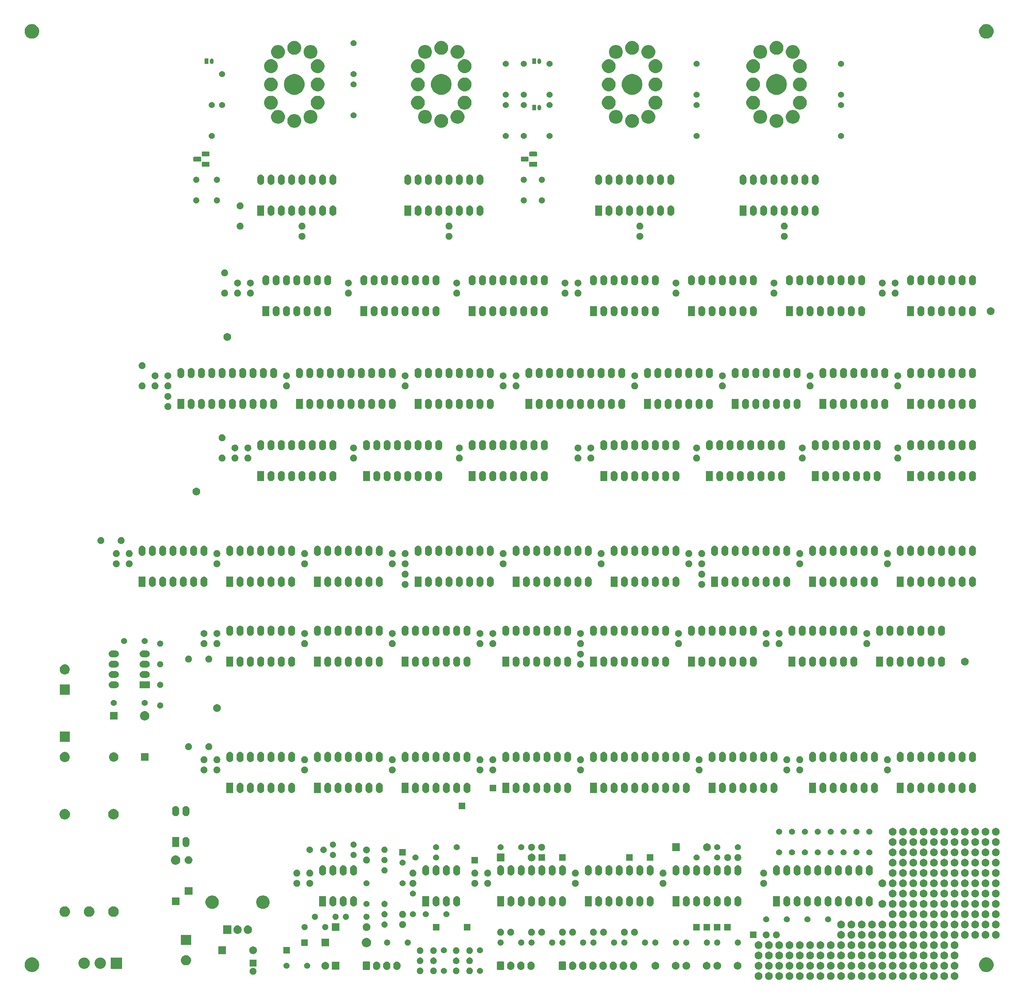
<source format=gbs>
G04 #@! TF.GenerationSoftware,KiCad,Pcbnew,(5.1.5-0-10_14)*
G04 #@! TF.CreationDate,2020-09-21T14:52:22+09:00*
G04 #@! TF.ProjectId,retro_clock,72657472-6f5f-4636-9c6f-636b2e6b6963,rev?*
G04 #@! TF.SameCoordinates,Original*
G04 #@! TF.FileFunction,Soldermask,Bot*
G04 #@! TF.FilePolarity,Negative*
%FSLAX46Y46*%
G04 Gerber Fmt 4.6, Leading zero omitted, Abs format (unit mm)*
G04 Created by KiCad (PCBNEW (5.1.5-0-10_14)) date 2020-09-21 14:52:22*
%MOMM*%
%LPD*%
G04 APERTURE LIST*
%ADD10C,0.100000*%
G04 APERTURE END LIST*
D10*
G36*
X264437395Y-270865546D02*
G01*
X264610466Y-270937234D01*
X264610467Y-270937235D01*
X264766227Y-271041310D01*
X264898690Y-271173773D01*
X264899863Y-271175529D01*
X265002766Y-271329534D01*
X265074454Y-271502605D01*
X265111000Y-271686333D01*
X265111000Y-271873667D01*
X265074454Y-272057395D01*
X265002766Y-272230466D01*
X265002765Y-272230467D01*
X264898690Y-272386227D01*
X264766227Y-272518690D01*
X264687818Y-272571081D01*
X264610466Y-272622766D01*
X264437395Y-272694454D01*
X264253667Y-272731000D01*
X264066333Y-272731000D01*
X263882605Y-272694454D01*
X263709534Y-272622766D01*
X263632182Y-272571081D01*
X263553773Y-272518690D01*
X263421310Y-272386227D01*
X263317235Y-272230467D01*
X263317234Y-272230466D01*
X263245546Y-272057395D01*
X263209000Y-271873667D01*
X263209000Y-271686333D01*
X263245546Y-271502605D01*
X263317234Y-271329534D01*
X263420137Y-271175529D01*
X263421310Y-271173773D01*
X263553773Y-271041310D01*
X263709533Y-270937235D01*
X263709534Y-270937234D01*
X263882605Y-270865546D01*
X264066333Y-270829000D01*
X264253667Y-270829000D01*
X264437395Y-270865546D01*
G37*
G36*
X261897395Y-270865546D02*
G01*
X262070466Y-270937234D01*
X262070467Y-270937235D01*
X262226227Y-271041310D01*
X262358690Y-271173773D01*
X262359863Y-271175529D01*
X262462766Y-271329534D01*
X262534454Y-271502605D01*
X262571000Y-271686333D01*
X262571000Y-271873667D01*
X262534454Y-272057395D01*
X262462766Y-272230466D01*
X262462765Y-272230467D01*
X262358690Y-272386227D01*
X262226227Y-272518690D01*
X262147818Y-272571081D01*
X262070466Y-272622766D01*
X261897395Y-272694454D01*
X261713667Y-272731000D01*
X261526333Y-272731000D01*
X261342605Y-272694454D01*
X261169534Y-272622766D01*
X261092182Y-272571081D01*
X261013773Y-272518690D01*
X260881310Y-272386227D01*
X260777235Y-272230467D01*
X260777234Y-272230466D01*
X260705546Y-272057395D01*
X260669000Y-271873667D01*
X260669000Y-271686333D01*
X260705546Y-271502605D01*
X260777234Y-271329534D01*
X260880137Y-271175529D01*
X260881310Y-271173773D01*
X261013773Y-271041310D01*
X261169533Y-270937235D01*
X261169534Y-270937234D01*
X261342605Y-270865546D01*
X261526333Y-270829000D01*
X261713667Y-270829000D01*
X261897395Y-270865546D01*
G37*
G36*
X259357395Y-270865546D02*
G01*
X259530466Y-270937234D01*
X259530467Y-270937235D01*
X259686227Y-271041310D01*
X259818690Y-271173773D01*
X259819863Y-271175529D01*
X259922766Y-271329534D01*
X259994454Y-271502605D01*
X260031000Y-271686333D01*
X260031000Y-271873667D01*
X259994454Y-272057395D01*
X259922766Y-272230466D01*
X259922765Y-272230467D01*
X259818690Y-272386227D01*
X259686227Y-272518690D01*
X259607818Y-272571081D01*
X259530466Y-272622766D01*
X259357395Y-272694454D01*
X259173667Y-272731000D01*
X258986333Y-272731000D01*
X258802605Y-272694454D01*
X258629534Y-272622766D01*
X258552182Y-272571081D01*
X258473773Y-272518690D01*
X258341310Y-272386227D01*
X258237235Y-272230467D01*
X258237234Y-272230466D01*
X258165546Y-272057395D01*
X258129000Y-271873667D01*
X258129000Y-271686333D01*
X258165546Y-271502605D01*
X258237234Y-271329534D01*
X258340137Y-271175529D01*
X258341310Y-271173773D01*
X258473773Y-271041310D01*
X258629533Y-270937235D01*
X258629534Y-270937234D01*
X258802605Y-270865546D01*
X258986333Y-270829000D01*
X259173667Y-270829000D01*
X259357395Y-270865546D01*
G37*
G36*
X256817395Y-270865546D02*
G01*
X256990466Y-270937234D01*
X256990467Y-270937235D01*
X257146227Y-271041310D01*
X257278690Y-271173773D01*
X257279863Y-271175529D01*
X257382766Y-271329534D01*
X257454454Y-271502605D01*
X257491000Y-271686333D01*
X257491000Y-271873667D01*
X257454454Y-272057395D01*
X257382766Y-272230466D01*
X257382765Y-272230467D01*
X257278690Y-272386227D01*
X257146227Y-272518690D01*
X257067818Y-272571081D01*
X256990466Y-272622766D01*
X256817395Y-272694454D01*
X256633667Y-272731000D01*
X256446333Y-272731000D01*
X256262605Y-272694454D01*
X256089534Y-272622766D01*
X256012182Y-272571081D01*
X255933773Y-272518690D01*
X255801310Y-272386227D01*
X255697235Y-272230467D01*
X255697234Y-272230466D01*
X255625546Y-272057395D01*
X255589000Y-271873667D01*
X255589000Y-271686333D01*
X255625546Y-271502605D01*
X255697234Y-271329534D01*
X255800137Y-271175529D01*
X255801310Y-271173773D01*
X255933773Y-271041310D01*
X256089533Y-270937235D01*
X256089534Y-270937234D01*
X256262605Y-270865546D01*
X256446333Y-270829000D01*
X256633667Y-270829000D01*
X256817395Y-270865546D01*
G37*
G36*
X254277395Y-270865546D02*
G01*
X254450466Y-270937234D01*
X254450467Y-270937235D01*
X254606227Y-271041310D01*
X254738690Y-271173773D01*
X254739863Y-271175529D01*
X254842766Y-271329534D01*
X254914454Y-271502605D01*
X254951000Y-271686333D01*
X254951000Y-271873667D01*
X254914454Y-272057395D01*
X254842766Y-272230466D01*
X254842765Y-272230467D01*
X254738690Y-272386227D01*
X254606227Y-272518690D01*
X254527818Y-272571081D01*
X254450466Y-272622766D01*
X254277395Y-272694454D01*
X254093667Y-272731000D01*
X253906333Y-272731000D01*
X253722605Y-272694454D01*
X253549534Y-272622766D01*
X253472182Y-272571081D01*
X253393773Y-272518690D01*
X253261310Y-272386227D01*
X253157235Y-272230467D01*
X253157234Y-272230466D01*
X253085546Y-272057395D01*
X253049000Y-271873667D01*
X253049000Y-271686333D01*
X253085546Y-271502605D01*
X253157234Y-271329534D01*
X253260137Y-271175529D01*
X253261310Y-271173773D01*
X253393773Y-271041310D01*
X253549533Y-270937235D01*
X253549534Y-270937234D01*
X253722605Y-270865546D01*
X253906333Y-270829000D01*
X254093667Y-270829000D01*
X254277395Y-270865546D01*
G37*
G36*
X251737395Y-270865546D02*
G01*
X251910466Y-270937234D01*
X251910467Y-270937235D01*
X252066227Y-271041310D01*
X252198690Y-271173773D01*
X252199863Y-271175529D01*
X252302766Y-271329534D01*
X252374454Y-271502605D01*
X252411000Y-271686333D01*
X252411000Y-271873667D01*
X252374454Y-272057395D01*
X252302766Y-272230466D01*
X252302765Y-272230467D01*
X252198690Y-272386227D01*
X252066227Y-272518690D01*
X251987818Y-272571081D01*
X251910466Y-272622766D01*
X251737395Y-272694454D01*
X251553667Y-272731000D01*
X251366333Y-272731000D01*
X251182605Y-272694454D01*
X251009534Y-272622766D01*
X250932182Y-272571081D01*
X250853773Y-272518690D01*
X250721310Y-272386227D01*
X250617235Y-272230467D01*
X250617234Y-272230466D01*
X250545546Y-272057395D01*
X250509000Y-271873667D01*
X250509000Y-271686333D01*
X250545546Y-271502605D01*
X250617234Y-271329534D01*
X250720137Y-271175529D01*
X250721310Y-271173773D01*
X250853773Y-271041310D01*
X251009533Y-270937235D01*
X251009534Y-270937234D01*
X251182605Y-270865546D01*
X251366333Y-270829000D01*
X251553667Y-270829000D01*
X251737395Y-270865546D01*
G37*
G36*
X249197395Y-270865546D02*
G01*
X249370466Y-270937234D01*
X249370467Y-270937235D01*
X249526227Y-271041310D01*
X249658690Y-271173773D01*
X249659863Y-271175529D01*
X249762766Y-271329534D01*
X249834454Y-271502605D01*
X249871000Y-271686333D01*
X249871000Y-271873667D01*
X249834454Y-272057395D01*
X249762766Y-272230466D01*
X249762765Y-272230467D01*
X249658690Y-272386227D01*
X249526227Y-272518690D01*
X249447818Y-272571081D01*
X249370466Y-272622766D01*
X249197395Y-272694454D01*
X249013667Y-272731000D01*
X248826333Y-272731000D01*
X248642605Y-272694454D01*
X248469534Y-272622766D01*
X248392182Y-272571081D01*
X248313773Y-272518690D01*
X248181310Y-272386227D01*
X248077235Y-272230467D01*
X248077234Y-272230466D01*
X248005546Y-272057395D01*
X247969000Y-271873667D01*
X247969000Y-271686333D01*
X248005546Y-271502605D01*
X248077234Y-271329534D01*
X248180137Y-271175529D01*
X248181310Y-271173773D01*
X248313773Y-271041310D01*
X248469533Y-270937235D01*
X248469534Y-270937234D01*
X248642605Y-270865546D01*
X248826333Y-270829000D01*
X249013667Y-270829000D01*
X249197395Y-270865546D01*
G37*
G36*
X246657395Y-270865546D02*
G01*
X246830466Y-270937234D01*
X246830467Y-270937235D01*
X246986227Y-271041310D01*
X247118690Y-271173773D01*
X247119863Y-271175529D01*
X247222766Y-271329534D01*
X247294454Y-271502605D01*
X247331000Y-271686333D01*
X247331000Y-271873667D01*
X247294454Y-272057395D01*
X247222766Y-272230466D01*
X247222765Y-272230467D01*
X247118690Y-272386227D01*
X246986227Y-272518690D01*
X246907818Y-272571081D01*
X246830466Y-272622766D01*
X246657395Y-272694454D01*
X246473667Y-272731000D01*
X246286333Y-272731000D01*
X246102605Y-272694454D01*
X245929534Y-272622766D01*
X245852182Y-272571081D01*
X245773773Y-272518690D01*
X245641310Y-272386227D01*
X245537235Y-272230467D01*
X245537234Y-272230466D01*
X245465546Y-272057395D01*
X245429000Y-271873667D01*
X245429000Y-271686333D01*
X245465546Y-271502605D01*
X245537234Y-271329534D01*
X245640137Y-271175529D01*
X245641310Y-271173773D01*
X245773773Y-271041310D01*
X245929533Y-270937235D01*
X245929534Y-270937234D01*
X246102605Y-270865546D01*
X246286333Y-270829000D01*
X246473667Y-270829000D01*
X246657395Y-270865546D01*
G37*
G36*
X244117395Y-270865546D02*
G01*
X244290466Y-270937234D01*
X244290467Y-270937235D01*
X244446227Y-271041310D01*
X244578690Y-271173773D01*
X244579863Y-271175529D01*
X244682766Y-271329534D01*
X244754454Y-271502605D01*
X244791000Y-271686333D01*
X244791000Y-271873667D01*
X244754454Y-272057395D01*
X244682766Y-272230466D01*
X244682765Y-272230467D01*
X244578690Y-272386227D01*
X244446227Y-272518690D01*
X244367818Y-272571081D01*
X244290466Y-272622766D01*
X244117395Y-272694454D01*
X243933667Y-272731000D01*
X243746333Y-272731000D01*
X243562605Y-272694454D01*
X243389534Y-272622766D01*
X243312182Y-272571081D01*
X243233773Y-272518690D01*
X243101310Y-272386227D01*
X242997235Y-272230467D01*
X242997234Y-272230466D01*
X242925546Y-272057395D01*
X242889000Y-271873667D01*
X242889000Y-271686333D01*
X242925546Y-271502605D01*
X242997234Y-271329534D01*
X243100137Y-271175529D01*
X243101310Y-271173773D01*
X243233773Y-271041310D01*
X243389533Y-270937235D01*
X243389534Y-270937234D01*
X243562605Y-270865546D01*
X243746333Y-270829000D01*
X243933667Y-270829000D01*
X244117395Y-270865546D01*
G37*
G36*
X241577395Y-270865546D02*
G01*
X241750466Y-270937234D01*
X241750467Y-270937235D01*
X241906227Y-271041310D01*
X242038690Y-271173773D01*
X242039863Y-271175529D01*
X242142766Y-271329534D01*
X242214454Y-271502605D01*
X242251000Y-271686333D01*
X242251000Y-271873667D01*
X242214454Y-272057395D01*
X242142766Y-272230466D01*
X242142765Y-272230467D01*
X242038690Y-272386227D01*
X241906227Y-272518690D01*
X241827818Y-272571081D01*
X241750466Y-272622766D01*
X241577395Y-272694454D01*
X241393667Y-272731000D01*
X241206333Y-272731000D01*
X241022605Y-272694454D01*
X240849534Y-272622766D01*
X240772182Y-272571081D01*
X240693773Y-272518690D01*
X240561310Y-272386227D01*
X240457235Y-272230467D01*
X240457234Y-272230466D01*
X240385546Y-272057395D01*
X240349000Y-271873667D01*
X240349000Y-271686333D01*
X240385546Y-271502605D01*
X240457234Y-271329534D01*
X240560137Y-271175529D01*
X240561310Y-271173773D01*
X240693773Y-271041310D01*
X240849533Y-270937235D01*
X240849534Y-270937234D01*
X241022605Y-270865546D01*
X241206333Y-270829000D01*
X241393667Y-270829000D01*
X241577395Y-270865546D01*
G37*
G36*
X239037395Y-270865546D02*
G01*
X239210466Y-270937234D01*
X239210467Y-270937235D01*
X239366227Y-271041310D01*
X239498690Y-271173773D01*
X239499863Y-271175529D01*
X239602766Y-271329534D01*
X239674454Y-271502605D01*
X239711000Y-271686333D01*
X239711000Y-271873667D01*
X239674454Y-272057395D01*
X239602766Y-272230466D01*
X239602765Y-272230467D01*
X239498690Y-272386227D01*
X239366227Y-272518690D01*
X239287818Y-272571081D01*
X239210466Y-272622766D01*
X239037395Y-272694454D01*
X238853667Y-272731000D01*
X238666333Y-272731000D01*
X238482605Y-272694454D01*
X238309534Y-272622766D01*
X238232182Y-272571081D01*
X238153773Y-272518690D01*
X238021310Y-272386227D01*
X237917235Y-272230467D01*
X237917234Y-272230466D01*
X237845546Y-272057395D01*
X237809000Y-271873667D01*
X237809000Y-271686333D01*
X237845546Y-271502605D01*
X237917234Y-271329534D01*
X238020137Y-271175529D01*
X238021310Y-271173773D01*
X238153773Y-271041310D01*
X238309533Y-270937235D01*
X238309534Y-270937234D01*
X238482605Y-270865546D01*
X238666333Y-270829000D01*
X238853667Y-270829000D01*
X239037395Y-270865546D01*
G37*
G36*
X236497395Y-270865546D02*
G01*
X236670466Y-270937234D01*
X236670467Y-270937235D01*
X236826227Y-271041310D01*
X236958690Y-271173773D01*
X236959863Y-271175529D01*
X237062766Y-271329534D01*
X237134454Y-271502605D01*
X237171000Y-271686333D01*
X237171000Y-271873667D01*
X237134454Y-272057395D01*
X237062766Y-272230466D01*
X237062765Y-272230467D01*
X236958690Y-272386227D01*
X236826227Y-272518690D01*
X236747818Y-272571081D01*
X236670466Y-272622766D01*
X236497395Y-272694454D01*
X236313667Y-272731000D01*
X236126333Y-272731000D01*
X235942605Y-272694454D01*
X235769534Y-272622766D01*
X235692182Y-272571081D01*
X235613773Y-272518690D01*
X235481310Y-272386227D01*
X235377235Y-272230467D01*
X235377234Y-272230466D01*
X235305546Y-272057395D01*
X235269000Y-271873667D01*
X235269000Y-271686333D01*
X235305546Y-271502605D01*
X235377234Y-271329534D01*
X235480137Y-271175529D01*
X235481310Y-271173773D01*
X235613773Y-271041310D01*
X235769533Y-270937235D01*
X235769534Y-270937234D01*
X235942605Y-270865546D01*
X236126333Y-270829000D01*
X236313667Y-270829000D01*
X236497395Y-270865546D01*
G37*
G36*
X233957395Y-270865546D02*
G01*
X234130466Y-270937234D01*
X234130467Y-270937235D01*
X234286227Y-271041310D01*
X234418690Y-271173773D01*
X234419863Y-271175529D01*
X234522766Y-271329534D01*
X234594454Y-271502605D01*
X234631000Y-271686333D01*
X234631000Y-271873667D01*
X234594454Y-272057395D01*
X234522766Y-272230466D01*
X234522765Y-272230467D01*
X234418690Y-272386227D01*
X234286227Y-272518690D01*
X234207818Y-272571081D01*
X234130466Y-272622766D01*
X233957395Y-272694454D01*
X233773667Y-272731000D01*
X233586333Y-272731000D01*
X233402605Y-272694454D01*
X233229534Y-272622766D01*
X233152182Y-272571081D01*
X233073773Y-272518690D01*
X232941310Y-272386227D01*
X232837235Y-272230467D01*
X232837234Y-272230466D01*
X232765546Y-272057395D01*
X232729000Y-271873667D01*
X232729000Y-271686333D01*
X232765546Y-271502605D01*
X232837234Y-271329534D01*
X232940137Y-271175529D01*
X232941310Y-271173773D01*
X233073773Y-271041310D01*
X233229533Y-270937235D01*
X233229534Y-270937234D01*
X233402605Y-270865546D01*
X233586333Y-270829000D01*
X233773667Y-270829000D01*
X233957395Y-270865546D01*
G37*
G36*
X231417395Y-270865546D02*
G01*
X231590466Y-270937234D01*
X231590467Y-270937235D01*
X231746227Y-271041310D01*
X231878690Y-271173773D01*
X231879863Y-271175529D01*
X231982766Y-271329534D01*
X232054454Y-271502605D01*
X232091000Y-271686333D01*
X232091000Y-271873667D01*
X232054454Y-272057395D01*
X231982766Y-272230466D01*
X231982765Y-272230467D01*
X231878690Y-272386227D01*
X231746227Y-272518690D01*
X231667818Y-272571081D01*
X231590466Y-272622766D01*
X231417395Y-272694454D01*
X231233667Y-272731000D01*
X231046333Y-272731000D01*
X230862605Y-272694454D01*
X230689534Y-272622766D01*
X230612182Y-272571081D01*
X230533773Y-272518690D01*
X230401310Y-272386227D01*
X230297235Y-272230467D01*
X230297234Y-272230466D01*
X230225546Y-272057395D01*
X230189000Y-271873667D01*
X230189000Y-271686333D01*
X230225546Y-271502605D01*
X230297234Y-271329534D01*
X230400137Y-271175529D01*
X230401310Y-271173773D01*
X230533773Y-271041310D01*
X230689533Y-270937235D01*
X230689534Y-270937234D01*
X230862605Y-270865546D01*
X231046333Y-270829000D01*
X231233667Y-270829000D01*
X231417395Y-270865546D01*
G37*
G36*
X228877395Y-270865546D02*
G01*
X229050466Y-270937234D01*
X229050467Y-270937235D01*
X229206227Y-271041310D01*
X229338690Y-271173773D01*
X229339863Y-271175529D01*
X229442766Y-271329534D01*
X229514454Y-271502605D01*
X229551000Y-271686333D01*
X229551000Y-271873667D01*
X229514454Y-272057395D01*
X229442766Y-272230466D01*
X229442765Y-272230467D01*
X229338690Y-272386227D01*
X229206227Y-272518690D01*
X229127818Y-272571081D01*
X229050466Y-272622766D01*
X228877395Y-272694454D01*
X228693667Y-272731000D01*
X228506333Y-272731000D01*
X228322605Y-272694454D01*
X228149534Y-272622766D01*
X228072182Y-272571081D01*
X227993773Y-272518690D01*
X227861310Y-272386227D01*
X227757235Y-272230467D01*
X227757234Y-272230466D01*
X227685546Y-272057395D01*
X227649000Y-271873667D01*
X227649000Y-271686333D01*
X227685546Y-271502605D01*
X227757234Y-271329534D01*
X227860137Y-271175529D01*
X227861310Y-271173773D01*
X227993773Y-271041310D01*
X228149533Y-270937235D01*
X228149534Y-270937234D01*
X228322605Y-270865546D01*
X228506333Y-270829000D01*
X228693667Y-270829000D01*
X228877395Y-270865546D01*
G37*
G36*
X226337395Y-270865546D02*
G01*
X226510466Y-270937234D01*
X226510467Y-270937235D01*
X226666227Y-271041310D01*
X226798690Y-271173773D01*
X226799863Y-271175529D01*
X226902766Y-271329534D01*
X226974454Y-271502605D01*
X227011000Y-271686333D01*
X227011000Y-271873667D01*
X226974454Y-272057395D01*
X226902766Y-272230466D01*
X226902765Y-272230467D01*
X226798690Y-272386227D01*
X226666227Y-272518690D01*
X226587818Y-272571081D01*
X226510466Y-272622766D01*
X226337395Y-272694454D01*
X226153667Y-272731000D01*
X225966333Y-272731000D01*
X225782605Y-272694454D01*
X225609534Y-272622766D01*
X225532182Y-272571081D01*
X225453773Y-272518690D01*
X225321310Y-272386227D01*
X225217235Y-272230467D01*
X225217234Y-272230466D01*
X225145546Y-272057395D01*
X225109000Y-271873667D01*
X225109000Y-271686333D01*
X225145546Y-271502605D01*
X225217234Y-271329534D01*
X225320137Y-271175529D01*
X225321310Y-271173773D01*
X225453773Y-271041310D01*
X225609533Y-270937235D01*
X225609534Y-270937234D01*
X225782605Y-270865546D01*
X225966333Y-270829000D01*
X226153667Y-270829000D01*
X226337395Y-270865546D01*
G37*
G36*
X223797395Y-270865546D02*
G01*
X223970466Y-270937234D01*
X223970467Y-270937235D01*
X224126227Y-271041310D01*
X224258690Y-271173773D01*
X224259863Y-271175529D01*
X224362766Y-271329534D01*
X224434454Y-271502605D01*
X224471000Y-271686333D01*
X224471000Y-271873667D01*
X224434454Y-272057395D01*
X224362766Y-272230466D01*
X224362765Y-272230467D01*
X224258690Y-272386227D01*
X224126227Y-272518690D01*
X224047818Y-272571081D01*
X223970466Y-272622766D01*
X223797395Y-272694454D01*
X223613667Y-272731000D01*
X223426333Y-272731000D01*
X223242605Y-272694454D01*
X223069534Y-272622766D01*
X222992182Y-272571081D01*
X222913773Y-272518690D01*
X222781310Y-272386227D01*
X222677235Y-272230467D01*
X222677234Y-272230466D01*
X222605546Y-272057395D01*
X222569000Y-271873667D01*
X222569000Y-271686333D01*
X222605546Y-271502605D01*
X222677234Y-271329534D01*
X222780137Y-271175529D01*
X222781310Y-271173773D01*
X222913773Y-271041310D01*
X223069533Y-270937235D01*
X223069534Y-270937234D01*
X223242605Y-270865546D01*
X223426333Y-270829000D01*
X223613667Y-270829000D01*
X223797395Y-270865546D01*
G37*
G36*
X221257395Y-270865546D02*
G01*
X221430466Y-270937234D01*
X221430467Y-270937235D01*
X221586227Y-271041310D01*
X221718690Y-271173773D01*
X221719863Y-271175529D01*
X221822766Y-271329534D01*
X221894454Y-271502605D01*
X221931000Y-271686333D01*
X221931000Y-271873667D01*
X221894454Y-272057395D01*
X221822766Y-272230466D01*
X221822765Y-272230467D01*
X221718690Y-272386227D01*
X221586227Y-272518690D01*
X221507818Y-272571081D01*
X221430466Y-272622766D01*
X221257395Y-272694454D01*
X221073667Y-272731000D01*
X220886333Y-272731000D01*
X220702605Y-272694454D01*
X220529534Y-272622766D01*
X220452182Y-272571081D01*
X220373773Y-272518690D01*
X220241310Y-272386227D01*
X220137235Y-272230467D01*
X220137234Y-272230466D01*
X220065546Y-272057395D01*
X220029000Y-271873667D01*
X220029000Y-271686333D01*
X220065546Y-271502605D01*
X220137234Y-271329534D01*
X220240137Y-271175529D01*
X220241310Y-271173773D01*
X220373773Y-271041310D01*
X220529533Y-270937235D01*
X220529534Y-270937234D01*
X220702605Y-270865546D01*
X220886333Y-270829000D01*
X221073667Y-270829000D01*
X221257395Y-270865546D01*
G37*
G36*
X218717395Y-270865546D02*
G01*
X218890466Y-270937234D01*
X218890467Y-270937235D01*
X219046227Y-271041310D01*
X219178690Y-271173773D01*
X219179863Y-271175529D01*
X219282766Y-271329534D01*
X219354454Y-271502605D01*
X219391000Y-271686333D01*
X219391000Y-271873667D01*
X219354454Y-272057395D01*
X219282766Y-272230466D01*
X219282765Y-272230467D01*
X219178690Y-272386227D01*
X219046227Y-272518690D01*
X218967818Y-272571081D01*
X218890466Y-272622766D01*
X218717395Y-272694454D01*
X218533667Y-272731000D01*
X218346333Y-272731000D01*
X218162605Y-272694454D01*
X217989534Y-272622766D01*
X217912182Y-272571081D01*
X217833773Y-272518690D01*
X217701310Y-272386227D01*
X217597235Y-272230467D01*
X217597234Y-272230466D01*
X217525546Y-272057395D01*
X217489000Y-271873667D01*
X217489000Y-271686333D01*
X217525546Y-271502605D01*
X217597234Y-271329534D01*
X217700137Y-271175529D01*
X217701310Y-271173773D01*
X217833773Y-271041310D01*
X217989533Y-270937235D01*
X217989534Y-270937234D01*
X218162605Y-270865546D01*
X218346333Y-270829000D01*
X218533667Y-270829000D01*
X218717395Y-270865546D01*
G37*
G36*
X216177395Y-270865546D02*
G01*
X216350466Y-270937234D01*
X216350467Y-270937235D01*
X216506227Y-271041310D01*
X216638690Y-271173773D01*
X216639863Y-271175529D01*
X216742766Y-271329534D01*
X216814454Y-271502605D01*
X216851000Y-271686333D01*
X216851000Y-271873667D01*
X216814454Y-272057395D01*
X216742766Y-272230466D01*
X216742765Y-272230467D01*
X216638690Y-272386227D01*
X216506227Y-272518690D01*
X216427818Y-272571081D01*
X216350466Y-272622766D01*
X216177395Y-272694454D01*
X215993667Y-272731000D01*
X215806333Y-272731000D01*
X215622605Y-272694454D01*
X215449534Y-272622766D01*
X215372182Y-272571081D01*
X215293773Y-272518690D01*
X215161310Y-272386227D01*
X215057235Y-272230467D01*
X215057234Y-272230466D01*
X214985546Y-272057395D01*
X214949000Y-271873667D01*
X214949000Y-271686333D01*
X214985546Y-271502605D01*
X215057234Y-271329534D01*
X215160137Y-271175529D01*
X215161310Y-271173773D01*
X215293773Y-271041310D01*
X215449533Y-270937235D01*
X215449534Y-270937234D01*
X215622605Y-270865546D01*
X215806333Y-270829000D01*
X215993667Y-270829000D01*
X216177395Y-270865546D01*
G37*
G36*
X91688228Y-269786703D02*
G01*
X91843100Y-269850853D01*
X91982481Y-269943985D01*
X92101015Y-270062519D01*
X92194147Y-270201900D01*
X92258297Y-270356772D01*
X92291000Y-270521184D01*
X92291000Y-270688816D01*
X92258297Y-270853228D01*
X92194147Y-271008100D01*
X92101015Y-271147481D01*
X91982481Y-271266015D01*
X91843100Y-271359147D01*
X91688228Y-271423297D01*
X91523816Y-271456000D01*
X91356184Y-271456000D01*
X91191772Y-271423297D01*
X91036900Y-271359147D01*
X90897519Y-271266015D01*
X90778985Y-271147481D01*
X90685853Y-271008100D01*
X90621703Y-270853228D01*
X90589000Y-270688816D01*
X90589000Y-270521184D01*
X90621703Y-270356772D01*
X90685853Y-270201900D01*
X90778985Y-270062519D01*
X90897519Y-269943985D01*
X91036900Y-269850853D01*
X91191772Y-269786703D01*
X91356184Y-269754000D01*
X91523816Y-269754000D01*
X91688228Y-269786703D01*
G37*
G36*
X132827142Y-269728242D02*
G01*
X132975101Y-269789529D01*
X133108255Y-269878499D01*
X133221501Y-269991745D01*
X133310471Y-270124899D01*
X133371758Y-270272858D01*
X133403000Y-270429925D01*
X133403000Y-270590075D01*
X133371758Y-270747142D01*
X133310471Y-270895101D01*
X133221501Y-271028255D01*
X133108255Y-271141501D01*
X132975101Y-271230471D01*
X132827142Y-271291758D01*
X132670075Y-271323000D01*
X132509925Y-271323000D01*
X132352858Y-271291758D01*
X132204899Y-271230471D01*
X132071745Y-271141501D01*
X131958499Y-271028255D01*
X131869529Y-270895101D01*
X131808242Y-270747142D01*
X131777000Y-270590075D01*
X131777000Y-270429925D01*
X131808242Y-270272858D01*
X131869529Y-270124899D01*
X131958499Y-269991745D01*
X132071745Y-269878499D01*
X132204899Y-269789529D01*
X132352858Y-269728242D01*
X132509925Y-269697000D01*
X132670075Y-269697000D01*
X132827142Y-269728242D01*
G37*
G36*
X141717142Y-269728242D02*
G01*
X141865101Y-269789529D01*
X141998255Y-269878499D01*
X142111501Y-269991745D01*
X142200471Y-270124899D01*
X142261758Y-270272858D01*
X142293000Y-270429925D01*
X142293000Y-270590075D01*
X142261758Y-270747142D01*
X142200471Y-270895101D01*
X142111501Y-271028255D01*
X141998255Y-271141501D01*
X141865101Y-271230471D01*
X141717142Y-271291758D01*
X141560075Y-271323000D01*
X141399925Y-271323000D01*
X141242858Y-271291758D01*
X141094899Y-271230471D01*
X140961745Y-271141501D01*
X140848499Y-271028255D01*
X140759529Y-270895101D01*
X140698242Y-270747142D01*
X140667000Y-270590075D01*
X140667000Y-270429925D01*
X140698242Y-270272858D01*
X140759529Y-270124899D01*
X140848499Y-269991745D01*
X140961745Y-269878499D01*
X141094899Y-269789529D01*
X141242858Y-269728242D01*
X141399925Y-269697000D01*
X141560075Y-269697000D01*
X141717142Y-269728242D01*
G37*
G36*
X145017142Y-269728242D02*
G01*
X145165101Y-269789529D01*
X145298255Y-269878499D01*
X145411501Y-269991745D01*
X145500471Y-270124899D01*
X145561758Y-270272858D01*
X145593000Y-270429925D01*
X145593000Y-270590075D01*
X145561758Y-270747142D01*
X145500471Y-270895101D01*
X145411501Y-271028255D01*
X145298255Y-271141501D01*
X145165101Y-271230471D01*
X145017142Y-271291758D01*
X144860075Y-271323000D01*
X144699925Y-271323000D01*
X144542858Y-271291758D01*
X144394899Y-271230471D01*
X144261745Y-271141501D01*
X144148499Y-271028255D01*
X144059529Y-270895101D01*
X143998242Y-270747142D01*
X143967000Y-270590075D01*
X143967000Y-270429925D01*
X143998242Y-270272858D01*
X144059529Y-270124899D01*
X144148499Y-269991745D01*
X144261745Y-269878499D01*
X144394899Y-269789529D01*
X144542858Y-269728242D01*
X144699925Y-269697000D01*
X144860075Y-269697000D01*
X145017142Y-269728242D01*
G37*
G36*
X136127142Y-269728242D02*
G01*
X136275101Y-269789529D01*
X136408255Y-269878499D01*
X136521501Y-269991745D01*
X136610471Y-270124899D01*
X136671758Y-270272858D01*
X136703000Y-270429925D01*
X136703000Y-270590075D01*
X136671758Y-270747142D01*
X136610471Y-270895101D01*
X136521501Y-271028255D01*
X136408255Y-271141501D01*
X136275101Y-271230471D01*
X136127142Y-271291758D01*
X135970075Y-271323000D01*
X135809925Y-271323000D01*
X135652858Y-271291758D01*
X135504899Y-271230471D01*
X135371745Y-271141501D01*
X135258499Y-271028255D01*
X135169529Y-270895101D01*
X135108242Y-270747142D01*
X135077000Y-270590075D01*
X135077000Y-270429925D01*
X135108242Y-270272858D01*
X135169529Y-270124899D01*
X135258499Y-269991745D01*
X135371745Y-269878499D01*
X135504899Y-269789529D01*
X135652858Y-269728242D01*
X135809925Y-269697000D01*
X135970075Y-269697000D01*
X136127142Y-269728242D01*
G37*
G36*
X138649059Y-269787860D02*
G01*
X138780407Y-269842266D01*
X138785732Y-269844472D01*
X138908735Y-269926660D01*
X139013340Y-270031265D01*
X139091491Y-270148226D01*
X139095529Y-270154270D01*
X139152140Y-270290941D01*
X139181000Y-270436032D01*
X139181000Y-270583968D01*
X139160145Y-270688815D01*
X139152140Y-270729059D01*
X139095528Y-270865732D01*
X139013340Y-270988735D01*
X138908735Y-271093340D01*
X138785732Y-271175528D01*
X138785731Y-271175529D01*
X138785730Y-271175529D01*
X138649059Y-271232140D01*
X138503968Y-271261000D01*
X138356032Y-271261000D01*
X138210941Y-271232140D01*
X138074270Y-271175529D01*
X138074269Y-271175529D01*
X138074268Y-271175528D01*
X137951265Y-271093340D01*
X137846660Y-270988735D01*
X137764472Y-270865732D01*
X137707860Y-270729059D01*
X137699855Y-270688815D01*
X137679000Y-270583968D01*
X137679000Y-270436032D01*
X137707860Y-270290941D01*
X137764471Y-270154270D01*
X137768509Y-270148226D01*
X137846660Y-270031265D01*
X137951265Y-269926660D01*
X138074268Y-269844472D01*
X138079594Y-269842266D01*
X138210941Y-269787860D01*
X138356032Y-269759000D01*
X138503968Y-269759000D01*
X138649059Y-269787860D01*
G37*
G36*
X147539059Y-269787860D02*
G01*
X147670407Y-269842266D01*
X147675732Y-269844472D01*
X147798735Y-269926660D01*
X147903340Y-270031265D01*
X147981491Y-270148226D01*
X147985529Y-270154270D01*
X148042140Y-270290941D01*
X148071000Y-270436032D01*
X148071000Y-270583968D01*
X148050145Y-270688815D01*
X148042140Y-270729059D01*
X147985528Y-270865732D01*
X147903340Y-270988735D01*
X147798735Y-271093340D01*
X147675732Y-271175528D01*
X147675731Y-271175529D01*
X147675730Y-271175529D01*
X147539059Y-271232140D01*
X147393968Y-271261000D01*
X147246032Y-271261000D01*
X147100941Y-271232140D01*
X146964270Y-271175529D01*
X146964269Y-271175529D01*
X146964268Y-271175528D01*
X146841265Y-271093340D01*
X146736660Y-270988735D01*
X146654472Y-270865732D01*
X146597860Y-270729059D01*
X146589855Y-270688815D01*
X146569000Y-270583968D01*
X146569000Y-270436032D01*
X146597860Y-270290941D01*
X146654471Y-270154270D01*
X146658509Y-270148226D01*
X146736660Y-270031265D01*
X146841265Y-269926660D01*
X146964268Y-269844472D01*
X146969594Y-269842266D01*
X147100941Y-269787860D01*
X147246032Y-269759000D01*
X147393968Y-269759000D01*
X147539059Y-269787860D01*
G37*
G36*
X37525331Y-267268211D02*
G01*
X37853092Y-267403974D01*
X38148070Y-267601072D01*
X38398928Y-267851930D01*
X38596026Y-268146908D01*
X38731789Y-268474669D01*
X38801000Y-268822616D01*
X38801000Y-269177384D01*
X38731789Y-269525331D01*
X38596026Y-269853092D01*
X38398928Y-270148070D01*
X38148070Y-270398928D01*
X37853092Y-270596026D01*
X37525331Y-270731789D01*
X37177384Y-270801000D01*
X36822616Y-270801000D01*
X36474669Y-270731789D01*
X36146908Y-270596026D01*
X35851930Y-270398928D01*
X35601072Y-270148070D01*
X35403974Y-269853092D01*
X35268211Y-269525331D01*
X35199000Y-269177384D01*
X35199000Y-268822616D01*
X35268211Y-268474669D01*
X35403974Y-268146908D01*
X35601072Y-267851930D01*
X35851930Y-267601072D01*
X36146908Y-267403974D01*
X36474669Y-267268211D01*
X36822616Y-267199000D01*
X37177384Y-267199000D01*
X37525331Y-267268211D01*
G37*
G36*
X272525331Y-267268211D02*
G01*
X272853092Y-267403974D01*
X273148070Y-267601072D01*
X273398928Y-267851930D01*
X273596026Y-268146908D01*
X273731789Y-268474669D01*
X273801000Y-268822616D01*
X273801000Y-269177384D01*
X273731789Y-269525331D01*
X273596026Y-269853092D01*
X273398928Y-270148070D01*
X273148070Y-270398928D01*
X272853092Y-270596026D01*
X272525331Y-270731789D01*
X272177384Y-270801000D01*
X271822616Y-270801000D01*
X271474669Y-270731789D01*
X271146908Y-270596026D01*
X270851930Y-270398928D01*
X270601072Y-270148070D01*
X270403974Y-269853092D01*
X270268211Y-269525331D01*
X270199000Y-269177384D01*
X270199000Y-268822616D01*
X270268211Y-268474669D01*
X270403974Y-268146908D01*
X270601072Y-267851930D01*
X270851930Y-267601072D01*
X271146908Y-267403974D01*
X271474669Y-267268211D01*
X271822616Y-267199000D01*
X272177384Y-267199000D01*
X272525331Y-267268211D01*
G37*
G36*
X180316626Y-268227037D02*
G01*
X180486465Y-268278557D01*
X180486467Y-268278558D01*
X180642989Y-268362221D01*
X180780186Y-268474814D01*
X180861971Y-268574471D01*
X180892778Y-268612009D01*
X180976443Y-268768534D01*
X181027963Y-268938373D01*
X181041000Y-269070742D01*
X181041000Y-269409257D01*
X181027963Y-269541626D01*
X180976443Y-269711466D01*
X180892778Y-269867991D01*
X180874145Y-269890695D01*
X180780186Y-270005186D01*
X180710323Y-270062520D01*
X180642991Y-270117778D01*
X180486466Y-270201443D01*
X180316627Y-270252963D01*
X180140000Y-270270359D01*
X179963374Y-270252963D01*
X179793535Y-270201443D01*
X179637010Y-270117778D01*
X179499815Y-270005185D01*
X179387222Y-269867991D01*
X179303557Y-269711466D01*
X179252037Y-269541627D01*
X179239000Y-269409258D01*
X179239000Y-269070743D01*
X179252037Y-268938374D01*
X179303557Y-268768535D01*
X179323903Y-268730471D01*
X179387221Y-268612011D01*
X179499814Y-268474814D01*
X179601271Y-268391552D01*
X179637009Y-268362222D01*
X179793534Y-268278557D01*
X179963373Y-268227037D01*
X180140000Y-268209641D01*
X180316626Y-268227037D01*
G37*
G36*
X177816626Y-268227037D02*
G01*
X177986465Y-268278557D01*
X177986467Y-268278558D01*
X178142989Y-268362221D01*
X178280186Y-268474814D01*
X178361971Y-268574471D01*
X178392778Y-268612009D01*
X178476443Y-268768534D01*
X178527963Y-268938373D01*
X178541000Y-269070742D01*
X178541000Y-269409257D01*
X178527963Y-269541626D01*
X178476443Y-269711466D01*
X178392778Y-269867991D01*
X178374145Y-269890695D01*
X178280186Y-270005186D01*
X178210323Y-270062520D01*
X178142991Y-270117778D01*
X177986466Y-270201443D01*
X177816627Y-270252963D01*
X177640000Y-270270359D01*
X177463374Y-270252963D01*
X177293535Y-270201443D01*
X177137010Y-270117778D01*
X176999815Y-270005185D01*
X176887222Y-269867991D01*
X176803557Y-269711466D01*
X176752037Y-269541627D01*
X176739000Y-269409258D01*
X176739000Y-269070743D01*
X176752037Y-268938374D01*
X176803557Y-268768535D01*
X176823903Y-268730471D01*
X176887221Y-268612011D01*
X176999814Y-268474814D01*
X177101271Y-268391552D01*
X177137009Y-268362222D01*
X177293534Y-268278557D01*
X177463373Y-268227037D01*
X177640000Y-268209641D01*
X177816626Y-268227037D01*
G37*
G36*
X175316626Y-268227037D02*
G01*
X175486465Y-268278557D01*
X175486467Y-268278558D01*
X175642989Y-268362221D01*
X175780186Y-268474814D01*
X175861971Y-268574471D01*
X175892778Y-268612009D01*
X175976443Y-268768534D01*
X176027963Y-268938373D01*
X176041000Y-269070742D01*
X176041000Y-269409257D01*
X176027963Y-269541626D01*
X175976443Y-269711466D01*
X175892778Y-269867991D01*
X175874145Y-269890695D01*
X175780186Y-270005186D01*
X175710323Y-270062520D01*
X175642991Y-270117778D01*
X175486466Y-270201443D01*
X175316627Y-270252963D01*
X175140000Y-270270359D01*
X174963374Y-270252963D01*
X174793535Y-270201443D01*
X174637010Y-270117778D01*
X174499815Y-270005185D01*
X174387222Y-269867991D01*
X174303557Y-269711466D01*
X174252037Y-269541627D01*
X174239000Y-269409258D01*
X174239000Y-269070743D01*
X174252037Y-268938374D01*
X174303557Y-268768535D01*
X174323903Y-268730471D01*
X174387221Y-268612011D01*
X174499814Y-268474814D01*
X174601271Y-268391552D01*
X174637009Y-268362222D01*
X174793534Y-268278557D01*
X174963373Y-268227037D01*
X175140000Y-268209641D01*
X175316626Y-268227037D01*
G37*
G36*
X172816626Y-268227037D02*
G01*
X172986465Y-268278557D01*
X172986467Y-268278558D01*
X173142989Y-268362221D01*
X173280186Y-268474814D01*
X173361971Y-268574471D01*
X173392778Y-268612009D01*
X173476443Y-268768534D01*
X173527963Y-268938373D01*
X173541000Y-269070742D01*
X173541000Y-269409257D01*
X173527963Y-269541626D01*
X173476443Y-269711466D01*
X173392778Y-269867991D01*
X173374145Y-269890695D01*
X173280186Y-270005186D01*
X173210323Y-270062520D01*
X173142991Y-270117778D01*
X172986466Y-270201443D01*
X172816627Y-270252963D01*
X172640000Y-270270359D01*
X172463374Y-270252963D01*
X172293535Y-270201443D01*
X172137010Y-270117778D01*
X171999815Y-270005185D01*
X171887222Y-269867991D01*
X171803557Y-269711466D01*
X171752037Y-269541627D01*
X171739000Y-269409258D01*
X171739000Y-269070743D01*
X171752037Y-268938374D01*
X171803557Y-268768535D01*
X171823903Y-268730471D01*
X171887221Y-268612011D01*
X171999814Y-268474814D01*
X172101271Y-268391552D01*
X172137009Y-268362222D01*
X172293534Y-268278557D01*
X172463373Y-268227037D01*
X172640000Y-268209641D01*
X172816626Y-268227037D01*
G37*
G36*
X170316626Y-268227037D02*
G01*
X170486465Y-268278557D01*
X170486467Y-268278558D01*
X170642989Y-268362221D01*
X170780186Y-268474814D01*
X170861971Y-268574471D01*
X170892778Y-268612009D01*
X170976443Y-268768534D01*
X171027963Y-268938373D01*
X171041000Y-269070742D01*
X171041000Y-269409257D01*
X171027963Y-269541626D01*
X170976443Y-269711466D01*
X170892778Y-269867991D01*
X170874145Y-269890695D01*
X170780186Y-270005186D01*
X170710323Y-270062520D01*
X170642991Y-270117778D01*
X170486466Y-270201443D01*
X170316627Y-270252963D01*
X170140000Y-270270359D01*
X169963374Y-270252963D01*
X169793535Y-270201443D01*
X169637010Y-270117778D01*
X169499815Y-270005185D01*
X169387222Y-269867991D01*
X169303557Y-269711466D01*
X169252037Y-269541627D01*
X169239000Y-269409258D01*
X169239000Y-269070743D01*
X169252037Y-268938374D01*
X169303557Y-268768535D01*
X169323903Y-268730471D01*
X169387221Y-268612011D01*
X169499814Y-268474814D01*
X169601271Y-268391552D01*
X169637009Y-268362222D01*
X169793534Y-268278557D01*
X169963373Y-268227037D01*
X170140000Y-268209641D01*
X170316626Y-268227037D01*
G37*
G36*
X127056626Y-268227037D02*
G01*
X127226465Y-268278557D01*
X127226467Y-268278558D01*
X127382989Y-268362221D01*
X127520186Y-268474814D01*
X127601971Y-268574471D01*
X127632778Y-268612009D01*
X127716443Y-268768534D01*
X127767963Y-268938373D01*
X127781000Y-269070742D01*
X127781000Y-269409257D01*
X127767963Y-269541626D01*
X127716443Y-269711466D01*
X127632778Y-269867991D01*
X127614145Y-269890695D01*
X127520186Y-270005186D01*
X127450323Y-270062520D01*
X127382991Y-270117778D01*
X127226466Y-270201443D01*
X127056627Y-270252963D01*
X126880000Y-270270359D01*
X126703374Y-270252963D01*
X126533535Y-270201443D01*
X126377010Y-270117778D01*
X126239815Y-270005185D01*
X126127222Y-269867991D01*
X126043557Y-269711466D01*
X125992037Y-269541627D01*
X125979000Y-269409258D01*
X125979000Y-269070743D01*
X125992037Y-268938374D01*
X126043557Y-268768535D01*
X126063903Y-268730471D01*
X126127221Y-268612011D01*
X126239814Y-268474814D01*
X126341271Y-268391552D01*
X126377009Y-268362222D01*
X126533534Y-268278557D01*
X126703373Y-268227037D01*
X126880000Y-268209641D01*
X127056626Y-268227037D01*
G37*
G36*
X124556626Y-268227037D02*
G01*
X124726465Y-268278557D01*
X124726467Y-268278558D01*
X124882989Y-268362221D01*
X125020186Y-268474814D01*
X125101971Y-268574471D01*
X125132778Y-268612009D01*
X125216443Y-268768534D01*
X125267963Y-268938373D01*
X125281000Y-269070742D01*
X125281000Y-269409257D01*
X125267963Y-269541626D01*
X125216443Y-269711466D01*
X125132778Y-269867991D01*
X125114145Y-269890695D01*
X125020186Y-270005186D01*
X124950323Y-270062520D01*
X124882991Y-270117778D01*
X124726466Y-270201443D01*
X124556627Y-270252963D01*
X124380000Y-270270359D01*
X124203374Y-270252963D01*
X124033535Y-270201443D01*
X123877010Y-270117778D01*
X123739815Y-270005185D01*
X123627222Y-269867991D01*
X123543557Y-269711466D01*
X123492037Y-269541627D01*
X123479000Y-269409258D01*
X123479000Y-269070743D01*
X123492037Y-268938374D01*
X123543557Y-268768535D01*
X123563903Y-268730471D01*
X123627221Y-268612011D01*
X123739814Y-268474814D01*
X123841271Y-268391552D01*
X123877009Y-268362222D01*
X124033534Y-268278557D01*
X124203373Y-268227037D01*
X124380000Y-268209641D01*
X124556626Y-268227037D01*
G37*
G36*
X122056626Y-268227037D02*
G01*
X122226465Y-268278557D01*
X122226467Y-268278558D01*
X122382989Y-268362221D01*
X122520186Y-268474814D01*
X122601971Y-268574471D01*
X122632778Y-268612009D01*
X122716443Y-268768534D01*
X122767963Y-268938373D01*
X122781000Y-269070742D01*
X122781000Y-269409257D01*
X122767963Y-269541626D01*
X122716443Y-269711466D01*
X122632778Y-269867991D01*
X122614145Y-269890695D01*
X122520186Y-270005186D01*
X122450323Y-270062520D01*
X122382991Y-270117778D01*
X122226466Y-270201443D01*
X122056627Y-270252963D01*
X121880000Y-270270359D01*
X121703374Y-270252963D01*
X121533535Y-270201443D01*
X121377010Y-270117778D01*
X121239815Y-270005185D01*
X121127222Y-269867991D01*
X121043557Y-269711466D01*
X120992037Y-269541627D01*
X120979000Y-269409258D01*
X120979000Y-269070743D01*
X120992037Y-268938374D01*
X121043557Y-268768535D01*
X121063903Y-268730471D01*
X121127221Y-268612011D01*
X121239814Y-268474814D01*
X121341271Y-268391552D01*
X121377009Y-268362222D01*
X121533534Y-268278557D01*
X121703373Y-268227037D01*
X121880000Y-268209641D01*
X122056626Y-268227037D01*
G37*
G36*
X182816626Y-268227037D02*
G01*
X182986465Y-268278557D01*
X182986467Y-268278558D01*
X183142989Y-268362221D01*
X183280186Y-268474814D01*
X183361971Y-268574471D01*
X183392778Y-268612009D01*
X183476443Y-268768534D01*
X183527963Y-268938373D01*
X183541000Y-269070742D01*
X183541000Y-269409257D01*
X183527963Y-269541626D01*
X183476443Y-269711466D01*
X183392778Y-269867991D01*
X183374145Y-269890695D01*
X183280186Y-270005186D01*
X183210323Y-270062520D01*
X183142991Y-270117778D01*
X182986466Y-270201443D01*
X182816627Y-270252963D01*
X182640000Y-270270359D01*
X182463374Y-270252963D01*
X182293535Y-270201443D01*
X182137010Y-270117778D01*
X181999815Y-270005185D01*
X181887222Y-269867991D01*
X181803557Y-269711466D01*
X181752037Y-269541627D01*
X181739000Y-269409258D01*
X181739000Y-269070743D01*
X181752037Y-268938374D01*
X181803557Y-268768535D01*
X181823903Y-268730471D01*
X181887221Y-268612011D01*
X181999814Y-268474814D01*
X182101271Y-268391552D01*
X182137009Y-268362222D01*
X182293534Y-268278557D01*
X182463373Y-268227037D01*
X182640000Y-268209641D01*
X182816626Y-268227037D01*
G37*
G36*
X185316626Y-268227037D02*
G01*
X185486465Y-268278557D01*
X185486467Y-268278558D01*
X185642989Y-268362221D01*
X185780186Y-268474814D01*
X185861971Y-268574471D01*
X185892778Y-268612009D01*
X185976443Y-268768534D01*
X186027963Y-268938373D01*
X186041000Y-269070742D01*
X186041000Y-269409257D01*
X186027963Y-269541626D01*
X185976443Y-269711466D01*
X185892778Y-269867991D01*
X185874145Y-269890695D01*
X185780186Y-270005186D01*
X185710323Y-270062520D01*
X185642991Y-270117778D01*
X185486466Y-270201443D01*
X185316627Y-270252963D01*
X185140000Y-270270359D01*
X184963374Y-270252963D01*
X184793535Y-270201443D01*
X184637010Y-270117778D01*
X184499815Y-270005185D01*
X184387222Y-269867991D01*
X184303557Y-269711466D01*
X184252037Y-269541627D01*
X184239000Y-269409258D01*
X184239000Y-269070743D01*
X184252037Y-268938374D01*
X184303557Y-268768535D01*
X184323903Y-268730471D01*
X184387221Y-268612011D01*
X184499814Y-268474814D01*
X184601271Y-268391552D01*
X184637009Y-268362222D01*
X184793534Y-268278557D01*
X184963373Y-268227037D01*
X185140000Y-268209641D01*
X185316626Y-268227037D01*
G37*
G36*
X155076626Y-268227037D02*
G01*
X155246465Y-268278557D01*
X155246467Y-268278558D01*
X155402989Y-268362221D01*
X155540186Y-268474814D01*
X155621971Y-268574471D01*
X155652778Y-268612009D01*
X155736443Y-268768534D01*
X155787963Y-268938373D01*
X155801000Y-269070742D01*
X155801000Y-269409257D01*
X155787963Y-269541626D01*
X155736443Y-269711466D01*
X155652778Y-269867991D01*
X155634145Y-269890695D01*
X155540186Y-270005186D01*
X155470323Y-270062520D01*
X155402991Y-270117778D01*
X155246466Y-270201443D01*
X155076627Y-270252963D01*
X154900000Y-270270359D01*
X154723374Y-270252963D01*
X154553535Y-270201443D01*
X154397010Y-270117778D01*
X154259815Y-270005185D01*
X154147222Y-269867991D01*
X154063557Y-269711466D01*
X154012037Y-269541627D01*
X153999000Y-269409258D01*
X153999000Y-269070743D01*
X154012037Y-268938374D01*
X154063557Y-268768535D01*
X154083903Y-268730471D01*
X154147221Y-268612011D01*
X154259814Y-268474814D01*
X154361271Y-268391552D01*
X154397009Y-268362222D01*
X154553534Y-268278557D01*
X154723373Y-268227037D01*
X154900000Y-268209641D01*
X155076626Y-268227037D01*
G37*
G36*
X157576626Y-268227037D02*
G01*
X157746465Y-268278557D01*
X157746467Y-268278558D01*
X157902989Y-268362221D01*
X158040186Y-268474814D01*
X158121971Y-268574471D01*
X158152778Y-268612009D01*
X158236443Y-268768534D01*
X158287963Y-268938373D01*
X158301000Y-269070742D01*
X158301000Y-269409257D01*
X158287963Y-269541626D01*
X158236443Y-269711466D01*
X158152778Y-269867991D01*
X158134145Y-269890695D01*
X158040186Y-270005186D01*
X157970323Y-270062520D01*
X157902991Y-270117778D01*
X157746466Y-270201443D01*
X157576627Y-270252963D01*
X157400000Y-270270359D01*
X157223374Y-270252963D01*
X157053535Y-270201443D01*
X156897010Y-270117778D01*
X156759815Y-270005185D01*
X156647222Y-269867991D01*
X156563557Y-269711466D01*
X156512037Y-269541627D01*
X156499000Y-269409258D01*
X156499000Y-269070743D01*
X156512037Y-268938374D01*
X156563557Y-268768535D01*
X156583903Y-268730471D01*
X156647221Y-268612011D01*
X156759814Y-268474814D01*
X156861271Y-268391552D01*
X156897009Y-268362222D01*
X157053534Y-268278557D01*
X157223373Y-268227037D01*
X157400000Y-268209641D01*
X157576626Y-268227037D01*
G37*
G36*
X160076626Y-268227037D02*
G01*
X160246465Y-268278557D01*
X160246467Y-268278558D01*
X160402989Y-268362221D01*
X160540186Y-268474814D01*
X160621971Y-268574471D01*
X160652778Y-268612009D01*
X160736443Y-268768534D01*
X160787963Y-268938373D01*
X160801000Y-269070742D01*
X160801000Y-269409257D01*
X160787963Y-269541626D01*
X160736443Y-269711466D01*
X160652778Y-269867991D01*
X160634145Y-269890695D01*
X160540186Y-270005186D01*
X160470323Y-270062520D01*
X160402991Y-270117778D01*
X160246466Y-270201443D01*
X160076627Y-270252963D01*
X159900000Y-270270359D01*
X159723374Y-270252963D01*
X159553535Y-270201443D01*
X159397010Y-270117778D01*
X159259815Y-270005185D01*
X159147222Y-269867991D01*
X159063557Y-269711466D01*
X159012037Y-269541627D01*
X158999000Y-269409258D01*
X158999000Y-269070743D01*
X159012037Y-268938374D01*
X159063557Y-268768535D01*
X159083903Y-268730471D01*
X159147221Y-268612011D01*
X159259814Y-268474814D01*
X159361271Y-268391552D01*
X159397009Y-268362222D01*
X159553534Y-268278557D01*
X159723373Y-268227037D01*
X159900000Y-268209641D01*
X160076626Y-268227037D01*
G37*
G36*
X168398600Y-268217989D02*
G01*
X168431652Y-268228015D01*
X168462103Y-268244292D01*
X168488799Y-268266201D01*
X168510708Y-268292897D01*
X168526985Y-268323348D01*
X168537011Y-268356400D01*
X168541000Y-268396903D01*
X168541000Y-270083097D01*
X168537011Y-270123600D01*
X168526985Y-270156652D01*
X168510708Y-270187103D01*
X168488799Y-270213799D01*
X168462103Y-270235708D01*
X168431652Y-270251985D01*
X168398600Y-270262011D01*
X168358097Y-270266000D01*
X166921903Y-270266000D01*
X166881400Y-270262011D01*
X166848348Y-270251985D01*
X166817897Y-270235708D01*
X166791201Y-270213799D01*
X166769292Y-270187103D01*
X166753015Y-270156652D01*
X166742989Y-270123600D01*
X166739000Y-270083097D01*
X166739000Y-268396903D01*
X166742989Y-268356400D01*
X166753015Y-268323348D01*
X166769292Y-268292897D01*
X166791201Y-268266201D01*
X166817897Y-268244292D01*
X166848348Y-268228015D01*
X166881400Y-268217989D01*
X166921903Y-268214000D01*
X168358097Y-268214000D01*
X168398600Y-268217989D01*
G37*
G36*
X153158600Y-268217989D02*
G01*
X153191652Y-268228015D01*
X153222103Y-268244292D01*
X153248799Y-268266201D01*
X153270708Y-268292897D01*
X153286985Y-268323348D01*
X153297011Y-268356400D01*
X153301000Y-268396903D01*
X153301000Y-270083097D01*
X153297011Y-270123600D01*
X153286985Y-270156652D01*
X153270708Y-270187103D01*
X153248799Y-270213799D01*
X153222103Y-270235708D01*
X153191652Y-270251985D01*
X153158600Y-270262011D01*
X153118097Y-270266000D01*
X151681903Y-270266000D01*
X151641400Y-270262011D01*
X151608348Y-270251985D01*
X151577897Y-270235708D01*
X151551201Y-270213799D01*
X151529292Y-270187103D01*
X151513015Y-270156652D01*
X151502989Y-270123600D01*
X151499000Y-270083097D01*
X151499000Y-268396903D01*
X151502989Y-268356400D01*
X151513015Y-268323348D01*
X151529292Y-268292897D01*
X151551201Y-268266201D01*
X151577897Y-268244292D01*
X151608348Y-268228015D01*
X151641400Y-268217989D01*
X151681903Y-268214000D01*
X153118097Y-268214000D01*
X153158600Y-268217989D01*
G37*
G36*
X120138600Y-268217989D02*
G01*
X120171652Y-268228015D01*
X120202103Y-268244292D01*
X120228799Y-268266201D01*
X120250708Y-268292897D01*
X120266985Y-268323348D01*
X120277011Y-268356400D01*
X120281000Y-268396903D01*
X120281000Y-270083097D01*
X120277011Y-270123600D01*
X120266985Y-270156652D01*
X120250708Y-270187103D01*
X120228799Y-270213799D01*
X120202103Y-270235708D01*
X120171652Y-270251985D01*
X120138600Y-270262011D01*
X120098097Y-270266000D01*
X118661903Y-270266000D01*
X118621400Y-270262011D01*
X118588348Y-270251985D01*
X118557897Y-270235708D01*
X118531201Y-270213799D01*
X118509292Y-270187103D01*
X118493015Y-270156652D01*
X118482989Y-270123600D01*
X118479000Y-270083097D01*
X118479000Y-268396903D01*
X118482989Y-268356400D01*
X118493015Y-268323348D01*
X118509292Y-268292897D01*
X118531201Y-268266201D01*
X118557897Y-268244292D01*
X118588348Y-268228015D01*
X118621400Y-268217989D01*
X118661903Y-268214000D01*
X120098097Y-268214000D01*
X120138600Y-268217989D01*
G37*
G36*
X216177395Y-268325546D02*
G01*
X216350466Y-268397234D01*
X216350467Y-268397235D01*
X216506227Y-268501310D01*
X216638690Y-268633773D01*
X216674565Y-268687464D01*
X216742766Y-268789534D01*
X216814454Y-268962605D01*
X216851000Y-269146333D01*
X216851000Y-269333667D01*
X216814454Y-269517395D01*
X216742766Y-269690466D01*
X216723877Y-269718735D01*
X216638690Y-269846227D01*
X216506227Y-269978690D01*
X216465354Y-270006000D01*
X216350466Y-270082766D01*
X216177395Y-270154454D01*
X215993667Y-270191000D01*
X215806333Y-270191000D01*
X215622605Y-270154454D01*
X215449534Y-270082766D01*
X215334646Y-270006000D01*
X215293773Y-269978690D01*
X215161310Y-269846227D01*
X215076123Y-269718735D01*
X215057234Y-269690466D01*
X214985546Y-269517395D01*
X214949000Y-269333667D01*
X214949000Y-269146333D01*
X214985546Y-268962605D01*
X215057234Y-268789534D01*
X215125435Y-268687464D01*
X215161310Y-268633773D01*
X215293773Y-268501310D01*
X215449533Y-268397235D01*
X215449534Y-268397234D01*
X215622605Y-268325546D01*
X215806333Y-268289000D01*
X215993667Y-268289000D01*
X216177395Y-268325546D01*
G37*
G36*
X264437395Y-268325546D02*
G01*
X264610466Y-268397234D01*
X264610467Y-268397235D01*
X264766227Y-268501310D01*
X264898690Y-268633773D01*
X264934565Y-268687464D01*
X265002766Y-268789534D01*
X265074454Y-268962605D01*
X265111000Y-269146333D01*
X265111000Y-269333667D01*
X265074454Y-269517395D01*
X265002766Y-269690466D01*
X264983877Y-269718735D01*
X264898690Y-269846227D01*
X264766227Y-269978690D01*
X264725354Y-270006000D01*
X264610466Y-270082766D01*
X264437395Y-270154454D01*
X264253667Y-270191000D01*
X264066333Y-270191000D01*
X263882605Y-270154454D01*
X263709534Y-270082766D01*
X263594646Y-270006000D01*
X263553773Y-269978690D01*
X263421310Y-269846227D01*
X263336123Y-269718735D01*
X263317234Y-269690466D01*
X263245546Y-269517395D01*
X263209000Y-269333667D01*
X263209000Y-269146333D01*
X263245546Y-268962605D01*
X263317234Y-268789534D01*
X263385435Y-268687464D01*
X263421310Y-268633773D01*
X263553773Y-268501310D01*
X263709533Y-268397235D01*
X263709534Y-268397234D01*
X263882605Y-268325546D01*
X264066333Y-268289000D01*
X264253667Y-268289000D01*
X264437395Y-268325546D01*
G37*
G36*
X109497395Y-268325546D02*
G01*
X109670466Y-268397234D01*
X109670467Y-268397235D01*
X109826227Y-268501310D01*
X109958690Y-268633773D01*
X109994565Y-268687464D01*
X110062766Y-268789534D01*
X110134454Y-268962605D01*
X110171000Y-269146333D01*
X110171000Y-269333667D01*
X110134454Y-269517395D01*
X110062766Y-269690466D01*
X110043877Y-269718735D01*
X109958690Y-269846227D01*
X109826227Y-269978690D01*
X109785354Y-270006000D01*
X109670466Y-270082766D01*
X109497395Y-270154454D01*
X109313667Y-270191000D01*
X109126333Y-270191000D01*
X108942605Y-270154454D01*
X108769534Y-270082766D01*
X108654646Y-270006000D01*
X108613773Y-269978690D01*
X108481310Y-269846227D01*
X108396123Y-269718735D01*
X108377234Y-269690466D01*
X108305546Y-269517395D01*
X108269000Y-269333667D01*
X108269000Y-269146333D01*
X108305546Y-268962605D01*
X108377234Y-268789534D01*
X108445435Y-268687464D01*
X108481310Y-268633773D01*
X108613773Y-268501310D01*
X108769533Y-268397235D01*
X108769534Y-268397234D01*
X108942605Y-268325546D01*
X109126333Y-268289000D01*
X109313667Y-268289000D01*
X109497395Y-268325546D01*
G37*
G36*
X261897395Y-268325546D02*
G01*
X262070466Y-268397234D01*
X262070467Y-268397235D01*
X262226227Y-268501310D01*
X262358690Y-268633773D01*
X262394565Y-268687464D01*
X262462766Y-268789534D01*
X262534454Y-268962605D01*
X262571000Y-269146333D01*
X262571000Y-269333667D01*
X262534454Y-269517395D01*
X262462766Y-269690466D01*
X262443877Y-269718735D01*
X262358690Y-269846227D01*
X262226227Y-269978690D01*
X262185354Y-270006000D01*
X262070466Y-270082766D01*
X261897395Y-270154454D01*
X261713667Y-270191000D01*
X261526333Y-270191000D01*
X261342605Y-270154454D01*
X261169534Y-270082766D01*
X261054646Y-270006000D01*
X261013773Y-269978690D01*
X260881310Y-269846227D01*
X260796123Y-269718735D01*
X260777234Y-269690466D01*
X260705546Y-269517395D01*
X260669000Y-269333667D01*
X260669000Y-269146333D01*
X260705546Y-268962605D01*
X260777234Y-268789534D01*
X260845435Y-268687464D01*
X260881310Y-268633773D01*
X261013773Y-268501310D01*
X261169533Y-268397235D01*
X261169534Y-268397234D01*
X261342605Y-268325546D01*
X261526333Y-268289000D01*
X261713667Y-268289000D01*
X261897395Y-268325546D01*
G37*
G36*
X259357395Y-268325546D02*
G01*
X259530466Y-268397234D01*
X259530467Y-268397235D01*
X259686227Y-268501310D01*
X259818690Y-268633773D01*
X259854565Y-268687464D01*
X259922766Y-268789534D01*
X259994454Y-268962605D01*
X260031000Y-269146333D01*
X260031000Y-269333667D01*
X259994454Y-269517395D01*
X259922766Y-269690466D01*
X259903877Y-269718735D01*
X259818690Y-269846227D01*
X259686227Y-269978690D01*
X259645354Y-270006000D01*
X259530466Y-270082766D01*
X259357395Y-270154454D01*
X259173667Y-270191000D01*
X258986333Y-270191000D01*
X258802605Y-270154454D01*
X258629534Y-270082766D01*
X258514646Y-270006000D01*
X258473773Y-269978690D01*
X258341310Y-269846227D01*
X258256123Y-269718735D01*
X258237234Y-269690466D01*
X258165546Y-269517395D01*
X258129000Y-269333667D01*
X258129000Y-269146333D01*
X258165546Y-268962605D01*
X258237234Y-268789534D01*
X258305435Y-268687464D01*
X258341310Y-268633773D01*
X258473773Y-268501310D01*
X258629533Y-268397235D01*
X258629534Y-268397234D01*
X258802605Y-268325546D01*
X258986333Y-268289000D01*
X259173667Y-268289000D01*
X259357395Y-268325546D01*
G37*
G36*
X226337395Y-268325546D02*
G01*
X226510466Y-268397234D01*
X226510467Y-268397235D01*
X226666227Y-268501310D01*
X226798690Y-268633773D01*
X226834565Y-268687464D01*
X226902766Y-268789534D01*
X226974454Y-268962605D01*
X227011000Y-269146333D01*
X227011000Y-269333667D01*
X226974454Y-269517395D01*
X226902766Y-269690466D01*
X226883877Y-269718735D01*
X226798690Y-269846227D01*
X226666227Y-269978690D01*
X226625354Y-270006000D01*
X226510466Y-270082766D01*
X226337395Y-270154454D01*
X226153667Y-270191000D01*
X225966333Y-270191000D01*
X225782605Y-270154454D01*
X225609534Y-270082766D01*
X225494646Y-270006000D01*
X225453773Y-269978690D01*
X225321310Y-269846227D01*
X225236123Y-269718735D01*
X225217234Y-269690466D01*
X225145546Y-269517395D01*
X225109000Y-269333667D01*
X225109000Y-269146333D01*
X225145546Y-268962605D01*
X225217234Y-268789534D01*
X225285435Y-268687464D01*
X225321310Y-268633773D01*
X225453773Y-268501310D01*
X225609533Y-268397235D01*
X225609534Y-268397234D01*
X225782605Y-268325546D01*
X225966333Y-268289000D01*
X226153667Y-268289000D01*
X226337395Y-268325546D01*
G37*
G36*
X206017395Y-268325546D02*
G01*
X206190466Y-268397234D01*
X206190467Y-268397235D01*
X206346227Y-268501310D01*
X206478690Y-268633773D01*
X206514565Y-268687464D01*
X206582766Y-268789534D01*
X206654454Y-268962605D01*
X206691000Y-269146333D01*
X206691000Y-269333667D01*
X206654454Y-269517395D01*
X206582766Y-269690466D01*
X206563877Y-269718735D01*
X206478690Y-269846227D01*
X206346227Y-269978690D01*
X206305354Y-270006000D01*
X206190466Y-270082766D01*
X206017395Y-270154454D01*
X205833667Y-270191000D01*
X205646333Y-270191000D01*
X205462605Y-270154454D01*
X205289534Y-270082766D01*
X205174646Y-270006000D01*
X205133773Y-269978690D01*
X205001310Y-269846227D01*
X204916123Y-269718735D01*
X204897234Y-269690466D01*
X204825546Y-269517395D01*
X204789000Y-269333667D01*
X204789000Y-269146333D01*
X204825546Y-268962605D01*
X204897234Y-268789534D01*
X204965435Y-268687464D01*
X205001310Y-268633773D01*
X205133773Y-268501310D01*
X205289533Y-268397235D01*
X205289534Y-268397234D01*
X205462605Y-268325546D01*
X205646333Y-268289000D01*
X205833667Y-268289000D01*
X206017395Y-268325546D01*
G37*
G36*
X211017395Y-268325546D02*
G01*
X211190466Y-268397234D01*
X211190467Y-268397235D01*
X211346227Y-268501310D01*
X211478690Y-268633773D01*
X211514565Y-268687464D01*
X211582766Y-268789534D01*
X211654454Y-268962605D01*
X211691000Y-269146333D01*
X211691000Y-269333667D01*
X211654454Y-269517395D01*
X211582766Y-269690466D01*
X211563877Y-269718735D01*
X211478690Y-269846227D01*
X211346227Y-269978690D01*
X211305354Y-270006000D01*
X211190466Y-270082766D01*
X211017395Y-270154454D01*
X210833667Y-270191000D01*
X210646333Y-270191000D01*
X210462605Y-270154454D01*
X210289534Y-270082766D01*
X210174646Y-270006000D01*
X210133773Y-269978690D01*
X210001310Y-269846227D01*
X209916123Y-269718735D01*
X209897234Y-269690466D01*
X209825546Y-269517395D01*
X209789000Y-269333667D01*
X209789000Y-269146333D01*
X209825546Y-268962605D01*
X209897234Y-268789534D01*
X209965435Y-268687464D01*
X210001310Y-268633773D01*
X210133773Y-268501310D01*
X210289533Y-268397235D01*
X210289534Y-268397234D01*
X210462605Y-268325546D01*
X210646333Y-268289000D01*
X210833667Y-268289000D01*
X211017395Y-268325546D01*
G37*
G36*
X198397395Y-268325546D02*
G01*
X198570466Y-268397234D01*
X198570467Y-268397235D01*
X198726227Y-268501310D01*
X198858690Y-268633773D01*
X198894565Y-268687464D01*
X198962766Y-268789534D01*
X199034454Y-268962605D01*
X199071000Y-269146333D01*
X199071000Y-269333667D01*
X199034454Y-269517395D01*
X198962766Y-269690466D01*
X198943877Y-269718735D01*
X198858690Y-269846227D01*
X198726227Y-269978690D01*
X198685354Y-270006000D01*
X198570466Y-270082766D01*
X198397395Y-270154454D01*
X198213667Y-270191000D01*
X198026333Y-270191000D01*
X197842605Y-270154454D01*
X197669534Y-270082766D01*
X197554646Y-270006000D01*
X197513773Y-269978690D01*
X197381310Y-269846227D01*
X197296123Y-269718735D01*
X197277234Y-269690466D01*
X197205546Y-269517395D01*
X197169000Y-269333667D01*
X197169000Y-269146333D01*
X197205546Y-268962605D01*
X197277234Y-268789534D01*
X197345435Y-268687464D01*
X197381310Y-268633773D01*
X197513773Y-268501310D01*
X197669533Y-268397235D01*
X197669534Y-268397234D01*
X197842605Y-268325546D01*
X198026333Y-268289000D01*
X198213667Y-268289000D01*
X198397395Y-268325546D01*
G37*
G36*
X203397395Y-268325546D02*
G01*
X203570466Y-268397234D01*
X203570467Y-268397235D01*
X203726227Y-268501310D01*
X203858690Y-268633773D01*
X203894565Y-268687464D01*
X203962766Y-268789534D01*
X204034454Y-268962605D01*
X204071000Y-269146333D01*
X204071000Y-269333667D01*
X204034454Y-269517395D01*
X203962766Y-269690466D01*
X203943877Y-269718735D01*
X203858690Y-269846227D01*
X203726227Y-269978690D01*
X203685354Y-270006000D01*
X203570466Y-270082766D01*
X203397395Y-270154454D01*
X203213667Y-270191000D01*
X203026333Y-270191000D01*
X202842605Y-270154454D01*
X202669534Y-270082766D01*
X202554646Y-270006000D01*
X202513773Y-269978690D01*
X202381310Y-269846227D01*
X202296123Y-269718735D01*
X202277234Y-269690466D01*
X202205546Y-269517395D01*
X202169000Y-269333667D01*
X202169000Y-269146333D01*
X202205546Y-268962605D01*
X202277234Y-268789534D01*
X202345435Y-268687464D01*
X202381310Y-268633773D01*
X202513773Y-268501310D01*
X202669533Y-268397235D01*
X202669534Y-268397234D01*
X202842605Y-268325546D01*
X203026333Y-268289000D01*
X203213667Y-268289000D01*
X203397395Y-268325546D01*
G37*
G36*
X239037395Y-268325546D02*
G01*
X239210466Y-268397234D01*
X239210467Y-268397235D01*
X239366227Y-268501310D01*
X239498690Y-268633773D01*
X239534565Y-268687464D01*
X239602766Y-268789534D01*
X239674454Y-268962605D01*
X239711000Y-269146333D01*
X239711000Y-269333667D01*
X239674454Y-269517395D01*
X239602766Y-269690466D01*
X239583877Y-269718735D01*
X239498690Y-269846227D01*
X239366227Y-269978690D01*
X239325354Y-270006000D01*
X239210466Y-270082766D01*
X239037395Y-270154454D01*
X238853667Y-270191000D01*
X238666333Y-270191000D01*
X238482605Y-270154454D01*
X238309534Y-270082766D01*
X238194646Y-270006000D01*
X238153773Y-269978690D01*
X238021310Y-269846227D01*
X237936123Y-269718735D01*
X237917234Y-269690466D01*
X237845546Y-269517395D01*
X237809000Y-269333667D01*
X237809000Y-269146333D01*
X237845546Y-268962605D01*
X237917234Y-268789534D01*
X237985435Y-268687464D01*
X238021310Y-268633773D01*
X238153773Y-268501310D01*
X238309533Y-268397235D01*
X238309534Y-268397234D01*
X238482605Y-268325546D01*
X238666333Y-268289000D01*
X238853667Y-268289000D01*
X239037395Y-268325546D01*
G37*
G36*
X256817395Y-268325546D02*
G01*
X256990466Y-268397234D01*
X256990467Y-268397235D01*
X257146227Y-268501310D01*
X257278690Y-268633773D01*
X257314565Y-268687464D01*
X257382766Y-268789534D01*
X257454454Y-268962605D01*
X257491000Y-269146333D01*
X257491000Y-269333667D01*
X257454454Y-269517395D01*
X257382766Y-269690466D01*
X257363877Y-269718735D01*
X257278690Y-269846227D01*
X257146227Y-269978690D01*
X257105354Y-270006000D01*
X256990466Y-270082766D01*
X256817395Y-270154454D01*
X256633667Y-270191000D01*
X256446333Y-270191000D01*
X256262605Y-270154454D01*
X256089534Y-270082766D01*
X255974646Y-270006000D01*
X255933773Y-269978690D01*
X255801310Y-269846227D01*
X255716123Y-269718735D01*
X255697234Y-269690466D01*
X255625546Y-269517395D01*
X255589000Y-269333667D01*
X255589000Y-269146333D01*
X255625546Y-268962605D01*
X255697234Y-268789534D01*
X255765435Y-268687464D01*
X255801310Y-268633773D01*
X255933773Y-268501310D01*
X256089533Y-268397235D01*
X256089534Y-268397234D01*
X256262605Y-268325546D01*
X256446333Y-268289000D01*
X256633667Y-268289000D01*
X256817395Y-268325546D01*
G37*
G36*
X254277395Y-268325546D02*
G01*
X254450466Y-268397234D01*
X254450467Y-268397235D01*
X254606227Y-268501310D01*
X254738690Y-268633773D01*
X254774565Y-268687464D01*
X254842766Y-268789534D01*
X254914454Y-268962605D01*
X254951000Y-269146333D01*
X254951000Y-269333667D01*
X254914454Y-269517395D01*
X254842766Y-269690466D01*
X254823877Y-269718735D01*
X254738690Y-269846227D01*
X254606227Y-269978690D01*
X254565354Y-270006000D01*
X254450466Y-270082766D01*
X254277395Y-270154454D01*
X254093667Y-270191000D01*
X253906333Y-270191000D01*
X253722605Y-270154454D01*
X253549534Y-270082766D01*
X253434646Y-270006000D01*
X253393773Y-269978690D01*
X253261310Y-269846227D01*
X253176123Y-269718735D01*
X253157234Y-269690466D01*
X253085546Y-269517395D01*
X253049000Y-269333667D01*
X253049000Y-269146333D01*
X253085546Y-268962605D01*
X253157234Y-268789534D01*
X253225435Y-268687464D01*
X253261310Y-268633773D01*
X253393773Y-268501310D01*
X253549533Y-268397235D01*
X253549534Y-268397234D01*
X253722605Y-268325546D01*
X253906333Y-268289000D01*
X254093667Y-268289000D01*
X254277395Y-268325546D01*
G37*
G36*
X221257395Y-268325546D02*
G01*
X221430466Y-268397234D01*
X221430467Y-268397235D01*
X221586227Y-268501310D01*
X221718690Y-268633773D01*
X221754565Y-268687464D01*
X221822766Y-268789534D01*
X221894454Y-268962605D01*
X221931000Y-269146333D01*
X221931000Y-269333667D01*
X221894454Y-269517395D01*
X221822766Y-269690466D01*
X221803877Y-269718735D01*
X221718690Y-269846227D01*
X221586227Y-269978690D01*
X221545354Y-270006000D01*
X221430466Y-270082766D01*
X221257395Y-270154454D01*
X221073667Y-270191000D01*
X220886333Y-270191000D01*
X220702605Y-270154454D01*
X220529534Y-270082766D01*
X220414646Y-270006000D01*
X220373773Y-269978690D01*
X220241310Y-269846227D01*
X220156123Y-269718735D01*
X220137234Y-269690466D01*
X220065546Y-269517395D01*
X220029000Y-269333667D01*
X220029000Y-269146333D01*
X220065546Y-268962605D01*
X220137234Y-268789534D01*
X220205435Y-268687464D01*
X220241310Y-268633773D01*
X220373773Y-268501310D01*
X220529533Y-268397235D01*
X220529534Y-268397234D01*
X220702605Y-268325546D01*
X220886333Y-268289000D01*
X221073667Y-268289000D01*
X221257395Y-268325546D01*
G37*
G36*
X190777395Y-268325546D02*
G01*
X190950466Y-268397234D01*
X190950467Y-268397235D01*
X191106227Y-268501310D01*
X191238690Y-268633773D01*
X191274565Y-268687464D01*
X191342766Y-268789534D01*
X191414454Y-268962605D01*
X191451000Y-269146333D01*
X191451000Y-269333667D01*
X191414454Y-269517395D01*
X191342766Y-269690466D01*
X191323877Y-269718735D01*
X191238690Y-269846227D01*
X191106227Y-269978690D01*
X191065354Y-270006000D01*
X190950466Y-270082766D01*
X190777395Y-270154454D01*
X190593667Y-270191000D01*
X190406333Y-270191000D01*
X190222605Y-270154454D01*
X190049534Y-270082766D01*
X189934646Y-270006000D01*
X189893773Y-269978690D01*
X189761310Y-269846227D01*
X189676123Y-269718735D01*
X189657234Y-269690466D01*
X189585546Y-269517395D01*
X189549000Y-269333667D01*
X189549000Y-269146333D01*
X189585546Y-268962605D01*
X189657234Y-268789534D01*
X189725435Y-268687464D01*
X189761310Y-268633773D01*
X189893773Y-268501310D01*
X190049533Y-268397235D01*
X190049534Y-268397234D01*
X190222605Y-268325546D01*
X190406333Y-268289000D01*
X190593667Y-268289000D01*
X190777395Y-268325546D01*
G37*
G36*
X195777395Y-268325546D02*
G01*
X195950466Y-268397234D01*
X195950467Y-268397235D01*
X196106227Y-268501310D01*
X196238690Y-268633773D01*
X196274565Y-268687464D01*
X196342766Y-268789534D01*
X196414454Y-268962605D01*
X196451000Y-269146333D01*
X196451000Y-269333667D01*
X196414454Y-269517395D01*
X196342766Y-269690466D01*
X196323877Y-269718735D01*
X196238690Y-269846227D01*
X196106227Y-269978690D01*
X196065354Y-270006000D01*
X195950466Y-270082766D01*
X195777395Y-270154454D01*
X195593667Y-270191000D01*
X195406333Y-270191000D01*
X195222605Y-270154454D01*
X195049534Y-270082766D01*
X194934646Y-270006000D01*
X194893773Y-269978690D01*
X194761310Y-269846227D01*
X194676123Y-269718735D01*
X194657234Y-269690466D01*
X194585546Y-269517395D01*
X194549000Y-269333667D01*
X194549000Y-269146333D01*
X194585546Y-268962605D01*
X194657234Y-268789534D01*
X194725435Y-268687464D01*
X194761310Y-268633773D01*
X194893773Y-268501310D01*
X195049533Y-268397235D01*
X195049534Y-268397234D01*
X195222605Y-268325546D01*
X195406333Y-268289000D01*
X195593667Y-268289000D01*
X195777395Y-268325546D01*
G37*
G36*
X251737395Y-268325546D02*
G01*
X251910466Y-268397234D01*
X251910467Y-268397235D01*
X252066227Y-268501310D01*
X252198690Y-268633773D01*
X252234565Y-268687464D01*
X252302766Y-268789534D01*
X252374454Y-268962605D01*
X252411000Y-269146333D01*
X252411000Y-269333667D01*
X252374454Y-269517395D01*
X252302766Y-269690466D01*
X252283877Y-269718735D01*
X252198690Y-269846227D01*
X252066227Y-269978690D01*
X252025354Y-270006000D01*
X251910466Y-270082766D01*
X251737395Y-270154454D01*
X251553667Y-270191000D01*
X251366333Y-270191000D01*
X251182605Y-270154454D01*
X251009534Y-270082766D01*
X250894646Y-270006000D01*
X250853773Y-269978690D01*
X250721310Y-269846227D01*
X250636123Y-269718735D01*
X250617234Y-269690466D01*
X250545546Y-269517395D01*
X250509000Y-269333667D01*
X250509000Y-269146333D01*
X250545546Y-268962605D01*
X250617234Y-268789534D01*
X250685435Y-268687464D01*
X250721310Y-268633773D01*
X250853773Y-268501310D01*
X251009533Y-268397235D01*
X251009534Y-268397234D01*
X251182605Y-268325546D01*
X251366333Y-268289000D01*
X251553667Y-268289000D01*
X251737395Y-268325546D01*
G37*
G36*
X249197395Y-268325546D02*
G01*
X249370466Y-268397234D01*
X249370467Y-268397235D01*
X249526227Y-268501310D01*
X249658690Y-268633773D01*
X249694565Y-268687464D01*
X249762766Y-268789534D01*
X249834454Y-268962605D01*
X249871000Y-269146333D01*
X249871000Y-269333667D01*
X249834454Y-269517395D01*
X249762766Y-269690466D01*
X249743877Y-269718735D01*
X249658690Y-269846227D01*
X249526227Y-269978690D01*
X249485354Y-270006000D01*
X249370466Y-270082766D01*
X249197395Y-270154454D01*
X249013667Y-270191000D01*
X248826333Y-270191000D01*
X248642605Y-270154454D01*
X248469534Y-270082766D01*
X248354646Y-270006000D01*
X248313773Y-269978690D01*
X248181310Y-269846227D01*
X248096123Y-269718735D01*
X248077234Y-269690466D01*
X248005546Y-269517395D01*
X247969000Y-269333667D01*
X247969000Y-269146333D01*
X248005546Y-268962605D01*
X248077234Y-268789534D01*
X248145435Y-268687464D01*
X248181310Y-268633773D01*
X248313773Y-268501310D01*
X248469533Y-268397235D01*
X248469534Y-268397234D01*
X248642605Y-268325546D01*
X248826333Y-268289000D01*
X249013667Y-268289000D01*
X249197395Y-268325546D01*
G37*
G36*
X231417395Y-268325546D02*
G01*
X231590466Y-268397234D01*
X231590467Y-268397235D01*
X231746227Y-268501310D01*
X231878690Y-268633773D01*
X231914565Y-268687464D01*
X231982766Y-268789534D01*
X232054454Y-268962605D01*
X232091000Y-269146333D01*
X232091000Y-269333667D01*
X232054454Y-269517395D01*
X231982766Y-269690466D01*
X231963877Y-269718735D01*
X231878690Y-269846227D01*
X231746227Y-269978690D01*
X231705354Y-270006000D01*
X231590466Y-270082766D01*
X231417395Y-270154454D01*
X231233667Y-270191000D01*
X231046333Y-270191000D01*
X230862605Y-270154454D01*
X230689534Y-270082766D01*
X230574646Y-270006000D01*
X230533773Y-269978690D01*
X230401310Y-269846227D01*
X230316123Y-269718735D01*
X230297234Y-269690466D01*
X230225546Y-269517395D01*
X230189000Y-269333667D01*
X230189000Y-269146333D01*
X230225546Y-268962605D01*
X230297234Y-268789534D01*
X230365435Y-268687464D01*
X230401310Y-268633773D01*
X230533773Y-268501310D01*
X230689533Y-268397235D01*
X230689534Y-268397234D01*
X230862605Y-268325546D01*
X231046333Y-268289000D01*
X231233667Y-268289000D01*
X231417395Y-268325546D01*
G37*
G36*
X223797395Y-268325546D02*
G01*
X223970466Y-268397234D01*
X223970467Y-268397235D01*
X224126227Y-268501310D01*
X224258690Y-268633773D01*
X224294565Y-268687464D01*
X224362766Y-268789534D01*
X224434454Y-268962605D01*
X224471000Y-269146333D01*
X224471000Y-269333667D01*
X224434454Y-269517395D01*
X224362766Y-269690466D01*
X224343877Y-269718735D01*
X224258690Y-269846227D01*
X224126227Y-269978690D01*
X224085354Y-270006000D01*
X223970466Y-270082766D01*
X223797395Y-270154454D01*
X223613667Y-270191000D01*
X223426333Y-270191000D01*
X223242605Y-270154454D01*
X223069534Y-270082766D01*
X222954646Y-270006000D01*
X222913773Y-269978690D01*
X222781310Y-269846227D01*
X222696123Y-269718735D01*
X222677234Y-269690466D01*
X222605546Y-269517395D01*
X222569000Y-269333667D01*
X222569000Y-269146333D01*
X222605546Y-268962605D01*
X222677234Y-268789534D01*
X222745435Y-268687464D01*
X222781310Y-268633773D01*
X222913773Y-268501310D01*
X223069533Y-268397235D01*
X223069534Y-268397234D01*
X223242605Y-268325546D01*
X223426333Y-268289000D01*
X223613667Y-268289000D01*
X223797395Y-268325546D01*
G37*
G36*
X112711000Y-270191000D02*
G01*
X110809000Y-270191000D01*
X110809000Y-268289000D01*
X112711000Y-268289000D01*
X112711000Y-270191000D01*
G37*
G36*
X246657395Y-268325546D02*
G01*
X246830466Y-268397234D01*
X246830467Y-268397235D01*
X246986227Y-268501310D01*
X247118690Y-268633773D01*
X247154565Y-268687464D01*
X247222766Y-268789534D01*
X247294454Y-268962605D01*
X247331000Y-269146333D01*
X247331000Y-269333667D01*
X247294454Y-269517395D01*
X247222766Y-269690466D01*
X247203877Y-269718735D01*
X247118690Y-269846227D01*
X246986227Y-269978690D01*
X246945354Y-270006000D01*
X246830466Y-270082766D01*
X246657395Y-270154454D01*
X246473667Y-270191000D01*
X246286333Y-270191000D01*
X246102605Y-270154454D01*
X245929534Y-270082766D01*
X245814646Y-270006000D01*
X245773773Y-269978690D01*
X245641310Y-269846227D01*
X245556123Y-269718735D01*
X245537234Y-269690466D01*
X245465546Y-269517395D01*
X245429000Y-269333667D01*
X245429000Y-269146333D01*
X245465546Y-268962605D01*
X245537234Y-268789534D01*
X245605435Y-268687464D01*
X245641310Y-268633773D01*
X245773773Y-268501310D01*
X245929533Y-268397235D01*
X245929534Y-268397234D01*
X246102605Y-268325546D01*
X246286333Y-268289000D01*
X246473667Y-268289000D01*
X246657395Y-268325546D01*
G37*
G36*
X244117395Y-268325546D02*
G01*
X244290466Y-268397234D01*
X244290467Y-268397235D01*
X244446227Y-268501310D01*
X244578690Y-268633773D01*
X244614565Y-268687464D01*
X244682766Y-268789534D01*
X244754454Y-268962605D01*
X244791000Y-269146333D01*
X244791000Y-269333667D01*
X244754454Y-269517395D01*
X244682766Y-269690466D01*
X244663877Y-269718735D01*
X244578690Y-269846227D01*
X244446227Y-269978690D01*
X244405354Y-270006000D01*
X244290466Y-270082766D01*
X244117395Y-270154454D01*
X243933667Y-270191000D01*
X243746333Y-270191000D01*
X243562605Y-270154454D01*
X243389534Y-270082766D01*
X243274646Y-270006000D01*
X243233773Y-269978690D01*
X243101310Y-269846227D01*
X243016123Y-269718735D01*
X242997234Y-269690466D01*
X242925546Y-269517395D01*
X242889000Y-269333667D01*
X242889000Y-269146333D01*
X242925546Y-268962605D01*
X242997234Y-268789534D01*
X243065435Y-268687464D01*
X243101310Y-268633773D01*
X243233773Y-268501310D01*
X243389533Y-268397235D01*
X243389534Y-268397234D01*
X243562605Y-268325546D01*
X243746333Y-268289000D01*
X243933667Y-268289000D01*
X244117395Y-268325546D01*
G37*
G36*
X241577395Y-268325546D02*
G01*
X241750466Y-268397234D01*
X241750467Y-268397235D01*
X241906227Y-268501310D01*
X242038690Y-268633773D01*
X242074565Y-268687464D01*
X242142766Y-268789534D01*
X242214454Y-268962605D01*
X242251000Y-269146333D01*
X242251000Y-269333667D01*
X242214454Y-269517395D01*
X242142766Y-269690466D01*
X242123877Y-269718735D01*
X242038690Y-269846227D01*
X241906227Y-269978690D01*
X241865354Y-270006000D01*
X241750466Y-270082766D01*
X241577395Y-270154454D01*
X241393667Y-270191000D01*
X241206333Y-270191000D01*
X241022605Y-270154454D01*
X240849534Y-270082766D01*
X240734646Y-270006000D01*
X240693773Y-269978690D01*
X240561310Y-269846227D01*
X240476123Y-269718735D01*
X240457234Y-269690466D01*
X240385546Y-269517395D01*
X240349000Y-269333667D01*
X240349000Y-269146333D01*
X240385546Y-268962605D01*
X240457234Y-268789534D01*
X240525435Y-268687464D01*
X240561310Y-268633773D01*
X240693773Y-268501310D01*
X240849533Y-268397235D01*
X240849534Y-268397234D01*
X241022605Y-268325546D01*
X241206333Y-268289000D01*
X241393667Y-268289000D01*
X241577395Y-268325546D01*
G37*
G36*
X236497395Y-268325546D02*
G01*
X236670466Y-268397234D01*
X236670467Y-268397235D01*
X236826227Y-268501310D01*
X236958690Y-268633773D01*
X236994565Y-268687464D01*
X237062766Y-268789534D01*
X237134454Y-268962605D01*
X237171000Y-269146333D01*
X237171000Y-269333667D01*
X237134454Y-269517395D01*
X237062766Y-269690466D01*
X237043877Y-269718735D01*
X236958690Y-269846227D01*
X236826227Y-269978690D01*
X236785354Y-270006000D01*
X236670466Y-270082766D01*
X236497395Y-270154454D01*
X236313667Y-270191000D01*
X236126333Y-270191000D01*
X235942605Y-270154454D01*
X235769534Y-270082766D01*
X235654646Y-270006000D01*
X235613773Y-269978690D01*
X235481310Y-269846227D01*
X235396123Y-269718735D01*
X235377234Y-269690466D01*
X235305546Y-269517395D01*
X235269000Y-269333667D01*
X235269000Y-269146333D01*
X235305546Y-268962605D01*
X235377234Y-268789534D01*
X235445435Y-268687464D01*
X235481310Y-268633773D01*
X235613773Y-268501310D01*
X235769533Y-268397235D01*
X235769534Y-268397234D01*
X235942605Y-268325546D01*
X236126333Y-268289000D01*
X236313667Y-268289000D01*
X236497395Y-268325546D01*
G37*
G36*
X233957395Y-268325546D02*
G01*
X234130466Y-268397234D01*
X234130467Y-268397235D01*
X234286227Y-268501310D01*
X234418690Y-268633773D01*
X234454565Y-268687464D01*
X234522766Y-268789534D01*
X234594454Y-268962605D01*
X234631000Y-269146333D01*
X234631000Y-269333667D01*
X234594454Y-269517395D01*
X234522766Y-269690466D01*
X234503877Y-269718735D01*
X234418690Y-269846227D01*
X234286227Y-269978690D01*
X234245354Y-270006000D01*
X234130466Y-270082766D01*
X233957395Y-270154454D01*
X233773667Y-270191000D01*
X233586333Y-270191000D01*
X233402605Y-270154454D01*
X233229534Y-270082766D01*
X233114646Y-270006000D01*
X233073773Y-269978690D01*
X232941310Y-269846227D01*
X232856123Y-269718735D01*
X232837234Y-269690466D01*
X232765546Y-269517395D01*
X232729000Y-269333667D01*
X232729000Y-269146333D01*
X232765546Y-268962605D01*
X232837234Y-268789534D01*
X232905435Y-268687464D01*
X232941310Y-268633773D01*
X233073773Y-268501310D01*
X233229533Y-268397235D01*
X233229534Y-268397234D01*
X233402605Y-268325546D01*
X233586333Y-268289000D01*
X233773667Y-268289000D01*
X233957395Y-268325546D01*
G37*
G36*
X228877395Y-268325546D02*
G01*
X229050466Y-268397234D01*
X229050467Y-268397235D01*
X229206227Y-268501310D01*
X229338690Y-268633773D01*
X229374565Y-268687464D01*
X229442766Y-268789534D01*
X229514454Y-268962605D01*
X229551000Y-269146333D01*
X229551000Y-269333667D01*
X229514454Y-269517395D01*
X229442766Y-269690466D01*
X229423877Y-269718735D01*
X229338690Y-269846227D01*
X229206227Y-269978690D01*
X229165354Y-270006000D01*
X229050466Y-270082766D01*
X228877395Y-270154454D01*
X228693667Y-270191000D01*
X228506333Y-270191000D01*
X228322605Y-270154454D01*
X228149534Y-270082766D01*
X228034646Y-270006000D01*
X227993773Y-269978690D01*
X227861310Y-269846227D01*
X227776123Y-269718735D01*
X227757234Y-269690466D01*
X227685546Y-269517395D01*
X227649000Y-269333667D01*
X227649000Y-269146333D01*
X227685546Y-268962605D01*
X227757234Y-268789534D01*
X227825435Y-268687464D01*
X227861310Y-268633773D01*
X227993773Y-268501310D01*
X228149533Y-268397235D01*
X228149534Y-268397234D01*
X228322605Y-268325546D01*
X228506333Y-268289000D01*
X228693667Y-268289000D01*
X228877395Y-268325546D01*
G37*
G36*
X218717395Y-268325546D02*
G01*
X218890466Y-268397234D01*
X218890467Y-268397235D01*
X219046227Y-268501310D01*
X219178690Y-268633773D01*
X219214565Y-268687464D01*
X219282766Y-268789534D01*
X219354454Y-268962605D01*
X219391000Y-269146333D01*
X219391000Y-269333667D01*
X219354454Y-269517395D01*
X219282766Y-269690466D01*
X219263877Y-269718735D01*
X219178690Y-269846227D01*
X219046227Y-269978690D01*
X219005354Y-270006000D01*
X218890466Y-270082766D01*
X218717395Y-270154454D01*
X218533667Y-270191000D01*
X218346333Y-270191000D01*
X218162605Y-270154454D01*
X217989534Y-270082766D01*
X217874646Y-270006000D01*
X217833773Y-269978690D01*
X217701310Y-269846227D01*
X217616123Y-269718735D01*
X217597234Y-269690466D01*
X217525546Y-269517395D01*
X217489000Y-269333667D01*
X217489000Y-269146333D01*
X217525546Y-268962605D01*
X217597234Y-268789534D01*
X217665435Y-268687464D01*
X217701310Y-268633773D01*
X217833773Y-268501310D01*
X217989533Y-268397235D01*
X217989534Y-268397234D01*
X218162605Y-268325546D01*
X218346333Y-268289000D01*
X218533667Y-268289000D01*
X218717395Y-268325546D01*
G37*
G36*
X54084861Y-267228242D02*
G01*
X54233657Y-267257839D01*
X54329235Y-267297429D01*
X54488621Y-267363449D01*
X54511145Y-267378499D01*
X54718086Y-267516772D01*
X54913228Y-267711914D01*
X54953949Y-267772858D01*
X55066551Y-267941379D01*
X55096306Y-268013214D01*
X55172161Y-268196343D01*
X55182265Y-268247142D01*
X55226000Y-268467012D01*
X55226000Y-268742988D01*
X55197898Y-268884268D01*
X55172161Y-269013657D01*
X55148516Y-269070740D01*
X55066551Y-269268621D01*
X55066550Y-269268622D01*
X54913228Y-269498086D01*
X54718086Y-269693228D01*
X54578190Y-269786703D01*
X54488621Y-269846551D01*
X54339267Y-269908415D01*
X54233657Y-269952161D01*
X54143433Y-269970107D01*
X53962988Y-270006000D01*
X53687012Y-270006000D01*
X53506567Y-269970107D01*
X53416343Y-269952161D01*
X53310733Y-269908415D01*
X53161379Y-269846551D01*
X53071810Y-269786703D01*
X52931914Y-269693228D01*
X52736772Y-269498086D01*
X52583450Y-269268622D01*
X52583449Y-269268621D01*
X52501484Y-269070740D01*
X52477839Y-269013657D01*
X52452102Y-268884268D01*
X52424000Y-268742988D01*
X52424000Y-268467012D01*
X52467735Y-268247142D01*
X52477839Y-268196343D01*
X52553694Y-268013214D01*
X52583449Y-267941379D01*
X52696051Y-267772858D01*
X52736772Y-267711914D01*
X52931914Y-267516772D01*
X53138855Y-267378499D01*
X53161379Y-267363449D01*
X53320765Y-267297429D01*
X53416343Y-267257839D01*
X53565139Y-267228242D01*
X53687012Y-267204000D01*
X53962988Y-267204000D01*
X54084861Y-267228242D01*
G37*
G36*
X59059031Y-267207621D02*
G01*
X59088486Y-267216556D01*
X59115623Y-267231062D01*
X59139414Y-267250586D01*
X59158938Y-267274377D01*
X59173444Y-267301514D01*
X59182379Y-267330969D01*
X59186000Y-267367734D01*
X59186000Y-269842266D01*
X59182379Y-269879031D01*
X59173444Y-269908486D01*
X59158938Y-269935623D01*
X59139414Y-269959414D01*
X59115623Y-269978938D01*
X59088486Y-269993444D01*
X59059031Y-270002379D01*
X59022266Y-270006000D01*
X56547734Y-270006000D01*
X56510969Y-270002379D01*
X56481514Y-269993444D01*
X56454377Y-269978938D01*
X56430586Y-269959414D01*
X56411062Y-269935623D01*
X56396556Y-269908486D01*
X56387621Y-269879031D01*
X56384000Y-269842266D01*
X56384000Y-267367734D01*
X56387621Y-267330969D01*
X56396556Y-267301514D01*
X56411062Y-267274377D01*
X56430586Y-267250586D01*
X56454377Y-267231062D01*
X56481514Y-267216556D01*
X56510969Y-267207621D01*
X56547734Y-267204000D01*
X59022266Y-267204000D01*
X59059031Y-267207621D01*
G37*
G36*
X50124861Y-267228242D02*
G01*
X50273657Y-267257839D01*
X50369235Y-267297429D01*
X50528621Y-267363449D01*
X50551145Y-267378499D01*
X50758086Y-267516772D01*
X50953228Y-267711914D01*
X50993949Y-267772858D01*
X51106551Y-267941379D01*
X51136306Y-268013214D01*
X51212161Y-268196343D01*
X51222265Y-268247142D01*
X51266000Y-268467012D01*
X51266000Y-268742988D01*
X51237898Y-268884268D01*
X51212161Y-269013657D01*
X51188516Y-269070740D01*
X51106551Y-269268621D01*
X51106550Y-269268622D01*
X50953228Y-269498086D01*
X50758086Y-269693228D01*
X50618190Y-269786703D01*
X50528621Y-269846551D01*
X50379267Y-269908415D01*
X50273657Y-269952161D01*
X50183433Y-269970107D01*
X50002988Y-270006000D01*
X49727012Y-270006000D01*
X49546567Y-269970107D01*
X49456343Y-269952161D01*
X49350733Y-269908415D01*
X49201379Y-269846551D01*
X49111810Y-269786703D01*
X48971914Y-269693228D01*
X48776772Y-269498086D01*
X48623450Y-269268622D01*
X48623449Y-269268621D01*
X48541484Y-269070740D01*
X48517839Y-269013657D01*
X48492102Y-268884268D01*
X48464000Y-268742988D01*
X48464000Y-268467012D01*
X48507735Y-268247142D01*
X48517839Y-268196343D01*
X48593694Y-268013214D01*
X48623449Y-267941379D01*
X48736051Y-267772858D01*
X48776772Y-267711914D01*
X48971914Y-267516772D01*
X49178855Y-267378499D01*
X49201379Y-267363449D01*
X49360765Y-267297429D01*
X49456343Y-267257839D01*
X49605139Y-267228242D01*
X49727012Y-267204000D01*
X50002988Y-267204000D01*
X50124861Y-267228242D01*
G37*
G36*
X99914059Y-268517860D02*
G01*
X99939160Y-268528257D01*
X100050732Y-268574472D01*
X100173735Y-268656660D01*
X100278340Y-268761265D01*
X100345459Y-268861716D01*
X100360529Y-268884270D01*
X100417140Y-269020941D01*
X100446000Y-269166032D01*
X100446000Y-269313968D01*
X100417748Y-269456000D01*
X100417140Y-269459059D01*
X100360528Y-269595732D01*
X100278340Y-269718735D01*
X100173735Y-269823340D01*
X100050732Y-269905528D01*
X100050731Y-269905529D01*
X100050730Y-269905529D01*
X99914059Y-269962140D01*
X99768968Y-269991000D01*
X99621032Y-269991000D01*
X99475941Y-269962140D01*
X99339270Y-269905529D01*
X99339269Y-269905529D01*
X99339268Y-269905528D01*
X99216265Y-269823340D01*
X99111660Y-269718735D01*
X99029472Y-269595732D01*
X98972860Y-269459059D01*
X98972252Y-269456000D01*
X98944000Y-269313968D01*
X98944000Y-269166032D01*
X98972860Y-269020941D01*
X99029471Y-268884270D01*
X99044541Y-268861716D01*
X99111660Y-268761265D01*
X99216265Y-268656660D01*
X99339268Y-268574472D01*
X99450841Y-268528257D01*
X99475941Y-268517860D01*
X99621032Y-268489000D01*
X99768968Y-268489000D01*
X99914059Y-268517860D01*
G37*
G36*
X104994059Y-268517860D02*
G01*
X105019160Y-268528257D01*
X105130732Y-268574472D01*
X105253735Y-268656660D01*
X105358340Y-268761265D01*
X105425459Y-268861716D01*
X105440529Y-268884270D01*
X105497140Y-269020941D01*
X105526000Y-269166032D01*
X105526000Y-269313968D01*
X105497748Y-269456000D01*
X105497140Y-269459059D01*
X105440528Y-269595732D01*
X105358340Y-269718735D01*
X105253735Y-269823340D01*
X105130732Y-269905528D01*
X105130731Y-269905529D01*
X105130730Y-269905529D01*
X104994059Y-269962140D01*
X104848968Y-269991000D01*
X104701032Y-269991000D01*
X104555941Y-269962140D01*
X104419270Y-269905529D01*
X104419269Y-269905529D01*
X104419268Y-269905528D01*
X104296265Y-269823340D01*
X104191660Y-269718735D01*
X104109472Y-269595732D01*
X104052860Y-269459059D01*
X104052252Y-269456000D01*
X104024000Y-269313968D01*
X104024000Y-269166032D01*
X104052860Y-269020941D01*
X104109471Y-268884270D01*
X104124541Y-268861716D01*
X104191660Y-268761265D01*
X104296265Y-268656660D01*
X104419268Y-268574472D01*
X104530841Y-268528257D01*
X104555941Y-268517860D01*
X104701032Y-268489000D01*
X104848968Y-268489000D01*
X104994059Y-268517860D01*
G37*
G36*
X92291000Y-269456000D02*
G01*
X90589000Y-269456000D01*
X90589000Y-267754000D01*
X92291000Y-267754000D01*
X92291000Y-269456000D01*
G37*
G36*
X75294903Y-266687075D02*
G01*
X75522571Y-266781378D01*
X75727466Y-266918285D01*
X75901715Y-267092534D01*
X76033343Y-267289529D01*
X76038623Y-267297431D01*
X76132925Y-267525097D01*
X76181000Y-267766786D01*
X76181000Y-268013214D01*
X76144573Y-268196343D01*
X76132925Y-268254903D01*
X76038622Y-268482571D01*
X75901715Y-268687466D01*
X75727466Y-268861715D01*
X75522571Y-268998622D01*
X75522570Y-268998623D01*
X75522569Y-268998623D01*
X75294903Y-269092925D01*
X75053214Y-269141000D01*
X74806786Y-269141000D01*
X74565097Y-269092925D01*
X74337431Y-268998623D01*
X74337430Y-268998623D01*
X74337429Y-268998622D01*
X74132534Y-268861715D01*
X73958285Y-268687466D01*
X73821378Y-268482571D01*
X73727075Y-268254903D01*
X73715427Y-268196343D01*
X73679000Y-268013214D01*
X73679000Y-267766786D01*
X73727075Y-267525097D01*
X73821377Y-267297431D01*
X73826657Y-267289529D01*
X73958285Y-267092534D01*
X74132534Y-266918285D01*
X74337429Y-266781378D01*
X74565097Y-266687075D01*
X74806786Y-266639000D01*
X75053214Y-266639000D01*
X75294903Y-266687075D01*
G37*
G36*
X136127142Y-267228242D02*
G01*
X136275101Y-267289529D01*
X136408255Y-267378499D01*
X136521501Y-267491745D01*
X136610471Y-267624899D01*
X136671758Y-267772858D01*
X136703000Y-267929925D01*
X136703000Y-268090075D01*
X136671758Y-268247142D01*
X136610471Y-268395101D01*
X136521501Y-268528255D01*
X136408255Y-268641501D01*
X136275101Y-268730471D01*
X136127142Y-268791758D01*
X135970075Y-268823000D01*
X135809925Y-268823000D01*
X135652858Y-268791758D01*
X135504899Y-268730471D01*
X135371745Y-268641501D01*
X135258499Y-268528255D01*
X135169529Y-268395101D01*
X135108242Y-268247142D01*
X135077000Y-268090075D01*
X135077000Y-267929925D01*
X135108242Y-267772858D01*
X135169529Y-267624899D01*
X135258499Y-267491745D01*
X135371745Y-267378499D01*
X135504899Y-267289529D01*
X135652858Y-267228242D01*
X135809925Y-267197000D01*
X135970075Y-267197000D01*
X136127142Y-267228242D01*
G37*
G36*
X132827142Y-267228242D02*
G01*
X132975101Y-267289529D01*
X133108255Y-267378499D01*
X133221501Y-267491745D01*
X133310471Y-267624899D01*
X133371758Y-267772858D01*
X133403000Y-267929925D01*
X133403000Y-268090075D01*
X133371758Y-268247142D01*
X133310471Y-268395101D01*
X133221501Y-268528255D01*
X133108255Y-268641501D01*
X132975101Y-268730471D01*
X132827142Y-268791758D01*
X132670075Y-268823000D01*
X132509925Y-268823000D01*
X132352858Y-268791758D01*
X132204899Y-268730471D01*
X132071745Y-268641501D01*
X131958499Y-268528255D01*
X131869529Y-268395101D01*
X131808242Y-268247142D01*
X131777000Y-268090075D01*
X131777000Y-267929925D01*
X131808242Y-267772858D01*
X131869529Y-267624899D01*
X131958499Y-267491745D01*
X132071745Y-267378499D01*
X132204899Y-267289529D01*
X132352858Y-267228242D01*
X132509925Y-267197000D01*
X132670075Y-267197000D01*
X132827142Y-267228242D01*
G37*
G36*
X145017142Y-267228242D02*
G01*
X145165101Y-267289529D01*
X145298255Y-267378499D01*
X145411501Y-267491745D01*
X145500471Y-267624899D01*
X145561758Y-267772858D01*
X145593000Y-267929925D01*
X145593000Y-268090075D01*
X145561758Y-268247142D01*
X145500471Y-268395101D01*
X145411501Y-268528255D01*
X145298255Y-268641501D01*
X145165101Y-268730471D01*
X145017142Y-268791758D01*
X144860075Y-268823000D01*
X144699925Y-268823000D01*
X144542858Y-268791758D01*
X144394899Y-268730471D01*
X144261745Y-268641501D01*
X144148499Y-268528255D01*
X144059529Y-268395101D01*
X143998242Y-268247142D01*
X143967000Y-268090075D01*
X143967000Y-267929925D01*
X143998242Y-267772858D01*
X144059529Y-267624899D01*
X144148499Y-267491745D01*
X144261745Y-267378499D01*
X144394899Y-267289529D01*
X144542858Y-267228242D01*
X144699925Y-267197000D01*
X144860075Y-267197000D01*
X145017142Y-267228242D01*
G37*
G36*
X141717142Y-267228242D02*
G01*
X141865101Y-267289529D01*
X141998255Y-267378499D01*
X142111501Y-267491745D01*
X142200471Y-267624899D01*
X142261758Y-267772858D01*
X142293000Y-267929925D01*
X142293000Y-268090075D01*
X142261758Y-268247142D01*
X142200471Y-268395101D01*
X142111501Y-268528255D01*
X141998255Y-268641501D01*
X141865101Y-268730471D01*
X141717142Y-268791758D01*
X141560075Y-268823000D01*
X141399925Y-268823000D01*
X141242858Y-268791758D01*
X141094899Y-268730471D01*
X140961745Y-268641501D01*
X140848499Y-268528255D01*
X140759529Y-268395101D01*
X140698242Y-268247142D01*
X140667000Y-268090075D01*
X140667000Y-267929925D01*
X140698242Y-267772858D01*
X140759529Y-267624899D01*
X140848499Y-267491745D01*
X140961745Y-267378499D01*
X141094899Y-267289529D01*
X141242858Y-267228242D01*
X141399925Y-267197000D01*
X141560075Y-267197000D01*
X141717142Y-267228242D01*
G37*
G36*
X249197395Y-265785546D02*
G01*
X249370466Y-265857234D01*
X249427136Y-265895100D01*
X249526227Y-265961310D01*
X249658690Y-266093773D01*
X249659863Y-266095529D01*
X249762766Y-266249534D01*
X249834454Y-266422605D01*
X249871000Y-266606333D01*
X249871000Y-266793667D01*
X249834454Y-266977395D01*
X249762766Y-267150466D01*
X249726996Y-267204000D01*
X249658690Y-267306227D01*
X249526227Y-267438690D01*
X249489178Y-267463445D01*
X249370466Y-267542766D01*
X249197395Y-267614454D01*
X249013667Y-267651000D01*
X248826333Y-267651000D01*
X248642605Y-267614454D01*
X248469534Y-267542766D01*
X248350822Y-267463445D01*
X248313773Y-267438690D01*
X248181310Y-267306227D01*
X248113004Y-267204000D01*
X248077234Y-267150466D01*
X248005546Y-266977395D01*
X247969000Y-266793667D01*
X247969000Y-266606333D01*
X248005546Y-266422605D01*
X248077234Y-266249534D01*
X248180137Y-266095529D01*
X248181310Y-266093773D01*
X248313773Y-265961310D01*
X248412864Y-265895100D01*
X248469534Y-265857234D01*
X248642605Y-265785546D01*
X248826333Y-265749000D01*
X249013667Y-265749000D01*
X249197395Y-265785546D01*
G37*
G36*
X236497395Y-265785546D02*
G01*
X236670466Y-265857234D01*
X236727136Y-265895100D01*
X236826227Y-265961310D01*
X236958690Y-266093773D01*
X236959863Y-266095529D01*
X237062766Y-266249534D01*
X237134454Y-266422605D01*
X237171000Y-266606333D01*
X237171000Y-266793667D01*
X237134454Y-266977395D01*
X237062766Y-267150466D01*
X237026996Y-267204000D01*
X236958690Y-267306227D01*
X236826227Y-267438690D01*
X236789178Y-267463445D01*
X236670466Y-267542766D01*
X236497395Y-267614454D01*
X236313667Y-267651000D01*
X236126333Y-267651000D01*
X235942605Y-267614454D01*
X235769534Y-267542766D01*
X235650822Y-267463445D01*
X235613773Y-267438690D01*
X235481310Y-267306227D01*
X235413004Y-267204000D01*
X235377234Y-267150466D01*
X235305546Y-266977395D01*
X235269000Y-266793667D01*
X235269000Y-266606333D01*
X235305546Y-266422605D01*
X235377234Y-266249534D01*
X235480137Y-266095529D01*
X235481310Y-266093773D01*
X235613773Y-265961310D01*
X235712864Y-265895100D01*
X235769534Y-265857234D01*
X235942605Y-265785546D01*
X236126333Y-265749000D01*
X236313667Y-265749000D01*
X236497395Y-265785546D01*
G37*
G36*
X233957395Y-265785546D02*
G01*
X234130466Y-265857234D01*
X234187136Y-265895100D01*
X234286227Y-265961310D01*
X234418690Y-266093773D01*
X234419863Y-266095529D01*
X234522766Y-266249534D01*
X234594454Y-266422605D01*
X234631000Y-266606333D01*
X234631000Y-266793667D01*
X234594454Y-266977395D01*
X234522766Y-267150466D01*
X234486996Y-267204000D01*
X234418690Y-267306227D01*
X234286227Y-267438690D01*
X234249178Y-267463445D01*
X234130466Y-267542766D01*
X233957395Y-267614454D01*
X233773667Y-267651000D01*
X233586333Y-267651000D01*
X233402605Y-267614454D01*
X233229534Y-267542766D01*
X233110822Y-267463445D01*
X233073773Y-267438690D01*
X232941310Y-267306227D01*
X232873004Y-267204000D01*
X232837234Y-267150466D01*
X232765546Y-266977395D01*
X232729000Y-266793667D01*
X232729000Y-266606333D01*
X232765546Y-266422605D01*
X232837234Y-266249534D01*
X232940137Y-266095529D01*
X232941310Y-266093773D01*
X233073773Y-265961310D01*
X233172864Y-265895100D01*
X233229534Y-265857234D01*
X233402605Y-265785546D01*
X233586333Y-265749000D01*
X233773667Y-265749000D01*
X233957395Y-265785546D01*
G37*
G36*
X246657395Y-265785546D02*
G01*
X246830466Y-265857234D01*
X246887136Y-265895100D01*
X246986227Y-265961310D01*
X247118690Y-266093773D01*
X247119863Y-266095529D01*
X247222766Y-266249534D01*
X247294454Y-266422605D01*
X247331000Y-266606333D01*
X247331000Y-266793667D01*
X247294454Y-266977395D01*
X247222766Y-267150466D01*
X247186996Y-267204000D01*
X247118690Y-267306227D01*
X246986227Y-267438690D01*
X246949178Y-267463445D01*
X246830466Y-267542766D01*
X246657395Y-267614454D01*
X246473667Y-267651000D01*
X246286333Y-267651000D01*
X246102605Y-267614454D01*
X245929534Y-267542766D01*
X245810822Y-267463445D01*
X245773773Y-267438690D01*
X245641310Y-267306227D01*
X245573004Y-267204000D01*
X245537234Y-267150466D01*
X245465546Y-266977395D01*
X245429000Y-266793667D01*
X245429000Y-266606333D01*
X245465546Y-266422605D01*
X245537234Y-266249534D01*
X245640137Y-266095529D01*
X245641310Y-266093773D01*
X245773773Y-265961310D01*
X245872864Y-265895100D01*
X245929534Y-265857234D01*
X246102605Y-265785546D01*
X246286333Y-265749000D01*
X246473667Y-265749000D01*
X246657395Y-265785546D01*
G37*
G36*
X251737395Y-265785546D02*
G01*
X251910466Y-265857234D01*
X251967136Y-265895100D01*
X252066227Y-265961310D01*
X252198690Y-266093773D01*
X252199863Y-266095529D01*
X252302766Y-266249534D01*
X252374454Y-266422605D01*
X252411000Y-266606333D01*
X252411000Y-266793667D01*
X252374454Y-266977395D01*
X252302766Y-267150466D01*
X252266996Y-267204000D01*
X252198690Y-267306227D01*
X252066227Y-267438690D01*
X252029178Y-267463445D01*
X251910466Y-267542766D01*
X251737395Y-267614454D01*
X251553667Y-267651000D01*
X251366333Y-267651000D01*
X251182605Y-267614454D01*
X251009534Y-267542766D01*
X250890822Y-267463445D01*
X250853773Y-267438690D01*
X250721310Y-267306227D01*
X250653004Y-267204000D01*
X250617234Y-267150466D01*
X250545546Y-266977395D01*
X250509000Y-266793667D01*
X250509000Y-266606333D01*
X250545546Y-266422605D01*
X250617234Y-266249534D01*
X250720137Y-266095529D01*
X250721310Y-266093773D01*
X250853773Y-265961310D01*
X250952864Y-265895100D01*
X251009534Y-265857234D01*
X251182605Y-265785546D01*
X251366333Y-265749000D01*
X251553667Y-265749000D01*
X251737395Y-265785546D01*
G37*
G36*
X244117395Y-265785546D02*
G01*
X244290466Y-265857234D01*
X244347136Y-265895100D01*
X244446227Y-265961310D01*
X244578690Y-266093773D01*
X244579863Y-266095529D01*
X244682766Y-266249534D01*
X244754454Y-266422605D01*
X244791000Y-266606333D01*
X244791000Y-266793667D01*
X244754454Y-266977395D01*
X244682766Y-267150466D01*
X244646996Y-267204000D01*
X244578690Y-267306227D01*
X244446227Y-267438690D01*
X244409178Y-267463445D01*
X244290466Y-267542766D01*
X244117395Y-267614454D01*
X243933667Y-267651000D01*
X243746333Y-267651000D01*
X243562605Y-267614454D01*
X243389534Y-267542766D01*
X243270822Y-267463445D01*
X243233773Y-267438690D01*
X243101310Y-267306227D01*
X243033004Y-267204000D01*
X242997234Y-267150466D01*
X242925546Y-266977395D01*
X242889000Y-266793667D01*
X242889000Y-266606333D01*
X242925546Y-266422605D01*
X242997234Y-266249534D01*
X243100137Y-266095529D01*
X243101310Y-266093773D01*
X243233773Y-265961310D01*
X243332864Y-265895100D01*
X243389534Y-265857234D01*
X243562605Y-265785546D01*
X243746333Y-265749000D01*
X243933667Y-265749000D01*
X244117395Y-265785546D01*
G37*
G36*
X241577395Y-265785546D02*
G01*
X241750466Y-265857234D01*
X241807136Y-265895100D01*
X241906227Y-265961310D01*
X242038690Y-266093773D01*
X242039863Y-266095529D01*
X242142766Y-266249534D01*
X242214454Y-266422605D01*
X242251000Y-266606333D01*
X242251000Y-266793667D01*
X242214454Y-266977395D01*
X242142766Y-267150466D01*
X242106996Y-267204000D01*
X242038690Y-267306227D01*
X241906227Y-267438690D01*
X241869178Y-267463445D01*
X241750466Y-267542766D01*
X241577395Y-267614454D01*
X241393667Y-267651000D01*
X241206333Y-267651000D01*
X241022605Y-267614454D01*
X240849534Y-267542766D01*
X240730822Y-267463445D01*
X240693773Y-267438690D01*
X240561310Y-267306227D01*
X240493004Y-267204000D01*
X240457234Y-267150466D01*
X240385546Y-266977395D01*
X240349000Y-266793667D01*
X240349000Y-266606333D01*
X240385546Y-266422605D01*
X240457234Y-266249534D01*
X240560137Y-266095529D01*
X240561310Y-266093773D01*
X240693773Y-265961310D01*
X240792864Y-265895100D01*
X240849534Y-265857234D01*
X241022605Y-265785546D01*
X241206333Y-265749000D01*
X241393667Y-265749000D01*
X241577395Y-265785546D01*
G37*
G36*
X239037395Y-265785546D02*
G01*
X239210466Y-265857234D01*
X239267136Y-265895100D01*
X239366227Y-265961310D01*
X239498690Y-266093773D01*
X239499863Y-266095529D01*
X239602766Y-266249534D01*
X239674454Y-266422605D01*
X239711000Y-266606333D01*
X239711000Y-266793667D01*
X239674454Y-266977395D01*
X239602766Y-267150466D01*
X239566996Y-267204000D01*
X239498690Y-267306227D01*
X239366227Y-267438690D01*
X239329178Y-267463445D01*
X239210466Y-267542766D01*
X239037395Y-267614454D01*
X238853667Y-267651000D01*
X238666333Y-267651000D01*
X238482605Y-267614454D01*
X238309534Y-267542766D01*
X238190822Y-267463445D01*
X238153773Y-267438690D01*
X238021310Y-267306227D01*
X237953004Y-267204000D01*
X237917234Y-267150466D01*
X237845546Y-266977395D01*
X237809000Y-266793667D01*
X237809000Y-266606333D01*
X237845546Y-266422605D01*
X237917234Y-266249534D01*
X238020137Y-266095529D01*
X238021310Y-266093773D01*
X238153773Y-265961310D01*
X238252864Y-265895100D01*
X238309534Y-265857234D01*
X238482605Y-265785546D01*
X238666333Y-265749000D01*
X238853667Y-265749000D01*
X239037395Y-265785546D01*
G37*
G36*
X254277395Y-265785546D02*
G01*
X254450466Y-265857234D01*
X254507136Y-265895100D01*
X254606227Y-265961310D01*
X254738690Y-266093773D01*
X254739863Y-266095529D01*
X254842766Y-266249534D01*
X254914454Y-266422605D01*
X254951000Y-266606333D01*
X254951000Y-266793667D01*
X254914454Y-266977395D01*
X254842766Y-267150466D01*
X254806996Y-267204000D01*
X254738690Y-267306227D01*
X254606227Y-267438690D01*
X254569178Y-267463445D01*
X254450466Y-267542766D01*
X254277395Y-267614454D01*
X254093667Y-267651000D01*
X253906333Y-267651000D01*
X253722605Y-267614454D01*
X253549534Y-267542766D01*
X253430822Y-267463445D01*
X253393773Y-267438690D01*
X253261310Y-267306227D01*
X253193004Y-267204000D01*
X253157234Y-267150466D01*
X253085546Y-266977395D01*
X253049000Y-266793667D01*
X253049000Y-266606333D01*
X253085546Y-266422605D01*
X253157234Y-266249534D01*
X253260137Y-266095529D01*
X253261310Y-266093773D01*
X253393773Y-265961310D01*
X253492864Y-265895100D01*
X253549534Y-265857234D01*
X253722605Y-265785546D01*
X253906333Y-265749000D01*
X254093667Y-265749000D01*
X254277395Y-265785546D01*
G37*
G36*
X231417395Y-265785546D02*
G01*
X231590466Y-265857234D01*
X231647136Y-265895100D01*
X231746227Y-265961310D01*
X231878690Y-266093773D01*
X231879863Y-266095529D01*
X231982766Y-266249534D01*
X232054454Y-266422605D01*
X232091000Y-266606333D01*
X232091000Y-266793667D01*
X232054454Y-266977395D01*
X231982766Y-267150466D01*
X231946996Y-267204000D01*
X231878690Y-267306227D01*
X231746227Y-267438690D01*
X231709178Y-267463445D01*
X231590466Y-267542766D01*
X231417395Y-267614454D01*
X231233667Y-267651000D01*
X231046333Y-267651000D01*
X230862605Y-267614454D01*
X230689534Y-267542766D01*
X230570822Y-267463445D01*
X230533773Y-267438690D01*
X230401310Y-267306227D01*
X230333004Y-267204000D01*
X230297234Y-267150466D01*
X230225546Y-266977395D01*
X230189000Y-266793667D01*
X230189000Y-266606333D01*
X230225546Y-266422605D01*
X230297234Y-266249534D01*
X230400137Y-266095529D01*
X230401310Y-266093773D01*
X230533773Y-265961310D01*
X230632864Y-265895100D01*
X230689534Y-265857234D01*
X230862605Y-265785546D01*
X231046333Y-265749000D01*
X231233667Y-265749000D01*
X231417395Y-265785546D01*
G37*
G36*
X228877395Y-265785546D02*
G01*
X229050466Y-265857234D01*
X229107136Y-265895100D01*
X229206227Y-265961310D01*
X229338690Y-266093773D01*
X229339863Y-266095529D01*
X229442766Y-266249534D01*
X229514454Y-266422605D01*
X229551000Y-266606333D01*
X229551000Y-266793667D01*
X229514454Y-266977395D01*
X229442766Y-267150466D01*
X229406996Y-267204000D01*
X229338690Y-267306227D01*
X229206227Y-267438690D01*
X229169178Y-267463445D01*
X229050466Y-267542766D01*
X228877395Y-267614454D01*
X228693667Y-267651000D01*
X228506333Y-267651000D01*
X228322605Y-267614454D01*
X228149534Y-267542766D01*
X228030822Y-267463445D01*
X227993773Y-267438690D01*
X227861310Y-267306227D01*
X227793004Y-267204000D01*
X227757234Y-267150466D01*
X227685546Y-266977395D01*
X227649000Y-266793667D01*
X227649000Y-266606333D01*
X227685546Y-266422605D01*
X227757234Y-266249534D01*
X227860137Y-266095529D01*
X227861310Y-266093773D01*
X227993773Y-265961310D01*
X228092864Y-265895100D01*
X228149534Y-265857234D01*
X228322605Y-265785546D01*
X228506333Y-265749000D01*
X228693667Y-265749000D01*
X228877395Y-265785546D01*
G37*
G36*
X226337395Y-265785546D02*
G01*
X226510466Y-265857234D01*
X226567136Y-265895100D01*
X226666227Y-265961310D01*
X226798690Y-266093773D01*
X226799863Y-266095529D01*
X226902766Y-266249534D01*
X226974454Y-266422605D01*
X227011000Y-266606333D01*
X227011000Y-266793667D01*
X226974454Y-266977395D01*
X226902766Y-267150466D01*
X226866996Y-267204000D01*
X226798690Y-267306227D01*
X226666227Y-267438690D01*
X226629178Y-267463445D01*
X226510466Y-267542766D01*
X226337395Y-267614454D01*
X226153667Y-267651000D01*
X225966333Y-267651000D01*
X225782605Y-267614454D01*
X225609534Y-267542766D01*
X225490822Y-267463445D01*
X225453773Y-267438690D01*
X225321310Y-267306227D01*
X225253004Y-267204000D01*
X225217234Y-267150466D01*
X225145546Y-266977395D01*
X225109000Y-266793667D01*
X225109000Y-266606333D01*
X225145546Y-266422605D01*
X225217234Y-266249534D01*
X225320137Y-266095529D01*
X225321310Y-266093773D01*
X225453773Y-265961310D01*
X225552864Y-265895100D01*
X225609534Y-265857234D01*
X225782605Y-265785546D01*
X225966333Y-265749000D01*
X226153667Y-265749000D01*
X226337395Y-265785546D01*
G37*
G36*
X256817395Y-265785546D02*
G01*
X256990466Y-265857234D01*
X257047136Y-265895100D01*
X257146227Y-265961310D01*
X257278690Y-266093773D01*
X257279863Y-266095529D01*
X257382766Y-266249534D01*
X257454454Y-266422605D01*
X257491000Y-266606333D01*
X257491000Y-266793667D01*
X257454454Y-266977395D01*
X257382766Y-267150466D01*
X257346996Y-267204000D01*
X257278690Y-267306227D01*
X257146227Y-267438690D01*
X257109178Y-267463445D01*
X256990466Y-267542766D01*
X256817395Y-267614454D01*
X256633667Y-267651000D01*
X256446333Y-267651000D01*
X256262605Y-267614454D01*
X256089534Y-267542766D01*
X255970822Y-267463445D01*
X255933773Y-267438690D01*
X255801310Y-267306227D01*
X255733004Y-267204000D01*
X255697234Y-267150466D01*
X255625546Y-266977395D01*
X255589000Y-266793667D01*
X255589000Y-266606333D01*
X255625546Y-266422605D01*
X255697234Y-266249534D01*
X255800137Y-266095529D01*
X255801310Y-266093773D01*
X255933773Y-265961310D01*
X256032864Y-265895100D01*
X256089534Y-265857234D01*
X256262605Y-265785546D01*
X256446333Y-265749000D01*
X256633667Y-265749000D01*
X256817395Y-265785546D01*
G37*
G36*
X223797395Y-265785546D02*
G01*
X223970466Y-265857234D01*
X224027136Y-265895100D01*
X224126227Y-265961310D01*
X224258690Y-266093773D01*
X224259863Y-266095529D01*
X224362766Y-266249534D01*
X224434454Y-266422605D01*
X224471000Y-266606333D01*
X224471000Y-266793667D01*
X224434454Y-266977395D01*
X224362766Y-267150466D01*
X224326996Y-267204000D01*
X224258690Y-267306227D01*
X224126227Y-267438690D01*
X224089178Y-267463445D01*
X223970466Y-267542766D01*
X223797395Y-267614454D01*
X223613667Y-267651000D01*
X223426333Y-267651000D01*
X223242605Y-267614454D01*
X223069534Y-267542766D01*
X222950822Y-267463445D01*
X222913773Y-267438690D01*
X222781310Y-267306227D01*
X222713004Y-267204000D01*
X222677234Y-267150466D01*
X222605546Y-266977395D01*
X222569000Y-266793667D01*
X222569000Y-266606333D01*
X222605546Y-266422605D01*
X222677234Y-266249534D01*
X222780137Y-266095529D01*
X222781310Y-266093773D01*
X222913773Y-265961310D01*
X223012864Y-265895100D01*
X223069534Y-265857234D01*
X223242605Y-265785546D01*
X223426333Y-265749000D01*
X223613667Y-265749000D01*
X223797395Y-265785546D01*
G37*
G36*
X221257395Y-265785546D02*
G01*
X221430466Y-265857234D01*
X221487136Y-265895100D01*
X221586227Y-265961310D01*
X221718690Y-266093773D01*
X221719863Y-266095529D01*
X221822766Y-266249534D01*
X221894454Y-266422605D01*
X221931000Y-266606333D01*
X221931000Y-266793667D01*
X221894454Y-266977395D01*
X221822766Y-267150466D01*
X221786996Y-267204000D01*
X221718690Y-267306227D01*
X221586227Y-267438690D01*
X221549178Y-267463445D01*
X221430466Y-267542766D01*
X221257395Y-267614454D01*
X221073667Y-267651000D01*
X220886333Y-267651000D01*
X220702605Y-267614454D01*
X220529534Y-267542766D01*
X220410822Y-267463445D01*
X220373773Y-267438690D01*
X220241310Y-267306227D01*
X220173004Y-267204000D01*
X220137234Y-267150466D01*
X220065546Y-266977395D01*
X220029000Y-266793667D01*
X220029000Y-266606333D01*
X220065546Y-266422605D01*
X220137234Y-266249534D01*
X220240137Y-266095529D01*
X220241310Y-266093773D01*
X220373773Y-265961310D01*
X220472864Y-265895100D01*
X220529534Y-265857234D01*
X220702605Y-265785546D01*
X220886333Y-265749000D01*
X221073667Y-265749000D01*
X221257395Y-265785546D01*
G37*
G36*
X218717395Y-265785546D02*
G01*
X218890466Y-265857234D01*
X218947136Y-265895100D01*
X219046227Y-265961310D01*
X219178690Y-266093773D01*
X219179863Y-266095529D01*
X219282766Y-266249534D01*
X219354454Y-266422605D01*
X219391000Y-266606333D01*
X219391000Y-266793667D01*
X219354454Y-266977395D01*
X219282766Y-267150466D01*
X219246996Y-267204000D01*
X219178690Y-267306227D01*
X219046227Y-267438690D01*
X219009178Y-267463445D01*
X218890466Y-267542766D01*
X218717395Y-267614454D01*
X218533667Y-267651000D01*
X218346333Y-267651000D01*
X218162605Y-267614454D01*
X217989534Y-267542766D01*
X217870822Y-267463445D01*
X217833773Y-267438690D01*
X217701310Y-267306227D01*
X217633004Y-267204000D01*
X217597234Y-267150466D01*
X217525546Y-266977395D01*
X217489000Y-266793667D01*
X217489000Y-266606333D01*
X217525546Y-266422605D01*
X217597234Y-266249534D01*
X217700137Y-266095529D01*
X217701310Y-266093773D01*
X217833773Y-265961310D01*
X217932864Y-265895100D01*
X217989534Y-265857234D01*
X218162605Y-265785546D01*
X218346333Y-265749000D01*
X218533667Y-265749000D01*
X218717395Y-265785546D01*
G37*
G36*
X216177395Y-265785546D02*
G01*
X216350466Y-265857234D01*
X216407136Y-265895100D01*
X216506227Y-265961310D01*
X216638690Y-266093773D01*
X216639863Y-266095529D01*
X216742766Y-266249534D01*
X216814454Y-266422605D01*
X216851000Y-266606333D01*
X216851000Y-266793667D01*
X216814454Y-266977395D01*
X216742766Y-267150466D01*
X216706996Y-267204000D01*
X216638690Y-267306227D01*
X216506227Y-267438690D01*
X216469178Y-267463445D01*
X216350466Y-267542766D01*
X216177395Y-267614454D01*
X215993667Y-267651000D01*
X215806333Y-267651000D01*
X215622605Y-267614454D01*
X215449534Y-267542766D01*
X215330822Y-267463445D01*
X215293773Y-267438690D01*
X215161310Y-267306227D01*
X215093004Y-267204000D01*
X215057234Y-267150466D01*
X214985546Y-266977395D01*
X214949000Y-266793667D01*
X214949000Y-266606333D01*
X214985546Y-266422605D01*
X215057234Y-266249534D01*
X215160137Y-266095529D01*
X215161310Y-266093773D01*
X215293773Y-265961310D01*
X215392864Y-265895100D01*
X215449534Y-265857234D01*
X215622605Y-265785546D01*
X215806333Y-265749000D01*
X215993667Y-265749000D01*
X216177395Y-265785546D01*
G37*
G36*
X259357395Y-265785546D02*
G01*
X259530466Y-265857234D01*
X259587136Y-265895100D01*
X259686227Y-265961310D01*
X259818690Y-266093773D01*
X259819863Y-266095529D01*
X259922766Y-266249534D01*
X259994454Y-266422605D01*
X260031000Y-266606333D01*
X260031000Y-266793667D01*
X259994454Y-266977395D01*
X259922766Y-267150466D01*
X259886996Y-267204000D01*
X259818690Y-267306227D01*
X259686227Y-267438690D01*
X259649178Y-267463445D01*
X259530466Y-267542766D01*
X259357395Y-267614454D01*
X259173667Y-267651000D01*
X258986333Y-267651000D01*
X258802605Y-267614454D01*
X258629534Y-267542766D01*
X258510822Y-267463445D01*
X258473773Y-267438690D01*
X258341310Y-267306227D01*
X258273004Y-267204000D01*
X258237234Y-267150466D01*
X258165546Y-266977395D01*
X258129000Y-266793667D01*
X258129000Y-266606333D01*
X258165546Y-266422605D01*
X258237234Y-266249534D01*
X258340137Y-266095529D01*
X258341310Y-266093773D01*
X258473773Y-265961310D01*
X258572864Y-265895100D01*
X258629534Y-265857234D01*
X258802605Y-265785546D01*
X258986333Y-265749000D01*
X259173667Y-265749000D01*
X259357395Y-265785546D01*
G37*
G36*
X261897395Y-265785546D02*
G01*
X262070466Y-265857234D01*
X262127136Y-265895100D01*
X262226227Y-265961310D01*
X262358690Y-266093773D01*
X262359863Y-266095529D01*
X262462766Y-266249534D01*
X262534454Y-266422605D01*
X262571000Y-266606333D01*
X262571000Y-266793667D01*
X262534454Y-266977395D01*
X262462766Y-267150466D01*
X262426996Y-267204000D01*
X262358690Y-267306227D01*
X262226227Y-267438690D01*
X262189178Y-267463445D01*
X262070466Y-267542766D01*
X261897395Y-267614454D01*
X261713667Y-267651000D01*
X261526333Y-267651000D01*
X261342605Y-267614454D01*
X261169534Y-267542766D01*
X261050822Y-267463445D01*
X261013773Y-267438690D01*
X260881310Y-267306227D01*
X260813004Y-267204000D01*
X260777234Y-267150466D01*
X260705546Y-266977395D01*
X260669000Y-266793667D01*
X260669000Y-266606333D01*
X260705546Y-266422605D01*
X260777234Y-266249534D01*
X260880137Y-266095529D01*
X260881310Y-266093773D01*
X261013773Y-265961310D01*
X261112864Y-265895100D01*
X261169534Y-265857234D01*
X261342605Y-265785546D01*
X261526333Y-265749000D01*
X261713667Y-265749000D01*
X261897395Y-265785546D01*
G37*
G36*
X264437395Y-265785546D02*
G01*
X264610466Y-265857234D01*
X264667136Y-265895100D01*
X264766227Y-265961310D01*
X264898690Y-266093773D01*
X264899863Y-266095529D01*
X265002766Y-266249534D01*
X265074454Y-266422605D01*
X265111000Y-266606333D01*
X265111000Y-266793667D01*
X265074454Y-266977395D01*
X265002766Y-267150466D01*
X264966996Y-267204000D01*
X264898690Y-267306227D01*
X264766227Y-267438690D01*
X264729178Y-267463445D01*
X264610466Y-267542766D01*
X264437395Y-267614454D01*
X264253667Y-267651000D01*
X264066333Y-267651000D01*
X263882605Y-267614454D01*
X263709534Y-267542766D01*
X263590822Y-267463445D01*
X263553773Y-267438690D01*
X263421310Y-267306227D01*
X263353004Y-267204000D01*
X263317234Y-267150466D01*
X263245546Y-266977395D01*
X263209000Y-266793667D01*
X263209000Y-266606333D01*
X263245546Y-266422605D01*
X263317234Y-266249534D01*
X263420137Y-266095529D01*
X263421310Y-266093773D01*
X263553773Y-265961310D01*
X263652864Y-265895100D01*
X263709534Y-265857234D01*
X263882605Y-265785546D01*
X264066333Y-265749000D01*
X264253667Y-265749000D01*
X264437395Y-265785546D01*
G37*
G36*
X84771000Y-266381000D02*
G01*
X82869000Y-266381000D01*
X82869000Y-264479000D01*
X84771000Y-264479000D01*
X84771000Y-266381000D01*
G37*
G36*
X91717395Y-264515546D02*
G01*
X91890466Y-264587234D01*
X91952973Y-264629000D01*
X92046227Y-264691310D01*
X92178690Y-264823773D01*
X92215258Y-264878501D01*
X92282766Y-264979534D01*
X92354454Y-265152605D01*
X92391000Y-265336333D01*
X92391000Y-265523667D01*
X92354454Y-265707395D01*
X92282766Y-265880466D01*
X92263877Y-265908735D01*
X92178690Y-266036227D01*
X92046227Y-266168690D01*
X91967818Y-266221081D01*
X91890466Y-266272766D01*
X91717395Y-266344454D01*
X91533667Y-266381000D01*
X91346333Y-266381000D01*
X91162605Y-266344454D01*
X90989534Y-266272766D01*
X90912182Y-266221081D01*
X90833773Y-266168690D01*
X90701310Y-266036227D01*
X90616123Y-265908735D01*
X90597234Y-265880466D01*
X90525546Y-265707395D01*
X90489000Y-265523667D01*
X90489000Y-265336333D01*
X90525546Y-265152605D01*
X90597234Y-264979534D01*
X90664742Y-264878501D01*
X90701310Y-264823773D01*
X90833773Y-264691310D01*
X90927027Y-264629000D01*
X90989534Y-264587234D01*
X91162605Y-264515546D01*
X91346333Y-264479000D01*
X91533667Y-264479000D01*
X91717395Y-264515546D01*
G37*
G36*
X141717142Y-264728242D02*
G01*
X141865101Y-264789529D01*
X141998255Y-264878499D01*
X142111501Y-264991745D01*
X142200471Y-265124899D01*
X142261758Y-265272858D01*
X142293000Y-265429925D01*
X142293000Y-265590075D01*
X142261758Y-265747142D01*
X142200471Y-265895101D01*
X142111501Y-266028255D01*
X141998255Y-266141501D01*
X141865101Y-266230471D01*
X141717142Y-266291758D01*
X141560075Y-266323000D01*
X141399925Y-266323000D01*
X141242858Y-266291758D01*
X141094899Y-266230471D01*
X140961745Y-266141501D01*
X140848499Y-266028255D01*
X140759529Y-265895101D01*
X140698242Y-265747142D01*
X140667000Y-265590075D01*
X140667000Y-265429925D01*
X140698242Y-265272858D01*
X140759529Y-265124899D01*
X140848499Y-264991745D01*
X140961745Y-264878499D01*
X141094899Y-264789529D01*
X141242858Y-264728242D01*
X141399925Y-264697000D01*
X141560075Y-264697000D01*
X141717142Y-264728242D01*
G37*
G36*
X145017142Y-264728242D02*
G01*
X145165101Y-264789529D01*
X145298255Y-264878499D01*
X145411501Y-264991745D01*
X145500471Y-265124899D01*
X145561758Y-265272858D01*
X145593000Y-265429925D01*
X145593000Y-265590075D01*
X145561758Y-265747142D01*
X145500471Y-265895101D01*
X145411501Y-266028255D01*
X145298255Y-266141501D01*
X145165101Y-266230471D01*
X145017142Y-266291758D01*
X144860075Y-266323000D01*
X144699925Y-266323000D01*
X144542858Y-266291758D01*
X144394899Y-266230471D01*
X144261745Y-266141501D01*
X144148499Y-266028255D01*
X144059529Y-265895101D01*
X143998242Y-265747142D01*
X143967000Y-265590075D01*
X143967000Y-265429925D01*
X143998242Y-265272858D01*
X144059529Y-265124899D01*
X144148499Y-264991745D01*
X144261745Y-264878499D01*
X144394899Y-264789529D01*
X144542858Y-264728242D01*
X144699925Y-264697000D01*
X144860075Y-264697000D01*
X145017142Y-264728242D01*
G37*
G36*
X136127142Y-264728242D02*
G01*
X136275101Y-264789529D01*
X136408255Y-264878499D01*
X136521501Y-264991745D01*
X136610471Y-265124899D01*
X136671758Y-265272858D01*
X136703000Y-265429925D01*
X136703000Y-265590075D01*
X136671758Y-265747142D01*
X136610471Y-265895101D01*
X136521501Y-266028255D01*
X136408255Y-266141501D01*
X136275101Y-266230471D01*
X136127142Y-266291758D01*
X135970075Y-266323000D01*
X135809925Y-266323000D01*
X135652858Y-266291758D01*
X135504899Y-266230471D01*
X135371745Y-266141501D01*
X135258499Y-266028255D01*
X135169529Y-265895101D01*
X135108242Y-265747142D01*
X135077000Y-265590075D01*
X135077000Y-265429925D01*
X135108242Y-265272858D01*
X135169529Y-265124899D01*
X135258499Y-264991745D01*
X135371745Y-264878499D01*
X135504899Y-264789529D01*
X135652858Y-264728242D01*
X135809925Y-264697000D01*
X135970075Y-264697000D01*
X136127142Y-264728242D01*
G37*
G36*
X132827142Y-264728242D02*
G01*
X132975101Y-264789529D01*
X133108255Y-264878499D01*
X133221501Y-264991745D01*
X133310471Y-265124899D01*
X133371758Y-265272858D01*
X133403000Y-265429925D01*
X133403000Y-265590075D01*
X133371758Y-265747142D01*
X133310471Y-265895101D01*
X133221501Y-266028255D01*
X133108255Y-266141501D01*
X132975101Y-266230471D01*
X132827142Y-266291758D01*
X132670075Y-266323000D01*
X132509925Y-266323000D01*
X132352858Y-266291758D01*
X132204899Y-266230471D01*
X132071745Y-266141501D01*
X131958499Y-266028255D01*
X131869529Y-265895101D01*
X131808242Y-265747142D01*
X131777000Y-265590075D01*
X131777000Y-265429925D01*
X131808242Y-265272858D01*
X131869529Y-265124899D01*
X131958499Y-264991745D01*
X132071745Y-264878499D01*
X132204899Y-264789529D01*
X132352858Y-264728242D01*
X132509925Y-264697000D01*
X132670075Y-264697000D01*
X132827142Y-264728242D01*
G37*
G36*
X100496000Y-266231000D02*
G01*
X98894000Y-266231000D01*
X98894000Y-264629000D01*
X100496000Y-264629000D01*
X100496000Y-266231000D01*
G37*
G36*
X138565850Y-264691309D02*
G01*
X138649059Y-264707860D01*
X138785732Y-264764472D01*
X138908735Y-264846660D01*
X139013340Y-264951265D01*
X139095528Y-265074268D01*
X139152140Y-265210941D01*
X139181000Y-265356033D01*
X139181000Y-265503967D01*
X139152140Y-265649059D01*
X139095528Y-265785732D01*
X139013340Y-265908735D01*
X138908735Y-266013340D01*
X138785732Y-266095528D01*
X138785731Y-266095529D01*
X138785730Y-266095529D01*
X138649059Y-266152140D01*
X138503968Y-266181000D01*
X138356032Y-266181000D01*
X138210941Y-266152140D01*
X138074270Y-266095529D01*
X138074269Y-266095529D01*
X138074268Y-266095528D01*
X137951265Y-266013340D01*
X137846660Y-265908735D01*
X137764472Y-265785732D01*
X137707860Y-265649059D01*
X137679000Y-265503967D01*
X137679000Y-265356033D01*
X137707860Y-265210941D01*
X137764472Y-265074268D01*
X137846660Y-264951265D01*
X137951265Y-264846660D01*
X138074268Y-264764472D01*
X138210941Y-264707860D01*
X138294150Y-264691309D01*
X138356032Y-264679000D01*
X138503968Y-264679000D01*
X138565850Y-264691309D01*
G37*
G36*
X147455850Y-264691309D02*
G01*
X147539059Y-264707860D01*
X147675732Y-264764472D01*
X147798735Y-264846660D01*
X147903340Y-264951265D01*
X147985528Y-265074268D01*
X148042140Y-265210941D01*
X148071000Y-265356033D01*
X148071000Y-265503967D01*
X148042140Y-265649059D01*
X147985528Y-265785732D01*
X147903340Y-265908735D01*
X147798735Y-266013340D01*
X147675732Y-266095528D01*
X147675731Y-266095529D01*
X147675730Y-266095529D01*
X147539059Y-266152140D01*
X147393968Y-266181000D01*
X147246032Y-266181000D01*
X147100941Y-266152140D01*
X146964270Y-266095529D01*
X146964269Y-266095529D01*
X146964268Y-266095528D01*
X146841265Y-266013340D01*
X146736660Y-265908735D01*
X146654472Y-265785732D01*
X146597860Y-265649059D01*
X146569000Y-265503967D01*
X146569000Y-265356033D01*
X146597860Y-265210941D01*
X146654472Y-265074268D01*
X146736660Y-264951265D01*
X146841265Y-264846660D01*
X146964268Y-264764472D01*
X147100941Y-264707860D01*
X147184150Y-264691309D01*
X147246032Y-264679000D01*
X147393968Y-264679000D01*
X147455850Y-264691309D01*
G37*
G36*
X251737395Y-263245546D02*
G01*
X251910466Y-263317234D01*
X251910467Y-263317235D01*
X252066227Y-263421310D01*
X252198690Y-263553773D01*
X252228888Y-263598968D01*
X252302766Y-263709534D01*
X252374454Y-263882605D01*
X252411000Y-264066333D01*
X252411000Y-264253667D01*
X252374454Y-264437395D01*
X252302766Y-264610466D01*
X252256973Y-264679000D01*
X252198690Y-264766227D01*
X252066227Y-264898690D01*
X251987818Y-264951081D01*
X251910466Y-265002766D01*
X251737395Y-265074454D01*
X251553667Y-265111000D01*
X251366333Y-265111000D01*
X251182605Y-265074454D01*
X251009534Y-265002766D01*
X250932182Y-264951081D01*
X250853773Y-264898690D01*
X250721310Y-264766227D01*
X250663027Y-264679000D01*
X250617234Y-264610466D01*
X250545546Y-264437395D01*
X250509000Y-264253667D01*
X250509000Y-264066333D01*
X250545546Y-263882605D01*
X250617234Y-263709534D01*
X250691112Y-263598968D01*
X250721310Y-263553773D01*
X250853773Y-263421310D01*
X251009533Y-263317235D01*
X251009534Y-263317234D01*
X251182605Y-263245546D01*
X251366333Y-263209000D01*
X251553667Y-263209000D01*
X251737395Y-263245546D01*
G37*
G36*
X249197395Y-263245546D02*
G01*
X249370466Y-263317234D01*
X249370467Y-263317235D01*
X249526227Y-263421310D01*
X249658690Y-263553773D01*
X249688888Y-263598968D01*
X249762766Y-263709534D01*
X249834454Y-263882605D01*
X249871000Y-264066333D01*
X249871000Y-264253667D01*
X249834454Y-264437395D01*
X249762766Y-264610466D01*
X249716973Y-264679000D01*
X249658690Y-264766227D01*
X249526227Y-264898690D01*
X249447818Y-264951081D01*
X249370466Y-265002766D01*
X249197395Y-265074454D01*
X249013667Y-265111000D01*
X248826333Y-265111000D01*
X248642605Y-265074454D01*
X248469534Y-265002766D01*
X248392182Y-264951081D01*
X248313773Y-264898690D01*
X248181310Y-264766227D01*
X248123027Y-264679000D01*
X248077234Y-264610466D01*
X248005546Y-264437395D01*
X247969000Y-264253667D01*
X247969000Y-264066333D01*
X248005546Y-263882605D01*
X248077234Y-263709534D01*
X248151112Y-263598968D01*
X248181310Y-263553773D01*
X248313773Y-263421310D01*
X248469533Y-263317235D01*
X248469534Y-263317234D01*
X248642605Y-263245546D01*
X248826333Y-263209000D01*
X249013667Y-263209000D01*
X249197395Y-263245546D01*
G37*
G36*
X246657395Y-263245546D02*
G01*
X246830466Y-263317234D01*
X246830467Y-263317235D01*
X246986227Y-263421310D01*
X247118690Y-263553773D01*
X247148888Y-263598968D01*
X247222766Y-263709534D01*
X247294454Y-263882605D01*
X247331000Y-264066333D01*
X247331000Y-264253667D01*
X247294454Y-264437395D01*
X247222766Y-264610466D01*
X247176973Y-264679000D01*
X247118690Y-264766227D01*
X246986227Y-264898690D01*
X246907818Y-264951081D01*
X246830466Y-265002766D01*
X246657395Y-265074454D01*
X246473667Y-265111000D01*
X246286333Y-265111000D01*
X246102605Y-265074454D01*
X245929534Y-265002766D01*
X245852182Y-264951081D01*
X245773773Y-264898690D01*
X245641310Y-264766227D01*
X245583027Y-264679000D01*
X245537234Y-264610466D01*
X245465546Y-264437395D01*
X245429000Y-264253667D01*
X245429000Y-264066333D01*
X245465546Y-263882605D01*
X245537234Y-263709534D01*
X245611112Y-263598968D01*
X245641310Y-263553773D01*
X245773773Y-263421310D01*
X245929533Y-263317235D01*
X245929534Y-263317234D01*
X246102605Y-263245546D01*
X246286333Y-263209000D01*
X246473667Y-263209000D01*
X246657395Y-263245546D01*
G37*
G36*
X244117395Y-263245546D02*
G01*
X244290466Y-263317234D01*
X244290467Y-263317235D01*
X244446227Y-263421310D01*
X244578690Y-263553773D01*
X244608888Y-263598968D01*
X244682766Y-263709534D01*
X244754454Y-263882605D01*
X244791000Y-264066333D01*
X244791000Y-264253667D01*
X244754454Y-264437395D01*
X244682766Y-264610466D01*
X244636973Y-264679000D01*
X244578690Y-264766227D01*
X244446227Y-264898690D01*
X244367818Y-264951081D01*
X244290466Y-265002766D01*
X244117395Y-265074454D01*
X243933667Y-265111000D01*
X243746333Y-265111000D01*
X243562605Y-265074454D01*
X243389534Y-265002766D01*
X243312182Y-264951081D01*
X243233773Y-264898690D01*
X243101310Y-264766227D01*
X243043027Y-264679000D01*
X242997234Y-264610466D01*
X242925546Y-264437395D01*
X242889000Y-264253667D01*
X242889000Y-264066333D01*
X242925546Y-263882605D01*
X242997234Y-263709534D01*
X243071112Y-263598968D01*
X243101310Y-263553773D01*
X243233773Y-263421310D01*
X243389533Y-263317235D01*
X243389534Y-263317234D01*
X243562605Y-263245546D01*
X243746333Y-263209000D01*
X243933667Y-263209000D01*
X244117395Y-263245546D01*
G37*
G36*
X241577395Y-263245546D02*
G01*
X241750466Y-263317234D01*
X241750467Y-263317235D01*
X241906227Y-263421310D01*
X242038690Y-263553773D01*
X242068888Y-263598968D01*
X242142766Y-263709534D01*
X242214454Y-263882605D01*
X242251000Y-264066333D01*
X242251000Y-264253667D01*
X242214454Y-264437395D01*
X242142766Y-264610466D01*
X242096973Y-264679000D01*
X242038690Y-264766227D01*
X241906227Y-264898690D01*
X241827818Y-264951081D01*
X241750466Y-265002766D01*
X241577395Y-265074454D01*
X241393667Y-265111000D01*
X241206333Y-265111000D01*
X241022605Y-265074454D01*
X240849534Y-265002766D01*
X240772182Y-264951081D01*
X240693773Y-264898690D01*
X240561310Y-264766227D01*
X240503027Y-264679000D01*
X240457234Y-264610466D01*
X240385546Y-264437395D01*
X240349000Y-264253667D01*
X240349000Y-264066333D01*
X240385546Y-263882605D01*
X240457234Y-263709534D01*
X240531112Y-263598968D01*
X240561310Y-263553773D01*
X240693773Y-263421310D01*
X240849533Y-263317235D01*
X240849534Y-263317234D01*
X241022605Y-263245546D01*
X241206333Y-263209000D01*
X241393667Y-263209000D01*
X241577395Y-263245546D01*
G37*
G36*
X239037395Y-263245546D02*
G01*
X239210466Y-263317234D01*
X239210467Y-263317235D01*
X239366227Y-263421310D01*
X239498690Y-263553773D01*
X239528888Y-263598968D01*
X239602766Y-263709534D01*
X239674454Y-263882605D01*
X239711000Y-264066333D01*
X239711000Y-264253667D01*
X239674454Y-264437395D01*
X239602766Y-264610466D01*
X239556973Y-264679000D01*
X239498690Y-264766227D01*
X239366227Y-264898690D01*
X239287818Y-264951081D01*
X239210466Y-265002766D01*
X239037395Y-265074454D01*
X238853667Y-265111000D01*
X238666333Y-265111000D01*
X238482605Y-265074454D01*
X238309534Y-265002766D01*
X238232182Y-264951081D01*
X238153773Y-264898690D01*
X238021310Y-264766227D01*
X237963027Y-264679000D01*
X237917234Y-264610466D01*
X237845546Y-264437395D01*
X237809000Y-264253667D01*
X237809000Y-264066333D01*
X237845546Y-263882605D01*
X237917234Y-263709534D01*
X237991112Y-263598968D01*
X238021310Y-263553773D01*
X238153773Y-263421310D01*
X238309533Y-263317235D01*
X238309534Y-263317234D01*
X238482605Y-263245546D01*
X238666333Y-263209000D01*
X238853667Y-263209000D01*
X239037395Y-263245546D01*
G37*
G36*
X236497395Y-263245546D02*
G01*
X236670466Y-263317234D01*
X236670467Y-263317235D01*
X236826227Y-263421310D01*
X236958690Y-263553773D01*
X236988888Y-263598968D01*
X237062766Y-263709534D01*
X237134454Y-263882605D01*
X237171000Y-264066333D01*
X237171000Y-264253667D01*
X237134454Y-264437395D01*
X237062766Y-264610466D01*
X237016973Y-264679000D01*
X236958690Y-264766227D01*
X236826227Y-264898690D01*
X236747818Y-264951081D01*
X236670466Y-265002766D01*
X236497395Y-265074454D01*
X236313667Y-265111000D01*
X236126333Y-265111000D01*
X235942605Y-265074454D01*
X235769534Y-265002766D01*
X235692182Y-264951081D01*
X235613773Y-264898690D01*
X235481310Y-264766227D01*
X235423027Y-264679000D01*
X235377234Y-264610466D01*
X235305546Y-264437395D01*
X235269000Y-264253667D01*
X235269000Y-264066333D01*
X235305546Y-263882605D01*
X235377234Y-263709534D01*
X235451112Y-263598968D01*
X235481310Y-263553773D01*
X235613773Y-263421310D01*
X235769533Y-263317235D01*
X235769534Y-263317234D01*
X235942605Y-263245546D01*
X236126333Y-263209000D01*
X236313667Y-263209000D01*
X236497395Y-263245546D01*
G37*
G36*
X233957395Y-263245546D02*
G01*
X234130466Y-263317234D01*
X234130467Y-263317235D01*
X234286227Y-263421310D01*
X234418690Y-263553773D01*
X234448888Y-263598968D01*
X234522766Y-263709534D01*
X234594454Y-263882605D01*
X234631000Y-264066333D01*
X234631000Y-264253667D01*
X234594454Y-264437395D01*
X234522766Y-264610466D01*
X234476973Y-264679000D01*
X234418690Y-264766227D01*
X234286227Y-264898690D01*
X234207818Y-264951081D01*
X234130466Y-265002766D01*
X233957395Y-265074454D01*
X233773667Y-265111000D01*
X233586333Y-265111000D01*
X233402605Y-265074454D01*
X233229534Y-265002766D01*
X233152182Y-264951081D01*
X233073773Y-264898690D01*
X232941310Y-264766227D01*
X232883027Y-264679000D01*
X232837234Y-264610466D01*
X232765546Y-264437395D01*
X232729000Y-264253667D01*
X232729000Y-264066333D01*
X232765546Y-263882605D01*
X232837234Y-263709534D01*
X232911112Y-263598968D01*
X232941310Y-263553773D01*
X233073773Y-263421310D01*
X233229533Y-263317235D01*
X233229534Y-263317234D01*
X233402605Y-263245546D01*
X233586333Y-263209000D01*
X233773667Y-263209000D01*
X233957395Y-263245546D01*
G37*
G36*
X231417395Y-263245546D02*
G01*
X231590466Y-263317234D01*
X231590467Y-263317235D01*
X231746227Y-263421310D01*
X231878690Y-263553773D01*
X231908888Y-263598968D01*
X231982766Y-263709534D01*
X232054454Y-263882605D01*
X232091000Y-264066333D01*
X232091000Y-264253667D01*
X232054454Y-264437395D01*
X231982766Y-264610466D01*
X231936973Y-264679000D01*
X231878690Y-264766227D01*
X231746227Y-264898690D01*
X231667818Y-264951081D01*
X231590466Y-265002766D01*
X231417395Y-265074454D01*
X231233667Y-265111000D01*
X231046333Y-265111000D01*
X230862605Y-265074454D01*
X230689534Y-265002766D01*
X230612182Y-264951081D01*
X230533773Y-264898690D01*
X230401310Y-264766227D01*
X230343027Y-264679000D01*
X230297234Y-264610466D01*
X230225546Y-264437395D01*
X230189000Y-264253667D01*
X230189000Y-264066333D01*
X230225546Y-263882605D01*
X230297234Y-263709534D01*
X230371112Y-263598968D01*
X230401310Y-263553773D01*
X230533773Y-263421310D01*
X230689533Y-263317235D01*
X230689534Y-263317234D01*
X230862605Y-263245546D01*
X231046333Y-263209000D01*
X231233667Y-263209000D01*
X231417395Y-263245546D01*
G37*
G36*
X228877395Y-263245546D02*
G01*
X229050466Y-263317234D01*
X229050467Y-263317235D01*
X229206227Y-263421310D01*
X229338690Y-263553773D01*
X229368888Y-263598968D01*
X229442766Y-263709534D01*
X229514454Y-263882605D01*
X229551000Y-264066333D01*
X229551000Y-264253667D01*
X229514454Y-264437395D01*
X229442766Y-264610466D01*
X229396973Y-264679000D01*
X229338690Y-264766227D01*
X229206227Y-264898690D01*
X229127818Y-264951081D01*
X229050466Y-265002766D01*
X228877395Y-265074454D01*
X228693667Y-265111000D01*
X228506333Y-265111000D01*
X228322605Y-265074454D01*
X228149534Y-265002766D01*
X228072182Y-264951081D01*
X227993773Y-264898690D01*
X227861310Y-264766227D01*
X227803027Y-264679000D01*
X227757234Y-264610466D01*
X227685546Y-264437395D01*
X227649000Y-264253667D01*
X227649000Y-264066333D01*
X227685546Y-263882605D01*
X227757234Y-263709534D01*
X227831112Y-263598968D01*
X227861310Y-263553773D01*
X227993773Y-263421310D01*
X228149533Y-263317235D01*
X228149534Y-263317234D01*
X228322605Y-263245546D01*
X228506333Y-263209000D01*
X228693667Y-263209000D01*
X228877395Y-263245546D01*
G37*
G36*
X226337395Y-263245546D02*
G01*
X226510466Y-263317234D01*
X226510467Y-263317235D01*
X226666227Y-263421310D01*
X226798690Y-263553773D01*
X226828888Y-263598968D01*
X226902766Y-263709534D01*
X226974454Y-263882605D01*
X227011000Y-264066333D01*
X227011000Y-264253667D01*
X226974454Y-264437395D01*
X226902766Y-264610466D01*
X226856973Y-264679000D01*
X226798690Y-264766227D01*
X226666227Y-264898690D01*
X226587818Y-264951081D01*
X226510466Y-265002766D01*
X226337395Y-265074454D01*
X226153667Y-265111000D01*
X225966333Y-265111000D01*
X225782605Y-265074454D01*
X225609534Y-265002766D01*
X225532182Y-264951081D01*
X225453773Y-264898690D01*
X225321310Y-264766227D01*
X225263027Y-264679000D01*
X225217234Y-264610466D01*
X225145546Y-264437395D01*
X225109000Y-264253667D01*
X225109000Y-264066333D01*
X225145546Y-263882605D01*
X225217234Y-263709534D01*
X225291112Y-263598968D01*
X225321310Y-263553773D01*
X225453773Y-263421310D01*
X225609533Y-263317235D01*
X225609534Y-263317234D01*
X225782605Y-263245546D01*
X225966333Y-263209000D01*
X226153667Y-263209000D01*
X226337395Y-263245546D01*
G37*
G36*
X223797395Y-263245546D02*
G01*
X223970466Y-263317234D01*
X223970467Y-263317235D01*
X224126227Y-263421310D01*
X224258690Y-263553773D01*
X224288888Y-263598968D01*
X224362766Y-263709534D01*
X224434454Y-263882605D01*
X224471000Y-264066333D01*
X224471000Y-264253667D01*
X224434454Y-264437395D01*
X224362766Y-264610466D01*
X224316973Y-264679000D01*
X224258690Y-264766227D01*
X224126227Y-264898690D01*
X224047818Y-264951081D01*
X223970466Y-265002766D01*
X223797395Y-265074454D01*
X223613667Y-265111000D01*
X223426333Y-265111000D01*
X223242605Y-265074454D01*
X223069534Y-265002766D01*
X222992182Y-264951081D01*
X222913773Y-264898690D01*
X222781310Y-264766227D01*
X222723027Y-264679000D01*
X222677234Y-264610466D01*
X222605546Y-264437395D01*
X222569000Y-264253667D01*
X222569000Y-264066333D01*
X222605546Y-263882605D01*
X222677234Y-263709534D01*
X222751112Y-263598968D01*
X222781310Y-263553773D01*
X222913773Y-263421310D01*
X223069533Y-263317235D01*
X223069534Y-263317234D01*
X223242605Y-263245546D01*
X223426333Y-263209000D01*
X223613667Y-263209000D01*
X223797395Y-263245546D01*
G37*
G36*
X221257395Y-263245546D02*
G01*
X221430466Y-263317234D01*
X221430467Y-263317235D01*
X221586227Y-263421310D01*
X221718690Y-263553773D01*
X221748888Y-263598968D01*
X221822766Y-263709534D01*
X221894454Y-263882605D01*
X221931000Y-264066333D01*
X221931000Y-264253667D01*
X221894454Y-264437395D01*
X221822766Y-264610466D01*
X221776973Y-264679000D01*
X221718690Y-264766227D01*
X221586227Y-264898690D01*
X221507818Y-264951081D01*
X221430466Y-265002766D01*
X221257395Y-265074454D01*
X221073667Y-265111000D01*
X220886333Y-265111000D01*
X220702605Y-265074454D01*
X220529534Y-265002766D01*
X220452182Y-264951081D01*
X220373773Y-264898690D01*
X220241310Y-264766227D01*
X220183027Y-264679000D01*
X220137234Y-264610466D01*
X220065546Y-264437395D01*
X220029000Y-264253667D01*
X220029000Y-264066333D01*
X220065546Y-263882605D01*
X220137234Y-263709534D01*
X220211112Y-263598968D01*
X220241310Y-263553773D01*
X220373773Y-263421310D01*
X220529533Y-263317235D01*
X220529534Y-263317234D01*
X220702605Y-263245546D01*
X220886333Y-263209000D01*
X221073667Y-263209000D01*
X221257395Y-263245546D01*
G37*
G36*
X254277395Y-263245546D02*
G01*
X254450466Y-263317234D01*
X254450467Y-263317235D01*
X254606227Y-263421310D01*
X254738690Y-263553773D01*
X254768888Y-263598968D01*
X254842766Y-263709534D01*
X254914454Y-263882605D01*
X254951000Y-264066333D01*
X254951000Y-264253667D01*
X254914454Y-264437395D01*
X254842766Y-264610466D01*
X254796973Y-264679000D01*
X254738690Y-264766227D01*
X254606227Y-264898690D01*
X254527818Y-264951081D01*
X254450466Y-265002766D01*
X254277395Y-265074454D01*
X254093667Y-265111000D01*
X253906333Y-265111000D01*
X253722605Y-265074454D01*
X253549534Y-265002766D01*
X253472182Y-264951081D01*
X253393773Y-264898690D01*
X253261310Y-264766227D01*
X253203027Y-264679000D01*
X253157234Y-264610466D01*
X253085546Y-264437395D01*
X253049000Y-264253667D01*
X253049000Y-264066333D01*
X253085546Y-263882605D01*
X253157234Y-263709534D01*
X253231112Y-263598968D01*
X253261310Y-263553773D01*
X253393773Y-263421310D01*
X253549533Y-263317235D01*
X253549534Y-263317234D01*
X253722605Y-263245546D01*
X253906333Y-263209000D01*
X254093667Y-263209000D01*
X254277395Y-263245546D01*
G37*
G36*
X216177395Y-263245546D02*
G01*
X216350466Y-263317234D01*
X216350467Y-263317235D01*
X216506227Y-263421310D01*
X216638690Y-263553773D01*
X216668888Y-263598968D01*
X216742766Y-263709534D01*
X216814454Y-263882605D01*
X216851000Y-264066333D01*
X216851000Y-264253667D01*
X216814454Y-264437395D01*
X216742766Y-264610466D01*
X216696973Y-264679000D01*
X216638690Y-264766227D01*
X216506227Y-264898690D01*
X216427818Y-264951081D01*
X216350466Y-265002766D01*
X216177395Y-265074454D01*
X215993667Y-265111000D01*
X215806333Y-265111000D01*
X215622605Y-265074454D01*
X215449534Y-265002766D01*
X215372182Y-264951081D01*
X215293773Y-264898690D01*
X215161310Y-264766227D01*
X215103027Y-264679000D01*
X215057234Y-264610466D01*
X214985546Y-264437395D01*
X214949000Y-264253667D01*
X214949000Y-264066333D01*
X214985546Y-263882605D01*
X215057234Y-263709534D01*
X215131112Y-263598968D01*
X215161310Y-263553773D01*
X215293773Y-263421310D01*
X215449533Y-263317235D01*
X215449534Y-263317234D01*
X215622605Y-263245546D01*
X215806333Y-263209000D01*
X215993667Y-263209000D01*
X216177395Y-263245546D01*
G37*
G36*
X218717395Y-263245546D02*
G01*
X218890466Y-263317234D01*
X218890467Y-263317235D01*
X219046227Y-263421310D01*
X219178690Y-263553773D01*
X219208888Y-263598968D01*
X219282766Y-263709534D01*
X219354454Y-263882605D01*
X219391000Y-264066333D01*
X219391000Y-264253667D01*
X219354454Y-264437395D01*
X219282766Y-264610466D01*
X219236973Y-264679000D01*
X219178690Y-264766227D01*
X219046227Y-264898690D01*
X218967818Y-264951081D01*
X218890466Y-265002766D01*
X218717395Y-265074454D01*
X218533667Y-265111000D01*
X218346333Y-265111000D01*
X218162605Y-265074454D01*
X217989534Y-265002766D01*
X217912182Y-264951081D01*
X217833773Y-264898690D01*
X217701310Y-264766227D01*
X217643027Y-264679000D01*
X217597234Y-264610466D01*
X217525546Y-264437395D01*
X217489000Y-264253667D01*
X217489000Y-264066333D01*
X217525546Y-263882605D01*
X217597234Y-263709534D01*
X217671112Y-263598968D01*
X217701310Y-263553773D01*
X217833773Y-263421310D01*
X217989533Y-263317235D01*
X217989534Y-263317234D01*
X218162605Y-263245546D01*
X218346333Y-263209000D01*
X218533667Y-263209000D01*
X218717395Y-263245546D01*
G37*
G36*
X264437395Y-263245546D02*
G01*
X264610466Y-263317234D01*
X264610467Y-263317235D01*
X264766227Y-263421310D01*
X264898690Y-263553773D01*
X264928888Y-263598968D01*
X265002766Y-263709534D01*
X265074454Y-263882605D01*
X265111000Y-264066333D01*
X265111000Y-264253667D01*
X265074454Y-264437395D01*
X265002766Y-264610466D01*
X264956973Y-264679000D01*
X264898690Y-264766227D01*
X264766227Y-264898690D01*
X264687818Y-264951081D01*
X264610466Y-265002766D01*
X264437395Y-265074454D01*
X264253667Y-265111000D01*
X264066333Y-265111000D01*
X263882605Y-265074454D01*
X263709534Y-265002766D01*
X263632182Y-264951081D01*
X263553773Y-264898690D01*
X263421310Y-264766227D01*
X263363027Y-264679000D01*
X263317234Y-264610466D01*
X263245546Y-264437395D01*
X263209000Y-264253667D01*
X263209000Y-264066333D01*
X263245546Y-263882605D01*
X263317234Y-263709534D01*
X263391112Y-263598968D01*
X263421310Y-263553773D01*
X263553773Y-263421310D01*
X263709533Y-263317235D01*
X263709534Y-263317234D01*
X263882605Y-263245546D01*
X264066333Y-263209000D01*
X264253667Y-263209000D01*
X264437395Y-263245546D01*
G37*
G36*
X261897395Y-263245546D02*
G01*
X262070466Y-263317234D01*
X262070467Y-263317235D01*
X262226227Y-263421310D01*
X262358690Y-263553773D01*
X262388888Y-263598968D01*
X262462766Y-263709534D01*
X262534454Y-263882605D01*
X262571000Y-264066333D01*
X262571000Y-264253667D01*
X262534454Y-264437395D01*
X262462766Y-264610466D01*
X262416973Y-264679000D01*
X262358690Y-264766227D01*
X262226227Y-264898690D01*
X262147818Y-264951081D01*
X262070466Y-265002766D01*
X261897395Y-265074454D01*
X261713667Y-265111000D01*
X261526333Y-265111000D01*
X261342605Y-265074454D01*
X261169534Y-265002766D01*
X261092182Y-264951081D01*
X261013773Y-264898690D01*
X260881310Y-264766227D01*
X260823027Y-264679000D01*
X260777234Y-264610466D01*
X260705546Y-264437395D01*
X260669000Y-264253667D01*
X260669000Y-264066333D01*
X260705546Y-263882605D01*
X260777234Y-263709534D01*
X260851112Y-263598968D01*
X260881310Y-263553773D01*
X261013773Y-263421310D01*
X261169533Y-263317235D01*
X261169534Y-263317234D01*
X261342605Y-263245546D01*
X261526333Y-263209000D01*
X261713667Y-263209000D01*
X261897395Y-263245546D01*
G37*
G36*
X256817395Y-263245546D02*
G01*
X256990466Y-263317234D01*
X256990467Y-263317235D01*
X257146227Y-263421310D01*
X257278690Y-263553773D01*
X257308888Y-263598968D01*
X257382766Y-263709534D01*
X257454454Y-263882605D01*
X257491000Y-264066333D01*
X257491000Y-264253667D01*
X257454454Y-264437395D01*
X257382766Y-264610466D01*
X257336973Y-264679000D01*
X257278690Y-264766227D01*
X257146227Y-264898690D01*
X257067818Y-264951081D01*
X256990466Y-265002766D01*
X256817395Y-265074454D01*
X256633667Y-265111000D01*
X256446333Y-265111000D01*
X256262605Y-265074454D01*
X256089534Y-265002766D01*
X256012182Y-264951081D01*
X255933773Y-264898690D01*
X255801310Y-264766227D01*
X255743027Y-264679000D01*
X255697234Y-264610466D01*
X255625546Y-264437395D01*
X255589000Y-264253667D01*
X255589000Y-264066333D01*
X255625546Y-263882605D01*
X255697234Y-263709534D01*
X255771112Y-263598968D01*
X255801310Y-263553773D01*
X255933773Y-263421310D01*
X256089533Y-263317235D01*
X256089534Y-263317234D01*
X256262605Y-263245546D01*
X256446333Y-263209000D01*
X256633667Y-263209000D01*
X256817395Y-263245546D01*
G37*
G36*
X259357395Y-263245546D02*
G01*
X259530466Y-263317234D01*
X259530467Y-263317235D01*
X259686227Y-263421310D01*
X259818690Y-263553773D01*
X259848888Y-263598968D01*
X259922766Y-263709534D01*
X259994454Y-263882605D01*
X260031000Y-264066333D01*
X260031000Y-264253667D01*
X259994454Y-264437395D01*
X259922766Y-264610466D01*
X259876973Y-264679000D01*
X259818690Y-264766227D01*
X259686227Y-264898690D01*
X259607818Y-264951081D01*
X259530466Y-265002766D01*
X259357395Y-265074454D01*
X259173667Y-265111000D01*
X258986333Y-265111000D01*
X258802605Y-265074454D01*
X258629534Y-265002766D01*
X258552182Y-264951081D01*
X258473773Y-264898690D01*
X258341310Y-264766227D01*
X258283027Y-264679000D01*
X258237234Y-264610466D01*
X258165546Y-264437395D01*
X258129000Y-264253667D01*
X258129000Y-264066333D01*
X258165546Y-263882605D01*
X258237234Y-263709534D01*
X258311112Y-263598968D01*
X258341310Y-263553773D01*
X258473773Y-263421310D01*
X258629533Y-263317235D01*
X258629534Y-263317234D01*
X258802605Y-263245546D01*
X258986333Y-263209000D01*
X259173667Y-263209000D01*
X259357395Y-263245546D01*
G37*
G36*
X119604549Y-262396116D02*
G01*
X119715734Y-262418232D01*
X119925203Y-262504997D01*
X120113720Y-262630960D01*
X120274040Y-262791280D01*
X120400003Y-262979797D01*
X120478485Y-263169268D01*
X120486768Y-263189267D01*
X120531000Y-263411635D01*
X120531000Y-263638365D01*
X120509976Y-263744059D01*
X120486768Y-263860734D01*
X120400003Y-264070203D01*
X120274040Y-264258720D01*
X120113720Y-264419040D01*
X119925203Y-264545003D01*
X119715734Y-264631768D01*
X119604549Y-264653884D01*
X119493365Y-264676000D01*
X119266635Y-264676000D01*
X119155451Y-264653884D01*
X119044266Y-264631768D01*
X118834797Y-264545003D01*
X118646280Y-264419040D01*
X118485960Y-264258720D01*
X118359997Y-264070203D01*
X118273232Y-263860734D01*
X118250024Y-263744059D01*
X118229000Y-263638365D01*
X118229000Y-263411635D01*
X118273232Y-263189267D01*
X118281516Y-263169268D01*
X118359997Y-262979797D01*
X118485960Y-262791280D01*
X118646280Y-262630960D01*
X118834797Y-262504997D01*
X119044266Y-262418232D01*
X119155451Y-262396116D01*
X119266635Y-262374000D01*
X119493365Y-262374000D01*
X119604549Y-262396116D01*
G37*
G36*
X110171000Y-264476000D02*
G01*
X108269000Y-264476000D01*
X108269000Y-262574000D01*
X110171000Y-262574000D01*
X110171000Y-264476000D01*
G37*
G36*
X104941000Y-264326000D02*
G01*
X103339000Y-264326000D01*
X103339000Y-262724000D01*
X104941000Y-262724000D01*
X104941000Y-264326000D01*
G37*
G36*
X205959059Y-262802860D02*
G01*
X206095732Y-262859472D01*
X206218735Y-262941660D01*
X206323340Y-263046265D01*
X206323341Y-263046267D01*
X206405529Y-263169270D01*
X206462140Y-263305941D01*
X206491000Y-263451032D01*
X206491000Y-263598968D01*
X206462140Y-263744059D01*
X206413812Y-263860734D01*
X206405528Y-263880732D01*
X206323340Y-264003735D01*
X206218735Y-264108340D01*
X206095732Y-264190528D01*
X206095731Y-264190529D01*
X206095730Y-264190529D01*
X205959059Y-264247140D01*
X205813968Y-264276000D01*
X205666032Y-264276000D01*
X205520941Y-264247140D01*
X205384270Y-264190529D01*
X205384269Y-264190529D01*
X205384268Y-264190528D01*
X205261265Y-264108340D01*
X205156660Y-264003735D01*
X205074472Y-263880732D01*
X205066189Y-263860734D01*
X205017860Y-263744059D01*
X204989000Y-263598968D01*
X204989000Y-263451032D01*
X205017860Y-263305941D01*
X205074471Y-263169270D01*
X205156659Y-263046267D01*
X205156660Y-263046265D01*
X205261265Y-262941660D01*
X205384268Y-262859472D01*
X205520941Y-262802860D01*
X205666032Y-262774000D01*
X205813968Y-262774000D01*
X205959059Y-262802860D01*
G37*
G36*
X211039059Y-262802860D02*
G01*
X211175732Y-262859472D01*
X211298735Y-262941660D01*
X211403340Y-263046265D01*
X211403341Y-263046267D01*
X211485529Y-263169270D01*
X211542140Y-263305941D01*
X211571000Y-263451032D01*
X211571000Y-263598968D01*
X211542140Y-263744059D01*
X211493812Y-263860734D01*
X211485528Y-263880732D01*
X211403340Y-264003735D01*
X211298735Y-264108340D01*
X211175732Y-264190528D01*
X211175731Y-264190529D01*
X211175730Y-264190529D01*
X211039059Y-264247140D01*
X210893968Y-264276000D01*
X210746032Y-264276000D01*
X210600941Y-264247140D01*
X210464270Y-264190529D01*
X210464269Y-264190529D01*
X210464268Y-264190528D01*
X210341265Y-264108340D01*
X210236660Y-264003735D01*
X210154472Y-263880732D01*
X210146189Y-263860734D01*
X210097860Y-263744059D01*
X210069000Y-263598968D01*
X210069000Y-263451032D01*
X210097860Y-263305941D01*
X210154471Y-263169270D01*
X210236659Y-263046267D01*
X210236660Y-263046265D01*
X210341265Y-262941660D01*
X210464268Y-262859472D01*
X210600941Y-262802860D01*
X210746032Y-262774000D01*
X210893968Y-262774000D01*
X211039059Y-262802860D01*
G37*
G36*
X198339059Y-262802860D02*
G01*
X198475732Y-262859472D01*
X198598735Y-262941660D01*
X198703340Y-263046265D01*
X198703341Y-263046267D01*
X198785529Y-263169270D01*
X198842140Y-263305941D01*
X198871000Y-263451032D01*
X198871000Y-263598968D01*
X198842140Y-263744059D01*
X198793812Y-263860734D01*
X198785528Y-263880732D01*
X198703340Y-264003735D01*
X198598735Y-264108340D01*
X198475732Y-264190528D01*
X198475731Y-264190529D01*
X198475730Y-264190529D01*
X198339059Y-264247140D01*
X198193968Y-264276000D01*
X198046032Y-264276000D01*
X197900941Y-264247140D01*
X197764270Y-264190529D01*
X197764269Y-264190529D01*
X197764268Y-264190528D01*
X197641265Y-264108340D01*
X197536660Y-264003735D01*
X197454472Y-263880732D01*
X197446189Y-263860734D01*
X197397860Y-263744059D01*
X197369000Y-263598968D01*
X197369000Y-263451032D01*
X197397860Y-263305941D01*
X197454471Y-263169270D01*
X197536659Y-263046267D01*
X197536660Y-263046265D01*
X197641265Y-262941660D01*
X197764268Y-262859472D01*
X197900941Y-262802860D01*
X198046032Y-262774000D01*
X198193968Y-262774000D01*
X198339059Y-262802860D01*
G37*
G36*
X203419059Y-262802860D02*
G01*
X203555732Y-262859472D01*
X203678735Y-262941660D01*
X203783340Y-263046265D01*
X203783341Y-263046267D01*
X203865529Y-263169270D01*
X203922140Y-263305941D01*
X203951000Y-263451032D01*
X203951000Y-263598968D01*
X203922140Y-263744059D01*
X203873812Y-263860734D01*
X203865528Y-263880732D01*
X203783340Y-264003735D01*
X203678735Y-264108340D01*
X203555732Y-264190528D01*
X203555731Y-264190529D01*
X203555730Y-264190529D01*
X203419059Y-264247140D01*
X203273968Y-264276000D01*
X203126032Y-264276000D01*
X202980941Y-264247140D01*
X202844270Y-264190529D01*
X202844269Y-264190529D01*
X202844268Y-264190528D01*
X202721265Y-264108340D01*
X202616660Y-264003735D01*
X202534472Y-263880732D01*
X202526189Y-263860734D01*
X202477860Y-263744059D01*
X202449000Y-263598968D01*
X202449000Y-263451032D01*
X202477860Y-263305941D01*
X202534471Y-263169270D01*
X202616659Y-263046267D01*
X202616660Y-263046265D01*
X202721265Y-262941660D01*
X202844268Y-262859472D01*
X202980941Y-262802860D01*
X203126032Y-262774000D01*
X203273968Y-262774000D01*
X203419059Y-262802860D01*
G37*
G36*
X190719059Y-262802860D02*
G01*
X190855732Y-262859472D01*
X190978735Y-262941660D01*
X191083340Y-263046265D01*
X191083341Y-263046267D01*
X191165529Y-263169270D01*
X191222140Y-263305941D01*
X191251000Y-263451032D01*
X191251000Y-263598968D01*
X191222140Y-263744059D01*
X191173812Y-263860734D01*
X191165528Y-263880732D01*
X191083340Y-264003735D01*
X190978735Y-264108340D01*
X190855732Y-264190528D01*
X190855731Y-264190529D01*
X190855730Y-264190529D01*
X190719059Y-264247140D01*
X190573968Y-264276000D01*
X190426032Y-264276000D01*
X190280941Y-264247140D01*
X190144270Y-264190529D01*
X190144269Y-264190529D01*
X190144268Y-264190528D01*
X190021265Y-264108340D01*
X189916660Y-264003735D01*
X189834472Y-263880732D01*
X189826189Y-263860734D01*
X189777860Y-263744059D01*
X189749000Y-263598968D01*
X189749000Y-263451032D01*
X189777860Y-263305941D01*
X189834471Y-263169270D01*
X189916659Y-263046267D01*
X189916660Y-263046265D01*
X190021265Y-262941660D01*
X190144268Y-262859472D01*
X190280941Y-262802860D01*
X190426032Y-262774000D01*
X190573968Y-262774000D01*
X190719059Y-262802860D01*
G37*
G36*
X180559059Y-262802860D02*
G01*
X180695732Y-262859472D01*
X180818735Y-262941660D01*
X180923340Y-263046265D01*
X180923341Y-263046267D01*
X181005529Y-263169270D01*
X181062140Y-263305941D01*
X181091000Y-263451032D01*
X181091000Y-263598968D01*
X181062140Y-263744059D01*
X181013812Y-263860734D01*
X181005528Y-263880732D01*
X180923340Y-264003735D01*
X180818735Y-264108340D01*
X180695732Y-264190528D01*
X180695731Y-264190529D01*
X180695730Y-264190529D01*
X180559059Y-264247140D01*
X180413968Y-264276000D01*
X180266032Y-264276000D01*
X180120941Y-264247140D01*
X179984270Y-264190529D01*
X179984269Y-264190529D01*
X179984268Y-264190528D01*
X179861265Y-264108340D01*
X179756660Y-264003735D01*
X179674472Y-263880732D01*
X179666189Y-263860734D01*
X179617860Y-263744059D01*
X179589000Y-263598968D01*
X179589000Y-263451032D01*
X179617860Y-263305941D01*
X179674471Y-263169270D01*
X179756659Y-263046267D01*
X179756660Y-263046265D01*
X179861265Y-262941660D01*
X179984268Y-262859472D01*
X180120941Y-262802860D01*
X180266032Y-262774000D01*
X180413968Y-262774000D01*
X180559059Y-262802860D01*
G37*
G36*
X195799059Y-262802860D02*
G01*
X195935732Y-262859472D01*
X196058735Y-262941660D01*
X196163340Y-263046265D01*
X196163341Y-263046267D01*
X196245529Y-263169270D01*
X196302140Y-263305941D01*
X196331000Y-263451032D01*
X196331000Y-263598968D01*
X196302140Y-263744059D01*
X196253812Y-263860734D01*
X196245528Y-263880732D01*
X196163340Y-264003735D01*
X196058735Y-264108340D01*
X195935732Y-264190528D01*
X195935731Y-264190529D01*
X195935730Y-264190529D01*
X195799059Y-264247140D01*
X195653968Y-264276000D01*
X195506032Y-264276000D01*
X195360941Y-264247140D01*
X195224270Y-264190529D01*
X195224269Y-264190529D01*
X195224268Y-264190528D01*
X195101265Y-264108340D01*
X194996660Y-264003735D01*
X194914472Y-263880732D01*
X194906189Y-263860734D01*
X194857860Y-263744059D01*
X194829000Y-263598968D01*
X194829000Y-263451032D01*
X194857860Y-263305941D01*
X194914471Y-263169270D01*
X194996659Y-263046267D01*
X194996660Y-263046265D01*
X195101265Y-262941660D01*
X195224268Y-262859472D01*
X195360941Y-262802860D01*
X195506032Y-262774000D01*
X195653968Y-262774000D01*
X195799059Y-262802860D01*
G37*
G36*
X124679059Y-262802860D02*
G01*
X124815732Y-262859472D01*
X124938735Y-262941660D01*
X125043340Y-263046265D01*
X125043341Y-263046267D01*
X125125529Y-263169270D01*
X125182140Y-263305941D01*
X125211000Y-263451032D01*
X125211000Y-263598968D01*
X125182140Y-263744059D01*
X125133812Y-263860734D01*
X125125528Y-263880732D01*
X125043340Y-264003735D01*
X124938735Y-264108340D01*
X124815732Y-264190528D01*
X124815731Y-264190529D01*
X124815730Y-264190529D01*
X124679059Y-264247140D01*
X124533968Y-264276000D01*
X124386032Y-264276000D01*
X124240941Y-264247140D01*
X124104270Y-264190529D01*
X124104269Y-264190529D01*
X124104268Y-264190528D01*
X123981265Y-264108340D01*
X123876660Y-264003735D01*
X123794472Y-263880732D01*
X123786189Y-263860734D01*
X123737860Y-263744059D01*
X123709000Y-263598968D01*
X123709000Y-263451032D01*
X123737860Y-263305941D01*
X123794471Y-263169270D01*
X123876659Y-263046267D01*
X123876660Y-263046265D01*
X123981265Y-262941660D01*
X124104268Y-262859472D01*
X124240941Y-262802860D01*
X124386032Y-262774000D01*
X124533968Y-262774000D01*
X124679059Y-262802860D01*
G37*
G36*
X129759059Y-262802860D02*
G01*
X129895732Y-262859472D01*
X130018735Y-262941660D01*
X130123340Y-263046265D01*
X130123341Y-263046267D01*
X130205529Y-263169270D01*
X130262140Y-263305941D01*
X130291000Y-263451032D01*
X130291000Y-263598968D01*
X130262140Y-263744059D01*
X130213812Y-263860734D01*
X130205528Y-263880732D01*
X130123340Y-264003735D01*
X130018735Y-264108340D01*
X129895732Y-264190528D01*
X129895731Y-264190529D01*
X129895730Y-264190529D01*
X129759059Y-264247140D01*
X129613968Y-264276000D01*
X129466032Y-264276000D01*
X129320941Y-264247140D01*
X129184270Y-264190529D01*
X129184269Y-264190529D01*
X129184268Y-264190528D01*
X129061265Y-264108340D01*
X128956660Y-264003735D01*
X128874472Y-263880732D01*
X128866189Y-263860734D01*
X128817860Y-263744059D01*
X128789000Y-263598968D01*
X128789000Y-263451032D01*
X128817860Y-263305941D01*
X128874471Y-263169270D01*
X128956659Y-263046267D01*
X128956660Y-263046265D01*
X129061265Y-262941660D01*
X129184268Y-262859472D01*
X129320941Y-262802860D01*
X129466032Y-262774000D01*
X129613968Y-262774000D01*
X129759059Y-262802860D01*
G37*
G36*
X152619059Y-262802860D02*
G01*
X152755732Y-262859472D01*
X152878735Y-262941660D01*
X152983340Y-263046265D01*
X152983341Y-263046267D01*
X153065529Y-263169270D01*
X153122140Y-263305941D01*
X153151000Y-263451032D01*
X153151000Y-263598968D01*
X153122140Y-263744059D01*
X153073812Y-263860734D01*
X153065528Y-263880732D01*
X152983340Y-264003735D01*
X152878735Y-264108340D01*
X152755732Y-264190528D01*
X152755731Y-264190529D01*
X152755730Y-264190529D01*
X152619059Y-264247140D01*
X152473968Y-264276000D01*
X152326032Y-264276000D01*
X152180941Y-264247140D01*
X152044270Y-264190529D01*
X152044269Y-264190529D01*
X152044268Y-264190528D01*
X151921265Y-264108340D01*
X151816660Y-264003735D01*
X151734472Y-263880732D01*
X151726189Y-263860734D01*
X151677860Y-263744059D01*
X151649000Y-263598968D01*
X151649000Y-263451032D01*
X151677860Y-263305941D01*
X151734471Y-263169270D01*
X151816659Y-263046267D01*
X151816660Y-263046265D01*
X151921265Y-262941660D01*
X152044268Y-262859472D01*
X152180941Y-262802860D01*
X152326032Y-262774000D01*
X152473968Y-262774000D01*
X152619059Y-262802860D01*
G37*
G36*
X157699059Y-262802860D02*
G01*
X157835732Y-262859472D01*
X157958735Y-262941660D01*
X158063340Y-263046265D01*
X158063341Y-263046267D01*
X158145529Y-263169270D01*
X158202140Y-263305941D01*
X158231000Y-263451032D01*
X158231000Y-263598968D01*
X158202140Y-263744059D01*
X158153812Y-263860734D01*
X158145528Y-263880732D01*
X158063340Y-264003735D01*
X157958735Y-264108340D01*
X157835732Y-264190528D01*
X157835731Y-264190529D01*
X157835730Y-264190529D01*
X157699059Y-264247140D01*
X157553968Y-264276000D01*
X157406032Y-264276000D01*
X157260941Y-264247140D01*
X157124270Y-264190529D01*
X157124269Y-264190529D01*
X157124268Y-264190528D01*
X157001265Y-264108340D01*
X156896660Y-264003735D01*
X156814472Y-263880732D01*
X156806189Y-263860734D01*
X156757860Y-263744059D01*
X156729000Y-263598968D01*
X156729000Y-263451032D01*
X156757860Y-263305941D01*
X156814471Y-263169270D01*
X156896659Y-263046267D01*
X156896660Y-263046265D01*
X157001265Y-262941660D01*
X157124268Y-262859472D01*
X157260941Y-262802860D01*
X157406032Y-262774000D01*
X157553968Y-262774000D01*
X157699059Y-262802860D01*
G37*
G36*
X160239059Y-262802860D02*
G01*
X160375732Y-262859472D01*
X160498735Y-262941660D01*
X160603340Y-263046265D01*
X160603341Y-263046267D01*
X160685529Y-263169270D01*
X160742140Y-263305941D01*
X160771000Y-263451032D01*
X160771000Y-263598968D01*
X160742140Y-263744059D01*
X160693812Y-263860734D01*
X160685528Y-263880732D01*
X160603340Y-264003735D01*
X160498735Y-264108340D01*
X160375732Y-264190528D01*
X160375731Y-264190529D01*
X160375730Y-264190529D01*
X160239059Y-264247140D01*
X160093968Y-264276000D01*
X159946032Y-264276000D01*
X159800941Y-264247140D01*
X159664270Y-264190529D01*
X159664269Y-264190529D01*
X159664268Y-264190528D01*
X159541265Y-264108340D01*
X159436660Y-264003735D01*
X159354472Y-263880732D01*
X159346189Y-263860734D01*
X159297860Y-263744059D01*
X159269000Y-263598968D01*
X159269000Y-263451032D01*
X159297860Y-263305941D01*
X159354471Y-263169270D01*
X159436659Y-263046267D01*
X159436660Y-263046265D01*
X159541265Y-262941660D01*
X159664268Y-262859472D01*
X159800941Y-262802860D01*
X159946032Y-262774000D01*
X160093968Y-262774000D01*
X160239059Y-262802860D01*
G37*
G36*
X165319059Y-262802860D02*
G01*
X165455732Y-262859472D01*
X165578735Y-262941660D01*
X165683340Y-263046265D01*
X165683341Y-263046267D01*
X165765529Y-263169270D01*
X165822140Y-263305941D01*
X165851000Y-263451032D01*
X165851000Y-263598968D01*
X165822140Y-263744059D01*
X165773812Y-263860734D01*
X165765528Y-263880732D01*
X165683340Y-264003735D01*
X165578735Y-264108340D01*
X165455732Y-264190528D01*
X165455731Y-264190529D01*
X165455730Y-264190529D01*
X165319059Y-264247140D01*
X165173968Y-264276000D01*
X165026032Y-264276000D01*
X164880941Y-264247140D01*
X164744270Y-264190529D01*
X164744269Y-264190529D01*
X164744268Y-264190528D01*
X164621265Y-264108340D01*
X164516660Y-264003735D01*
X164434472Y-263880732D01*
X164426189Y-263860734D01*
X164377860Y-263744059D01*
X164349000Y-263598968D01*
X164349000Y-263451032D01*
X164377860Y-263305941D01*
X164434471Y-263169270D01*
X164516659Y-263046267D01*
X164516660Y-263046265D01*
X164621265Y-262941660D01*
X164744268Y-262859472D01*
X164880941Y-262802860D01*
X165026032Y-262774000D01*
X165173968Y-262774000D01*
X165319059Y-262802860D01*
G37*
G36*
X167859059Y-262802860D02*
G01*
X167995732Y-262859472D01*
X168118735Y-262941660D01*
X168223340Y-263046265D01*
X168223341Y-263046267D01*
X168305529Y-263169270D01*
X168362140Y-263305941D01*
X168391000Y-263451032D01*
X168391000Y-263598968D01*
X168362140Y-263744059D01*
X168313812Y-263860734D01*
X168305528Y-263880732D01*
X168223340Y-264003735D01*
X168118735Y-264108340D01*
X167995732Y-264190528D01*
X167995731Y-264190529D01*
X167995730Y-264190529D01*
X167859059Y-264247140D01*
X167713968Y-264276000D01*
X167566032Y-264276000D01*
X167420941Y-264247140D01*
X167284270Y-264190529D01*
X167284269Y-264190529D01*
X167284268Y-264190528D01*
X167161265Y-264108340D01*
X167056660Y-264003735D01*
X166974472Y-263880732D01*
X166966189Y-263860734D01*
X166917860Y-263744059D01*
X166889000Y-263598968D01*
X166889000Y-263451032D01*
X166917860Y-263305941D01*
X166974471Y-263169270D01*
X167056659Y-263046267D01*
X167056660Y-263046265D01*
X167161265Y-262941660D01*
X167284268Y-262859472D01*
X167420941Y-262802860D01*
X167566032Y-262774000D01*
X167713968Y-262774000D01*
X167859059Y-262802860D01*
G37*
G36*
X172939059Y-262802860D02*
G01*
X173075732Y-262859472D01*
X173198735Y-262941660D01*
X173303340Y-263046265D01*
X173303341Y-263046267D01*
X173385529Y-263169270D01*
X173442140Y-263305941D01*
X173471000Y-263451032D01*
X173471000Y-263598968D01*
X173442140Y-263744059D01*
X173393812Y-263860734D01*
X173385528Y-263880732D01*
X173303340Y-264003735D01*
X173198735Y-264108340D01*
X173075732Y-264190528D01*
X173075731Y-264190529D01*
X173075730Y-264190529D01*
X172939059Y-264247140D01*
X172793968Y-264276000D01*
X172646032Y-264276000D01*
X172500941Y-264247140D01*
X172364270Y-264190529D01*
X172364269Y-264190529D01*
X172364268Y-264190528D01*
X172241265Y-264108340D01*
X172136660Y-264003735D01*
X172054472Y-263880732D01*
X172046189Y-263860734D01*
X171997860Y-263744059D01*
X171969000Y-263598968D01*
X171969000Y-263451032D01*
X171997860Y-263305941D01*
X172054471Y-263169270D01*
X172136659Y-263046267D01*
X172136660Y-263046265D01*
X172241265Y-262941660D01*
X172364268Y-262859472D01*
X172500941Y-262802860D01*
X172646032Y-262774000D01*
X172793968Y-262774000D01*
X172939059Y-262802860D01*
G37*
G36*
X175479059Y-262802860D02*
G01*
X175615732Y-262859472D01*
X175738735Y-262941660D01*
X175843340Y-263046265D01*
X175843341Y-263046267D01*
X175925529Y-263169270D01*
X175982140Y-263305941D01*
X176011000Y-263451032D01*
X176011000Y-263598968D01*
X175982140Y-263744059D01*
X175933812Y-263860734D01*
X175925528Y-263880732D01*
X175843340Y-264003735D01*
X175738735Y-264108340D01*
X175615732Y-264190528D01*
X175615731Y-264190529D01*
X175615730Y-264190529D01*
X175479059Y-264247140D01*
X175333968Y-264276000D01*
X175186032Y-264276000D01*
X175040941Y-264247140D01*
X174904270Y-264190529D01*
X174904269Y-264190529D01*
X174904268Y-264190528D01*
X174781265Y-264108340D01*
X174676660Y-264003735D01*
X174594472Y-263880732D01*
X174586189Y-263860734D01*
X174537860Y-263744059D01*
X174509000Y-263598968D01*
X174509000Y-263451032D01*
X174537860Y-263305941D01*
X174594471Y-263169270D01*
X174676659Y-263046267D01*
X174676660Y-263046265D01*
X174781265Y-262941660D01*
X174904268Y-262859472D01*
X175040941Y-262802860D01*
X175186032Y-262774000D01*
X175333968Y-262774000D01*
X175479059Y-262802860D01*
G37*
G36*
X183099059Y-262802860D02*
G01*
X183235732Y-262859472D01*
X183358735Y-262941660D01*
X183463340Y-263046265D01*
X183463341Y-263046267D01*
X183545529Y-263169270D01*
X183602140Y-263305941D01*
X183631000Y-263451032D01*
X183631000Y-263598968D01*
X183602140Y-263744059D01*
X183553812Y-263860734D01*
X183545528Y-263880732D01*
X183463340Y-264003735D01*
X183358735Y-264108340D01*
X183235732Y-264190528D01*
X183235731Y-264190529D01*
X183235730Y-264190529D01*
X183099059Y-264247140D01*
X182953968Y-264276000D01*
X182806032Y-264276000D01*
X182660941Y-264247140D01*
X182524270Y-264190529D01*
X182524269Y-264190529D01*
X182524268Y-264190528D01*
X182401265Y-264108340D01*
X182296660Y-264003735D01*
X182214472Y-263880732D01*
X182206189Y-263860734D01*
X182157860Y-263744059D01*
X182129000Y-263598968D01*
X182129000Y-263451032D01*
X182157860Y-263305941D01*
X182214471Y-263169270D01*
X182296659Y-263046267D01*
X182296660Y-263046265D01*
X182401265Y-262941660D01*
X182524268Y-262859472D01*
X182660941Y-262802860D01*
X182806032Y-262774000D01*
X182953968Y-262774000D01*
X183099059Y-262802860D01*
G37*
G36*
X188179059Y-262802860D02*
G01*
X188315732Y-262859472D01*
X188438735Y-262941660D01*
X188543340Y-263046265D01*
X188543341Y-263046267D01*
X188625529Y-263169270D01*
X188682140Y-263305941D01*
X188711000Y-263451032D01*
X188711000Y-263598968D01*
X188682140Y-263744059D01*
X188633812Y-263860734D01*
X188625528Y-263880732D01*
X188543340Y-264003735D01*
X188438735Y-264108340D01*
X188315732Y-264190528D01*
X188315731Y-264190529D01*
X188315730Y-264190529D01*
X188179059Y-264247140D01*
X188033968Y-264276000D01*
X187886032Y-264276000D01*
X187740941Y-264247140D01*
X187604270Y-264190529D01*
X187604269Y-264190529D01*
X187604268Y-264190528D01*
X187481265Y-264108340D01*
X187376660Y-264003735D01*
X187294472Y-263880732D01*
X187286189Y-263860734D01*
X187237860Y-263744059D01*
X187209000Y-263598968D01*
X187209000Y-263451032D01*
X187237860Y-263305941D01*
X187294471Y-263169270D01*
X187376659Y-263046267D01*
X187376660Y-263046265D01*
X187481265Y-262941660D01*
X187604268Y-262859472D01*
X187740941Y-262802860D01*
X187886032Y-262774000D01*
X188033968Y-262774000D01*
X188179059Y-262802860D01*
G37*
G36*
X76181000Y-264141000D02*
G01*
X73679000Y-264141000D01*
X73679000Y-261639000D01*
X76181000Y-261639000D01*
X76181000Y-264141000D01*
G37*
G36*
X241577395Y-260705546D02*
G01*
X241750466Y-260777234D01*
X241787086Y-260801703D01*
X241906227Y-260881310D01*
X242038690Y-261013773D01*
X242081284Y-261077520D01*
X242142766Y-261169534D01*
X242214454Y-261342605D01*
X242251000Y-261526333D01*
X242251000Y-261713667D01*
X242214454Y-261897395D01*
X242142766Y-262070466D01*
X242142765Y-262070467D01*
X242038690Y-262226227D01*
X241906227Y-262358690D01*
X241883092Y-262374148D01*
X241750466Y-262462766D01*
X241577395Y-262534454D01*
X241393667Y-262571000D01*
X241206333Y-262571000D01*
X241022605Y-262534454D01*
X240849534Y-262462766D01*
X240716908Y-262374148D01*
X240693773Y-262358690D01*
X240561310Y-262226227D01*
X240457235Y-262070467D01*
X240457234Y-262070466D01*
X240385546Y-261897395D01*
X240349000Y-261713667D01*
X240349000Y-261526333D01*
X240385546Y-261342605D01*
X240457234Y-261169534D01*
X240518716Y-261077520D01*
X240561310Y-261013773D01*
X240693773Y-260881310D01*
X240812914Y-260801703D01*
X240849534Y-260777234D01*
X241022605Y-260705546D01*
X241206333Y-260669000D01*
X241393667Y-260669000D01*
X241577395Y-260705546D01*
G37*
G36*
X274597395Y-260705546D02*
G01*
X274770466Y-260777234D01*
X274807086Y-260801703D01*
X274926227Y-260881310D01*
X275058690Y-261013773D01*
X275101284Y-261077520D01*
X275162766Y-261169534D01*
X275234454Y-261342605D01*
X275271000Y-261526333D01*
X275271000Y-261713667D01*
X275234454Y-261897395D01*
X275162766Y-262070466D01*
X275162765Y-262070467D01*
X275058690Y-262226227D01*
X274926227Y-262358690D01*
X274903092Y-262374148D01*
X274770466Y-262462766D01*
X274597395Y-262534454D01*
X274413667Y-262571000D01*
X274226333Y-262571000D01*
X274042605Y-262534454D01*
X273869534Y-262462766D01*
X273736908Y-262374148D01*
X273713773Y-262358690D01*
X273581310Y-262226227D01*
X273477235Y-262070467D01*
X273477234Y-262070466D01*
X273405546Y-261897395D01*
X273369000Y-261713667D01*
X273369000Y-261526333D01*
X273405546Y-261342605D01*
X273477234Y-261169534D01*
X273538716Y-261077520D01*
X273581310Y-261013773D01*
X273713773Y-260881310D01*
X273832914Y-260801703D01*
X273869534Y-260777234D01*
X274042605Y-260705546D01*
X274226333Y-260669000D01*
X274413667Y-260669000D01*
X274597395Y-260705546D01*
G37*
G36*
X272057395Y-260705546D02*
G01*
X272230466Y-260777234D01*
X272267086Y-260801703D01*
X272386227Y-260881310D01*
X272518690Y-261013773D01*
X272561284Y-261077520D01*
X272622766Y-261169534D01*
X272694454Y-261342605D01*
X272731000Y-261526333D01*
X272731000Y-261713667D01*
X272694454Y-261897395D01*
X272622766Y-262070466D01*
X272622765Y-262070467D01*
X272518690Y-262226227D01*
X272386227Y-262358690D01*
X272363092Y-262374148D01*
X272230466Y-262462766D01*
X272057395Y-262534454D01*
X271873667Y-262571000D01*
X271686333Y-262571000D01*
X271502605Y-262534454D01*
X271329534Y-262462766D01*
X271196908Y-262374148D01*
X271173773Y-262358690D01*
X271041310Y-262226227D01*
X270937235Y-262070467D01*
X270937234Y-262070466D01*
X270865546Y-261897395D01*
X270829000Y-261713667D01*
X270829000Y-261526333D01*
X270865546Y-261342605D01*
X270937234Y-261169534D01*
X270998716Y-261077520D01*
X271041310Y-261013773D01*
X271173773Y-260881310D01*
X271292914Y-260801703D01*
X271329534Y-260777234D01*
X271502605Y-260705546D01*
X271686333Y-260669000D01*
X271873667Y-260669000D01*
X272057395Y-260705546D01*
G37*
G36*
X269517395Y-260705546D02*
G01*
X269690466Y-260777234D01*
X269727086Y-260801703D01*
X269846227Y-260881310D01*
X269978690Y-261013773D01*
X270021284Y-261077520D01*
X270082766Y-261169534D01*
X270154454Y-261342605D01*
X270191000Y-261526333D01*
X270191000Y-261713667D01*
X270154454Y-261897395D01*
X270082766Y-262070466D01*
X270082765Y-262070467D01*
X269978690Y-262226227D01*
X269846227Y-262358690D01*
X269823092Y-262374148D01*
X269690466Y-262462766D01*
X269517395Y-262534454D01*
X269333667Y-262571000D01*
X269146333Y-262571000D01*
X268962605Y-262534454D01*
X268789534Y-262462766D01*
X268656908Y-262374148D01*
X268633773Y-262358690D01*
X268501310Y-262226227D01*
X268397235Y-262070467D01*
X268397234Y-262070466D01*
X268325546Y-261897395D01*
X268289000Y-261713667D01*
X268289000Y-261526333D01*
X268325546Y-261342605D01*
X268397234Y-261169534D01*
X268458716Y-261077520D01*
X268501310Y-261013773D01*
X268633773Y-260881310D01*
X268752914Y-260801703D01*
X268789534Y-260777234D01*
X268962605Y-260705546D01*
X269146333Y-260669000D01*
X269333667Y-260669000D01*
X269517395Y-260705546D01*
G37*
G36*
X266977395Y-260705546D02*
G01*
X267150466Y-260777234D01*
X267187086Y-260801703D01*
X267306227Y-260881310D01*
X267438690Y-261013773D01*
X267481284Y-261077520D01*
X267542766Y-261169534D01*
X267614454Y-261342605D01*
X267651000Y-261526333D01*
X267651000Y-261713667D01*
X267614454Y-261897395D01*
X267542766Y-262070466D01*
X267542765Y-262070467D01*
X267438690Y-262226227D01*
X267306227Y-262358690D01*
X267283092Y-262374148D01*
X267150466Y-262462766D01*
X266977395Y-262534454D01*
X266793667Y-262571000D01*
X266606333Y-262571000D01*
X266422605Y-262534454D01*
X266249534Y-262462766D01*
X266116908Y-262374148D01*
X266093773Y-262358690D01*
X265961310Y-262226227D01*
X265857235Y-262070467D01*
X265857234Y-262070466D01*
X265785546Y-261897395D01*
X265749000Y-261713667D01*
X265749000Y-261526333D01*
X265785546Y-261342605D01*
X265857234Y-261169534D01*
X265918716Y-261077520D01*
X265961310Y-261013773D01*
X266093773Y-260881310D01*
X266212914Y-260801703D01*
X266249534Y-260777234D01*
X266422605Y-260705546D01*
X266606333Y-260669000D01*
X266793667Y-260669000D01*
X266977395Y-260705546D01*
G37*
G36*
X264437395Y-260705546D02*
G01*
X264610466Y-260777234D01*
X264647086Y-260801703D01*
X264766227Y-260881310D01*
X264898690Y-261013773D01*
X264941284Y-261077520D01*
X265002766Y-261169534D01*
X265074454Y-261342605D01*
X265111000Y-261526333D01*
X265111000Y-261713667D01*
X265074454Y-261897395D01*
X265002766Y-262070466D01*
X265002765Y-262070467D01*
X264898690Y-262226227D01*
X264766227Y-262358690D01*
X264743092Y-262374148D01*
X264610466Y-262462766D01*
X264437395Y-262534454D01*
X264253667Y-262571000D01*
X264066333Y-262571000D01*
X263882605Y-262534454D01*
X263709534Y-262462766D01*
X263576908Y-262374148D01*
X263553773Y-262358690D01*
X263421310Y-262226227D01*
X263317235Y-262070467D01*
X263317234Y-262070466D01*
X263245546Y-261897395D01*
X263209000Y-261713667D01*
X263209000Y-261526333D01*
X263245546Y-261342605D01*
X263317234Y-261169534D01*
X263378716Y-261077520D01*
X263421310Y-261013773D01*
X263553773Y-260881310D01*
X263672914Y-260801703D01*
X263709534Y-260777234D01*
X263882605Y-260705546D01*
X264066333Y-260669000D01*
X264253667Y-260669000D01*
X264437395Y-260705546D01*
G37*
G36*
X261897395Y-260705546D02*
G01*
X262070466Y-260777234D01*
X262107086Y-260801703D01*
X262226227Y-260881310D01*
X262358690Y-261013773D01*
X262401284Y-261077520D01*
X262462766Y-261169534D01*
X262534454Y-261342605D01*
X262571000Y-261526333D01*
X262571000Y-261713667D01*
X262534454Y-261897395D01*
X262462766Y-262070466D01*
X262462765Y-262070467D01*
X262358690Y-262226227D01*
X262226227Y-262358690D01*
X262203092Y-262374148D01*
X262070466Y-262462766D01*
X261897395Y-262534454D01*
X261713667Y-262571000D01*
X261526333Y-262571000D01*
X261342605Y-262534454D01*
X261169534Y-262462766D01*
X261036908Y-262374148D01*
X261013773Y-262358690D01*
X260881310Y-262226227D01*
X260777235Y-262070467D01*
X260777234Y-262070466D01*
X260705546Y-261897395D01*
X260669000Y-261713667D01*
X260669000Y-261526333D01*
X260705546Y-261342605D01*
X260777234Y-261169534D01*
X260838716Y-261077520D01*
X260881310Y-261013773D01*
X261013773Y-260881310D01*
X261132914Y-260801703D01*
X261169534Y-260777234D01*
X261342605Y-260705546D01*
X261526333Y-260669000D01*
X261713667Y-260669000D01*
X261897395Y-260705546D01*
G37*
G36*
X259357395Y-260705546D02*
G01*
X259530466Y-260777234D01*
X259567086Y-260801703D01*
X259686227Y-260881310D01*
X259818690Y-261013773D01*
X259861284Y-261077520D01*
X259922766Y-261169534D01*
X259994454Y-261342605D01*
X260031000Y-261526333D01*
X260031000Y-261713667D01*
X259994454Y-261897395D01*
X259922766Y-262070466D01*
X259922765Y-262070467D01*
X259818690Y-262226227D01*
X259686227Y-262358690D01*
X259663092Y-262374148D01*
X259530466Y-262462766D01*
X259357395Y-262534454D01*
X259173667Y-262571000D01*
X258986333Y-262571000D01*
X258802605Y-262534454D01*
X258629534Y-262462766D01*
X258496908Y-262374148D01*
X258473773Y-262358690D01*
X258341310Y-262226227D01*
X258237235Y-262070467D01*
X258237234Y-262070466D01*
X258165546Y-261897395D01*
X258129000Y-261713667D01*
X258129000Y-261526333D01*
X258165546Y-261342605D01*
X258237234Y-261169534D01*
X258298716Y-261077520D01*
X258341310Y-261013773D01*
X258473773Y-260881310D01*
X258592914Y-260801703D01*
X258629534Y-260777234D01*
X258802605Y-260705546D01*
X258986333Y-260669000D01*
X259173667Y-260669000D01*
X259357395Y-260705546D01*
G37*
G36*
X256817395Y-260705546D02*
G01*
X256990466Y-260777234D01*
X257027086Y-260801703D01*
X257146227Y-260881310D01*
X257278690Y-261013773D01*
X257321284Y-261077520D01*
X257382766Y-261169534D01*
X257454454Y-261342605D01*
X257491000Y-261526333D01*
X257491000Y-261713667D01*
X257454454Y-261897395D01*
X257382766Y-262070466D01*
X257382765Y-262070467D01*
X257278690Y-262226227D01*
X257146227Y-262358690D01*
X257123092Y-262374148D01*
X256990466Y-262462766D01*
X256817395Y-262534454D01*
X256633667Y-262571000D01*
X256446333Y-262571000D01*
X256262605Y-262534454D01*
X256089534Y-262462766D01*
X255956908Y-262374148D01*
X255933773Y-262358690D01*
X255801310Y-262226227D01*
X255697235Y-262070467D01*
X255697234Y-262070466D01*
X255625546Y-261897395D01*
X255589000Y-261713667D01*
X255589000Y-261526333D01*
X255625546Y-261342605D01*
X255697234Y-261169534D01*
X255758716Y-261077520D01*
X255801310Y-261013773D01*
X255933773Y-260881310D01*
X256052914Y-260801703D01*
X256089534Y-260777234D01*
X256262605Y-260705546D01*
X256446333Y-260669000D01*
X256633667Y-260669000D01*
X256817395Y-260705546D01*
G37*
G36*
X254277395Y-260705546D02*
G01*
X254450466Y-260777234D01*
X254487086Y-260801703D01*
X254606227Y-260881310D01*
X254738690Y-261013773D01*
X254781284Y-261077520D01*
X254842766Y-261169534D01*
X254914454Y-261342605D01*
X254951000Y-261526333D01*
X254951000Y-261713667D01*
X254914454Y-261897395D01*
X254842766Y-262070466D01*
X254842765Y-262070467D01*
X254738690Y-262226227D01*
X254606227Y-262358690D01*
X254583092Y-262374148D01*
X254450466Y-262462766D01*
X254277395Y-262534454D01*
X254093667Y-262571000D01*
X253906333Y-262571000D01*
X253722605Y-262534454D01*
X253549534Y-262462766D01*
X253416908Y-262374148D01*
X253393773Y-262358690D01*
X253261310Y-262226227D01*
X253157235Y-262070467D01*
X253157234Y-262070466D01*
X253085546Y-261897395D01*
X253049000Y-261713667D01*
X253049000Y-261526333D01*
X253085546Y-261342605D01*
X253157234Y-261169534D01*
X253218716Y-261077520D01*
X253261310Y-261013773D01*
X253393773Y-260881310D01*
X253512914Y-260801703D01*
X253549534Y-260777234D01*
X253722605Y-260705546D01*
X253906333Y-260669000D01*
X254093667Y-260669000D01*
X254277395Y-260705546D01*
G37*
G36*
X251737395Y-260705546D02*
G01*
X251910466Y-260777234D01*
X251947086Y-260801703D01*
X252066227Y-260881310D01*
X252198690Y-261013773D01*
X252241284Y-261077520D01*
X252302766Y-261169534D01*
X252374454Y-261342605D01*
X252411000Y-261526333D01*
X252411000Y-261713667D01*
X252374454Y-261897395D01*
X252302766Y-262070466D01*
X252302765Y-262070467D01*
X252198690Y-262226227D01*
X252066227Y-262358690D01*
X252043092Y-262374148D01*
X251910466Y-262462766D01*
X251737395Y-262534454D01*
X251553667Y-262571000D01*
X251366333Y-262571000D01*
X251182605Y-262534454D01*
X251009534Y-262462766D01*
X250876908Y-262374148D01*
X250853773Y-262358690D01*
X250721310Y-262226227D01*
X250617235Y-262070467D01*
X250617234Y-262070466D01*
X250545546Y-261897395D01*
X250509000Y-261713667D01*
X250509000Y-261526333D01*
X250545546Y-261342605D01*
X250617234Y-261169534D01*
X250678716Y-261077520D01*
X250721310Y-261013773D01*
X250853773Y-260881310D01*
X250972914Y-260801703D01*
X251009534Y-260777234D01*
X251182605Y-260705546D01*
X251366333Y-260669000D01*
X251553667Y-260669000D01*
X251737395Y-260705546D01*
G37*
G36*
X249197395Y-260705546D02*
G01*
X249370466Y-260777234D01*
X249407086Y-260801703D01*
X249526227Y-260881310D01*
X249658690Y-261013773D01*
X249701284Y-261077520D01*
X249762766Y-261169534D01*
X249834454Y-261342605D01*
X249871000Y-261526333D01*
X249871000Y-261713667D01*
X249834454Y-261897395D01*
X249762766Y-262070466D01*
X249762765Y-262070467D01*
X249658690Y-262226227D01*
X249526227Y-262358690D01*
X249503092Y-262374148D01*
X249370466Y-262462766D01*
X249197395Y-262534454D01*
X249013667Y-262571000D01*
X248826333Y-262571000D01*
X248642605Y-262534454D01*
X248469534Y-262462766D01*
X248336908Y-262374148D01*
X248313773Y-262358690D01*
X248181310Y-262226227D01*
X248077235Y-262070467D01*
X248077234Y-262070466D01*
X248005546Y-261897395D01*
X247969000Y-261713667D01*
X247969000Y-261526333D01*
X248005546Y-261342605D01*
X248077234Y-261169534D01*
X248138716Y-261077520D01*
X248181310Y-261013773D01*
X248313773Y-260881310D01*
X248432914Y-260801703D01*
X248469534Y-260777234D01*
X248642605Y-260705546D01*
X248826333Y-260669000D01*
X249013667Y-260669000D01*
X249197395Y-260705546D01*
G37*
G36*
X246657395Y-260705546D02*
G01*
X246830466Y-260777234D01*
X246867086Y-260801703D01*
X246986227Y-260881310D01*
X247118690Y-261013773D01*
X247161284Y-261077520D01*
X247222766Y-261169534D01*
X247294454Y-261342605D01*
X247331000Y-261526333D01*
X247331000Y-261713667D01*
X247294454Y-261897395D01*
X247222766Y-262070466D01*
X247222765Y-262070467D01*
X247118690Y-262226227D01*
X246986227Y-262358690D01*
X246963092Y-262374148D01*
X246830466Y-262462766D01*
X246657395Y-262534454D01*
X246473667Y-262571000D01*
X246286333Y-262571000D01*
X246102605Y-262534454D01*
X245929534Y-262462766D01*
X245796908Y-262374148D01*
X245773773Y-262358690D01*
X245641310Y-262226227D01*
X245537235Y-262070467D01*
X245537234Y-262070466D01*
X245465546Y-261897395D01*
X245429000Y-261713667D01*
X245429000Y-261526333D01*
X245465546Y-261342605D01*
X245537234Y-261169534D01*
X245598716Y-261077520D01*
X245641310Y-261013773D01*
X245773773Y-260881310D01*
X245892914Y-260801703D01*
X245929534Y-260777234D01*
X246102605Y-260705546D01*
X246286333Y-260669000D01*
X246473667Y-260669000D01*
X246657395Y-260705546D01*
G37*
G36*
X244117395Y-260705546D02*
G01*
X244290466Y-260777234D01*
X244327086Y-260801703D01*
X244446227Y-260881310D01*
X244578690Y-261013773D01*
X244621284Y-261077520D01*
X244682766Y-261169534D01*
X244754454Y-261342605D01*
X244791000Y-261526333D01*
X244791000Y-261713667D01*
X244754454Y-261897395D01*
X244682766Y-262070466D01*
X244682765Y-262070467D01*
X244578690Y-262226227D01*
X244446227Y-262358690D01*
X244423092Y-262374148D01*
X244290466Y-262462766D01*
X244117395Y-262534454D01*
X243933667Y-262571000D01*
X243746333Y-262571000D01*
X243562605Y-262534454D01*
X243389534Y-262462766D01*
X243256908Y-262374148D01*
X243233773Y-262358690D01*
X243101310Y-262226227D01*
X242997235Y-262070467D01*
X242997234Y-262070466D01*
X242925546Y-261897395D01*
X242889000Y-261713667D01*
X242889000Y-261526333D01*
X242925546Y-261342605D01*
X242997234Y-261169534D01*
X243058716Y-261077520D01*
X243101310Y-261013773D01*
X243233773Y-260881310D01*
X243352914Y-260801703D01*
X243389534Y-260777234D01*
X243562605Y-260705546D01*
X243746333Y-260669000D01*
X243933667Y-260669000D01*
X244117395Y-260705546D01*
G37*
G36*
X236497395Y-260705546D02*
G01*
X236670466Y-260777234D01*
X236707086Y-260801703D01*
X236826227Y-260881310D01*
X236958690Y-261013773D01*
X237001284Y-261077520D01*
X237062766Y-261169534D01*
X237134454Y-261342605D01*
X237171000Y-261526333D01*
X237171000Y-261713667D01*
X237134454Y-261897395D01*
X237062766Y-262070466D01*
X237062765Y-262070467D01*
X236958690Y-262226227D01*
X236826227Y-262358690D01*
X236803092Y-262374148D01*
X236670466Y-262462766D01*
X236497395Y-262534454D01*
X236313667Y-262571000D01*
X236126333Y-262571000D01*
X235942605Y-262534454D01*
X235769534Y-262462766D01*
X235636908Y-262374148D01*
X235613773Y-262358690D01*
X235481310Y-262226227D01*
X235377235Y-262070467D01*
X235377234Y-262070466D01*
X235305546Y-261897395D01*
X235269000Y-261713667D01*
X235269000Y-261526333D01*
X235305546Y-261342605D01*
X235377234Y-261169534D01*
X235438716Y-261077520D01*
X235481310Y-261013773D01*
X235613773Y-260881310D01*
X235732914Y-260801703D01*
X235769534Y-260777234D01*
X235942605Y-260705546D01*
X236126333Y-260669000D01*
X236313667Y-260669000D01*
X236497395Y-260705546D01*
G37*
G36*
X239037395Y-260705546D02*
G01*
X239210466Y-260777234D01*
X239247086Y-260801703D01*
X239366227Y-260881310D01*
X239498690Y-261013773D01*
X239541284Y-261077520D01*
X239602766Y-261169534D01*
X239674454Y-261342605D01*
X239711000Y-261526333D01*
X239711000Y-261713667D01*
X239674454Y-261897395D01*
X239602766Y-262070466D01*
X239602765Y-262070467D01*
X239498690Y-262226227D01*
X239366227Y-262358690D01*
X239343092Y-262374148D01*
X239210466Y-262462766D01*
X239037395Y-262534454D01*
X238853667Y-262571000D01*
X238666333Y-262571000D01*
X238482605Y-262534454D01*
X238309534Y-262462766D01*
X238176908Y-262374148D01*
X238153773Y-262358690D01*
X238021310Y-262226227D01*
X237917235Y-262070467D01*
X237917234Y-262070466D01*
X237845546Y-261897395D01*
X237809000Y-261713667D01*
X237809000Y-261526333D01*
X237845546Y-261342605D01*
X237917234Y-261169534D01*
X237978716Y-261077520D01*
X238021310Y-261013773D01*
X238153773Y-260881310D01*
X238272914Y-260801703D01*
X238309534Y-260777234D01*
X238482605Y-260705546D01*
X238666333Y-260669000D01*
X238853667Y-260669000D01*
X239037395Y-260705546D01*
G37*
G36*
X220553228Y-260801703D02*
G01*
X220708100Y-260865853D01*
X220847481Y-260958985D01*
X220966015Y-261077519D01*
X221059147Y-261216900D01*
X221123297Y-261371772D01*
X221156000Y-261536184D01*
X221156000Y-261703816D01*
X221123297Y-261868228D01*
X221059147Y-262023100D01*
X220966015Y-262162481D01*
X220847481Y-262281015D01*
X220708100Y-262374147D01*
X220553228Y-262438297D01*
X220388816Y-262471000D01*
X220221184Y-262471000D01*
X220056772Y-262438297D01*
X219901900Y-262374147D01*
X219762519Y-262281015D01*
X219643985Y-262162481D01*
X219550853Y-262023100D01*
X219486703Y-261868228D01*
X219454000Y-261703816D01*
X219454000Y-261536184D01*
X219486703Y-261371772D01*
X219550853Y-261216900D01*
X219643985Y-261077519D01*
X219762519Y-260958985D01*
X219901900Y-260865853D01*
X220056772Y-260801703D01*
X220221184Y-260769000D01*
X220388816Y-260769000D01*
X220553228Y-260801703D01*
G37*
G36*
X218053228Y-260801703D02*
G01*
X218208100Y-260865853D01*
X218347481Y-260958985D01*
X218466015Y-261077519D01*
X218559147Y-261216900D01*
X218623297Y-261371772D01*
X218656000Y-261536184D01*
X218656000Y-261703816D01*
X218623297Y-261868228D01*
X218559147Y-262023100D01*
X218466015Y-262162481D01*
X218347481Y-262281015D01*
X218208100Y-262374147D01*
X218053228Y-262438297D01*
X217888816Y-262471000D01*
X217721184Y-262471000D01*
X217556772Y-262438297D01*
X217401900Y-262374147D01*
X217262519Y-262281015D01*
X217143985Y-262162481D01*
X217050853Y-262023100D01*
X216986703Y-261868228D01*
X216954000Y-261703816D01*
X216954000Y-261536184D01*
X216986703Y-261371772D01*
X217050853Y-261216900D01*
X217143985Y-261077519D01*
X217262519Y-260958985D01*
X217401900Y-260865853D01*
X217556772Y-260801703D01*
X217721184Y-260769000D01*
X217888816Y-260769000D01*
X218053228Y-260801703D01*
G37*
G36*
X215431000Y-262421000D02*
G01*
X213829000Y-262421000D01*
X213829000Y-260819000D01*
X215431000Y-260819000D01*
X215431000Y-262421000D01*
G37*
G36*
X160268228Y-260166703D02*
G01*
X160423100Y-260230853D01*
X160562481Y-260323985D01*
X160681015Y-260442519D01*
X160774147Y-260581900D01*
X160838297Y-260736772D01*
X160871000Y-260901184D01*
X160871000Y-261068816D01*
X160838297Y-261233228D01*
X160774147Y-261388100D01*
X160681015Y-261527481D01*
X160562481Y-261646015D01*
X160423100Y-261739147D01*
X160268228Y-261803297D01*
X160103816Y-261836000D01*
X159936184Y-261836000D01*
X159771772Y-261803297D01*
X159616900Y-261739147D01*
X159477519Y-261646015D01*
X159358985Y-261527481D01*
X159265853Y-261388100D01*
X159201703Y-261233228D01*
X159169000Y-261068816D01*
X159169000Y-260901184D01*
X159201703Y-260736772D01*
X159265853Y-260581900D01*
X159358985Y-260442519D01*
X159477519Y-260323985D01*
X159616900Y-260230853D01*
X159771772Y-260166703D01*
X159936184Y-260134000D01*
X160103816Y-260134000D01*
X160268228Y-260166703D01*
G37*
G36*
X155148228Y-260166703D02*
G01*
X155303100Y-260230853D01*
X155442481Y-260323985D01*
X155561015Y-260442519D01*
X155654147Y-260581900D01*
X155718297Y-260736772D01*
X155751000Y-260901184D01*
X155751000Y-261068816D01*
X155718297Y-261233228D01*
X155654147Y-261388100D01*
X155561015Y-261527481D01*
X155442481Y-261646015D01*
X155303100Y-261739147D01*
X155148228Y-261803297D01*
X154983816Y-261836000D01*
X154816184Y-261836000D01*
X154651772Y-261803297D01*
X154496900Y-261739147D01*
X154357519Y-261646015D01*
X154238985Y-261527481D01*
X154145853Y-261388100D01*
X154081703Y-261233228D01*
X154049000Y-261068816D01*
X154049000Y-260901184D01*
X154081703Y-260736772D01*
X154145853Y-260581900D01*
X154238985Y-260442519D01*
X154357519Y-260323985D01*
X154496900Y-260230853D01*
X154651772Y-260166703D01*
X154816184Y-260134000D01*
X154983816Y-260134000D01*
X155148228Y-260166703D01*
G37*
G36*
X152648228Y-260166703D02*
G01*
X152803100Y-260230853D01*
X152942481Y-260323985D01*
X153061015Y-260442519D01*
X153154147Y-260581900D01*
X153218297Y-260736772D01*
X153251000Y-260901184D01*
X153251000Y-261068816D01*
X153218297Y-261233228D01*
X153154147Y-261388100D01*
X153061015Y-261527481D01*
X152942481Y-261646015D01*
X152803100Y-261739147D01*
X152648228Y-261803297D01*
X152483816Y-261836000D01*
X152316184Y-261836000D01*
X152151772Y-261803297D01*
X151996900Y-261739147D01*
X151857519Y-261646015D01*
X151738985Y-261527481D01*
X151645853Y-261388100D01*
X151581703Y-261233228D01*
X151549000Y-261068816D01*
X151549000Y-260901184D01*
X151581703Y-260736772D01*
X151645853Y-260581900D01*
X151738985Y-260442519D01*
X151857519Y-260323985D01*
X151996900Y-260230853D01*
X152151772Y-260166703D01*
X152316184Y-260134000D01*
X152483816Y-260134000D01*
X152648228Y-260166703D01*
G37*
G36*
X185628228Y-260166703D02*
G01*
X185783100Y-260230853D01*
X185922481Y-260323985D01*
X186041015Y-260442519D01*
X186134147Y-260581900D01*
X186198297Y-260736772D01*
X186231000Y-260901184D01*
X186231000Y-261068816D01*
X186198297Y-261233228D01*
X186134147Y-261388100D01*
X186041015Y-261527481D01*
X185922481Y-261646015D01*
X185783100Y-261739147D01*
X185628228Y-261803297D01*
X185463816Y-261836000D01*
X185296184Y-261836000D01*
X185131772Y-261803297D01*
X184976900Y-261739147D01*
X184837519Y-261646015D01*
X184718985Y-261527481D01*
X184625853Y-261388100D01*
X184561703Y-261233228D01*
X184529000Y-261068816D01*
X184529000Y-260901184D01*
X184561703Y-260736772D01*
X184625853Y-260581900D01*
X184718985Y-260442519D01*
X184837519Y-260323985D01*
X184976900Y-260230853D01*
X185131772Y-260166703D01*
X185296184Y-260134000D01*
X185463816Y-260134000D01*
X185628228Y-260166703D01*
G37*
G36*
X183128228Y-260166703D02*
G01*
X183283100Y-260230853D01*
X183422481Y-260323985D01*
X183541015Y-260442519D01*
X183634147Y-260581900D01*
X183698297Y-260736772D01*
X183731000Y-260901184D01*
X183731000Y-261068816D01*
X183698297Y-261233228D01*
X183634147Y-261388100D01*
X183541015Y-261527481D01*
X183422481Y-261646015D01*
X183283100Y-261739147D01*
X183128228Y-261803297D01*
X182963816Y-261836000D01*
X182796184Y-261836000D01*
X182631772Y-261803297D01*
X182476900Y-261739147D01*
X182337519Y-261646015D01*
X182218985Y-261527481D01*
X182125853Y-261388100D01*
X182061703Y-261233228D01*
X182029000Y-261068816D01*
X182029000Y-260901184D01*
X182061703Y-260736772D01*
X182125853Y-260581900D01*
X182218985Y-260442519D01*
X182337519Y-260323985D01*
X182476900Y-260230853D01*
X182631772Y-260166703D01*
X182796184Y-260134000D01*
X182963816Y-260134000D01*
X183128228Y-260166703D01*
G37*
G36*
X162768228Y-260166703D02*
G01*
X162923100Y-260230853D01*
X163062481Y-260323985D01*
X163181015Y-260442519D01*
X163274147Y-260581900D01*
X163338297Y-260736772D01*
X163371000Y-260901184D01*
X163371000Y-261068816D01*
X163338297Y-261233228D01*
X163274147Y-261388100D01*
X163181015Y-261527481D01*
X163062481Y-261646015D01*
X162923100Y-261739147D01*
X162768228Y-261803297D01*
X162603816Y-261836000D01*
X162436184Y-261836000D01*
X162271772Y-261803297D01*
X162116900Y-261739147D01*
X161977519Y-261646015D01*
X161858985Y-261527481D01*
X161765853Y-261388100D01*
X161701703Y-261233228D01*
X161669000Y-261068816D01*
X161669000Y-260901184D01*
X161701703Y-260736772D01*
X161765853Y-260581900D01*
X161858985Y-260442519D01*
X161977519Y-260323985D01*
X162116900Y-260230853D01*
X162271772Y-260166703D01*
X162436184Y-260134000D01*
X162603816Y-260134000D01*
X162768228Y-260166703D01*
G37*
G36*
X178008228Y-260166703D02*
G01*
X178163100Y-260230853D01*
X178302481Y-260323985D01*
X178421015Y-260442519D01*
X178514147Y-260581900D01*
X178578297Y-260736772D01*
X178611000Y-260901184D01*
X178611000Y-261068816D01*
X178578297Y-261233228D01*
X178514147Y-261388100D01*
X178421015Y-261527481D01*
X178302481Y-261646015D01*
X178163100Y-261739147D01*
X178008228Y-261803297D01*
X177843816Y-261836000D01*
X177676184Y-261836000D01*
X177511772Y-261803297D01*
X177356900Y-261739147D01*
X177217519Y-261646015D01*
X177098985Y-261527481D01*
X177005853Y-261388100D01*
X176941703Y-261233228D01*
X176909000Y-261068816D01*
X176909000Y-260901184D01*
X176941703Y-260736772D01*
X177005853Y-260581900D01*
X177098985Y-260442519D01*
X177217519Y-260323985D01*
X177356900Y-260230853D01*
X177511772Y-260166703D01*
X177676184Y-260134000D01*
X177843816Y-260134000D01*
X178008228Y-260166703D01*
G37*
G36*
X175508228Y-260166703D02*
G01*
X175663100Y-260230853D01*
X175802481Y-260323985D01*
X175921015Y-260442519D01*
X176014147Y-260581900D01*
X176078297Y-260736772D01*
X176111000Y-260901184D01*
X176111000Y-261068816D01*
X176078297Y-261233228D01*
X176014147Y-261388100D01*
X175921015Y-261527481D01*
X175802481Y-261646015D01*
X175663100Y-261739147D01*
X175508228Y-261803297D01*
X175343816Y-261836000D01*
X175176184Y-261836000D01*
X175011772Y-261803297D01*
X174856900Y-261739147D01*
X174717519Y-261646015D01*
X174598985Y-261527481D01*
X174505853Y-261388100D01*
X174441703Y-261233228D01*
X174409000Y-261068816D01*
X174409000Y-260901184D01*
X174441703Y-260736772D01*
X174505853Y-260581900D01*
X174598985Y-260442519D01*
X174717519Y-260323985D01*
X174856900Y-260230853D01*
X175011772Y-260166703D01*
X175176184Y-260134000D01*
X175343816Y-260134000D01*
X175508228Y-260166703D01*
G37*
G36*
X170388228Y-260166703D02*
G01*
X170543100Y-260230853D01*
X170682481Y-260323985D01*
X170801015Y-260442519D01*
X170894147Y-260581900D01*
X170958297Y-260736772D01*
X170991000Y-260901184D01*
X170991000Y-261068816D01*
X170958297Y-261233228D01*
X170894147Y-261388100D01*
X170801015Y-261527481D01*
X170682481Y-261646015D01*
X170543100Y-261739147D01*
X170388228Y-261803297D01*
X170223816Y-261836000D01*
X170056184Y-261836000D01*
X169891772Y-261803297D01*
X169736900Y-261739147D01*
X169597519Y-261646015D01*
X169478985Y-261527481D01*
X169385853Y-261388100D01*
X169321703Y-261233228D01*
X169289000Y-261068816D01*
X169289000Y-260901184D01*
X169321703Y-260736772D01*
X169385853Y-260581900D01*
X169478985Y-260442519D01*
X169597519Y-260323985D01*
X169736900Y-260230853D01*
X169891772Y-260166703D01*
X170056184Y-260134000D01*
X170223816Y-260134000D01*
X170388228Y-260166703D01*
G37*
G36*
X167888228Y-260166703D02*
G01*
X168043100Y-260230853D01*
X168182481Y-260323985D01*
X168301015Y-260442519D01*
X168394147Y-260581900D01*
X168458297Y-260736772D01*
X168491000Y-260901184D01*
X168491000Y-261068816D01*
X168458297Y-261233228D01*
X168394147Y-261388100D01*
X168301015Y-261527481D01*
X168182481Y-261646015D01*
X168043100Y-261739147D01*
X167888228Y-261803297D01*
X167723816Y-261836000D01*
X167556184Y-261836000D01*
X167391772Y-261803297D01*
X167236900Y-261739147D01*
X167097519Y-261646015D01*
X166978985Y-261527481D01*
X166885853Y-261388100D01*
X166821703Y-261233228D01*
X166789000Y-261068816D01*
X166789000Y-260901184D01*
X166821703Y-260736772D01*
X166885853Y-260581900D01*
X166978985Y-260442519D01*
X167097519Y-260323985D01*
X167236900Y-260230853D01*
X167391772Y-260166703D01*
X167556184Y-260134000D01*
X167723816Y-260134000D01*
X167888228Y-260166703D01*
G37*
G36*
X90366719Y-259313520D02*
G01*
X90517537Y-259359270D01*
X90555883Y-259370902D01*
X90648333Y-259420318D01*
X90730212Y-259464083D01*
X90883015Y-259589485D01*
X91008417Y-259742288D01*
X91101599Y-259916619D01*
X91158980Y-260105780D01*
X91167642Y-260193733D01*
X91171299Y-260230853D01*
X91173500Y-260253206D01*
X91173500Y-260446793D01*
X91158980Y-260594219D01*
X91115737Y-260736772D01*
X91101598Y-260783383D01*
X91052182Y-260875833D01*
X91008417Y-260957712D01*
X90883015Y-261110515D01*
X90730212Y-261235917D01*
X90555881Y-261329099D01*
X90366720Y-261386480D01*
X90170000Y-261405855D01*
X89973281Y-261386480D01*
X89784120Y-261329099D01*
X89609788Y-261235917D01*
X89456985Y-261110515D01*
X89331583Y-260957712D01*
X89238401Y-260783381D01*
X89181020Y-260594220D01*
X89166500Y-260446794D01*
X89166500Y-260253207D01*
X89181020Y-260105781D01*
X89238401Y-259916620D01*
X89238402Y-259916617D01*
X89320378Y-259763252D01*
X89331583Y-259742288D01*
X89456985Y-259589485D01*
X89609788Y-259464083D01*
X89784119Y-259370901D01*
X89973280Y-259313520D01*
X90170000Y-259294145D01*
X90366719Y-259313520D01*
G37*
G36*
X87826719Y-259313520D02*
G01*
X87977537Y-259359270D01*
X88015883Y-259370902D01*
X88108333Y-259420318D01*
X88190212Y-259464083D01*
X88343015Y-259589485D01*
X88468417Y-259742288D01*
X88561599Y-259916619D01*
X88618980Y-260105780D01*
X88627642Y-260193733D01*
X88631299Y-260230853D01*
X88633500Y-260253206D01*
X88633500Y-260446793D01*
X88618980Y-260594219D01*
X88575737Y-260736772D01*
X88561598Y-260783383D01*
X88512182Y-260875833D01*
X88468417Y-260957712D01*
X88343015Y-261110515D01*
X88190212Y-261235917D01*
X88015881Y-261329099D01*
X87826720Y-261386480D01*
X87630000Y-261405855D01*
X87433281Y-261386480D01*
X87244120Y-261329099D01*
X87069788Y-261235917D01*
X86916985Y-261110515D01*
X86791583Y-260957712D01*
X86698401Y-260783381D01*
X86641020Y-260594220D01*
X86626500Y-260446794D01*
X86626500Y-260253207D01*
X86641020Y-260105781D01*
X86698401Y-259916620D01*
X86698402Y-259916617D01*
X86780378Y-259763252D01*
X86791583Y-259742288D01*
X86916985Y-259589485D01*
X87069788Y-259464083D01*
X87244119Y-259370901D01*
X87433280Y-259313520D01*
X87630000Y-259294145D01*
X87826719Y-259313520D01*
G37*
G36*
X86093500Y-261401000D02*
G01*
X84086500Y-261401000D01*
X84086500Y-259299000D01*
X86093500Y-259299000D01*
X86093500Y-261401000D01*
G37*
G36*
X119657395Y-258800546D02*
G01*
X119830466Y-258872234D01*
X119830467Y-258872235D01*
X119986227Y-258976310D01*
X120118690Y-259108773D01*
X120150204Y-259155937D01*
X120222766Y-259264534D01*
X120294454Y-259437605D01*
X120331000Y-259621333D01*
X120331000Y-259808667D01*
X120294454Y-259992395D01*
X120222766Y-260165466D01*
X120203877Y-260193735D01*
X120118690Y-260321227D01*
X119986227Y-260453690D01*
X119907818Y-260506081D01*
X119830466Y-260557766D01*
X119657395Y-260629454D01*
X119473667Y-260666000D01*
X119286333Y-260666000D01*
X119102605Y-260629454D01*
X118929534Y-260557766D01*
X118852182Y-260506081D01*
X118773773Y-260453690D01*
X118641310Y-260321227D01*
X118556123Y-260193735D01*
X118537234Y-260165466D01*
X118465546Y-259992395D01*
X118429000Y-259808667D01*
X118429000Y-259621333D01*
X118465546Y-259437605D01*
X118537234Y-259264534D01*
X118609796Y-259155937D01*
X118641310Y-259108773D01*
X118773773Y-258976310D01*
X118929533Y-258872235D01*
X118929534Y-258872234D01*
X119102605Y-258800546D01*
X119286333Y-258764000D01*
X119473667Y-258764000D01*
X119657395Y-258800546D01*
G37*
G36*
X112711000Y-260666000D02*
G01*
X110809000Y-260666000D01*
X110809000Y-258764000D01*
X112711000Y-258764000D01*
X112711000Y-260666000D01*
G37*
G36*
X144946000Y-260516000D02*
G01*
X143344000Y-260516000D01*
X143344000Y-258914000D01*
X144946000Y-258914000D01*
X144946000Y-260516000D01*
G37*
G36*
X206541000Y-260516000D02*
G01*
X204939000Y-260516000D01*
X204939000Y-258914000D01*
X206541000Y-258914000D01*
X206541000Y-260516000D01*
G37*
G36*
X204001000Y-260516000D02*
G01*
X202399000Y-260516000D01*
X202399000Y-258914000D01*
X204001000Y-258914000D01*
X204001000Y-260516000D01*
G37*
G36*
X201461000Y-260516000D02*
G01*
X199859000Y-260516000D01*
X199859000Y-258914000D01*
X201461000Y-258914000D01*
X201461000Y-260516000D01*
G37*
G36*
X137326000Y-260516000D02*
G01*
X135724000Y-260516000D01*
X135724000Y-258914000D01*
X137326000Y-258914000D01*
X137326000Y-260516000D01*
G37*
G36*
X209081000Y-260516000D02*
G01*
X207479000Y-260516000D01*
X207479000Y-258914000D01*
X209081000Y-258914000D01*
X209081000Y-260516000D01*
G37*
G36*
X104275850Y-258976309D02*
G01*
X104359059Y-258992860D01*
X104495732Y-259049472D01*
X104618735Y-259131660D01*
X104723340Y-259236265D01*
X104804277Y-259357396D01*
X104805529Y-259359270D01*
X104862140Y-259495941D01*
X104891000Y-259641032D01*
X104891000Y-259788968D01*
X104862140Y-259934059D01*
X104837124Y-259994454D01*
X104805528Y-260070732D01*
X104723340Y-260193735D01*
X104618735Y-260298340D01*
X104495732Y-260380528D01*
X104495731Y-260380529D01*
X104495730Y-260380529D01*
X104359059Y-260437140D01*
X104213968Y-260466000D01*
X104066032Y-260466000D01*
X103920941Y-260437140D01*
X103784270Y-260380529D01*
X103784269Y-260380529D01*
X103784268Y-260380528D01*
X103661265Y-260298340D01*
X103556660Y-260193735D01*
X103474472Y-260070732D01*
X103442877Y-259994454D01*
X103417860Y-259934059D01*
X103389000Y-259788968D01*
X103389000Y-259641032D01*
X103417860Y-259495941D01*
X103474471Y-259359270D01*
X103475723Y-259357396D01*
X103556660Y-259236265D01*
X103661265Y-259131660D01*
X103784268Y-259049472D01*
X103920941Y-258992860D01*
X104004150Y-258976309D01*
X104066032Y-258964000D01*
X104213968Y-258964000D01*
X104275850Y-258976309D01*
G37*
G36*
X109355850Y-258976309D02*
G01*
X109439059Y-258992860D01*
X109575732Y-259049472D01*
X109698735Y-259131660D01*
X109803340Y-259236265D01*
X109884277Y-259357396D01*
X109885529Y-259359270D01*
X109942140Y-259495941D01*
X109971000Y-259641032D01*
X109971000Y-259788968D01*
X109942140Y-259934059D01*
X109917124Y-259994454D01*
X109885528Y-260070732D01*
X109803340Y-260193735D01*
X109698735Y-260298340D01*
X109575732Y-260380528D01*
X109575731Y-260380529D01*
X109575730Y-260380529D01*
X109439059Y-260437140D01*
X109293968Y-260466000D01*
X109146032Y-260466000D01*
X109000941Y-260437140D01*
X108864270Y-260380529D01*
X108864269Y-260380529D01*
X108864268Y-260380528D01*
X108741265Y-260298340D01*
X108636660Y-260193735D01*
X108554472Y-260070732D01*
X108522877Y-259994454D01*
X108497860Y-259934059D01*
X108469000Y-259788968D01*
X108469000Y-259641032D01*
X108497860Y-259495941D01*
X108554471Y-259359270D01*
X108555723Y-259357396D01*
X108636660Y-259236265D01*
X108741265Y-259131660D01*
X108864268Y-259049472D01*
X109000941Y-258992860D01*
X109084150Y-258976309D01*
X109146032Y-258964000D01*
X109293968Y-258964000D01*
X109355850Y-258976309D01*
G37*
G36*
X236497395Y-258165546D02*
G01*
X236670466Y-258237234D01*
X236670467Y-258237235D01*
X236826227Y-258341310D01*
X236958690Y-258473773D01*
X237001284Y-258537520D01*
X237062766Y-258629534D01*
X237134454Y-258802605D01*
X237171000Y-258986333D01*
X237171000Y-259173667D01*
X237134454Y-259357395D01*
X237062766Y-259530466D01*
X237023331Y-259589485D01*
X236958690Y-259686227D01*
X236826227Y-259818690D01*
X236803092Y-259834148D01*
X236670466Y-259922766D01*
X236497395Y-259994454D01*
X236313667Y-260031000D01*
X236126333Y-260031000D01*
X235942605Y-259994454D01*
X235769534Y-259922766D01*
X235636908Y-259834148D01*
X235613773Y-259818690D01*
X235481310Y-259686227D01*
X235416669Y-259589485D01*
X235377234Y-259530466D01*
X235305546Y-259357395D01*
X235269000Y-259173667D01*
X235269000Y-258986333D01*
X235305546Y-258802605D01*
X235377234Y-258629534D01*
X235438716Y-258537520D01*
X235481310Y-258473773D01*
X235613773Y-258341310D01*
X235769533Y-258237235D01*
X235769534Y-258237234D01*
X235942605Y-258165546D01*
X236126333Y-258129000D01*
X236313667Y-258129000D01*
X236497395Y-258165546D01*
G37*
G36*
X259357395Y-258165546D02*
G01*
X259530466Y-258237234D01*
X259530467Y-258237235D01*
X259686227Y-258341310D01*
X259818690Y-258473773D01*
X259861284Y-258537520D01*
X259922766Y-258629534D01*
X259994454Y-258802605D01*
X260031000Y-258986333D01*
X260031000Y-259173667D01*
X259994454Y-259357395D01*
X259922766Y-259530466D01*
X259883331Y-259589485D01*
X259818690Y-259686227D01*
X259686227Y-259818690D01*
X259663092Y-259834148D01*
X259530466Y-259922766D01*
X259357395Y-259994454D01*
X259173667Y-260031000D01*
X258986333Y-260031000D01*
X258802605Y-259994454D01*
X258629534Y-259922766D01*
X258496908Y-259834148D01*
X258473773Y-259818690D01*
X258341310Y-259686227D01*
X258276669Y-259589485D01*
X258237234Y-259530466D01*
X258165546Y-259357395D01*
X258129000Y-259173667D01*
X258129000Y-258986333D01*
X258165546Y-258802605D01*
X258237234Y-258629534D01*
X258298716Y-258537520D01*
X258341310Y-258473773D01*
X258473773Y-258341310D01*
X258629533Y-258237235D01*
X258629534Y-258237234D01*
X258802605Y-258165546D01*
X258986333Y-258129000D01*
X259173667Y-258129000D01*
X259357395Y-258165546D01*
G37*
G36*
X246657395Y-258165546D02*
G01*
X246830466Y-258237234D01*
X246830467Y-258237235D01*
X246986227Y-258341310D01*
X247118690Y-258473773D01*
X247161284Y-258537520D01*
X247222766Y-258629534D01*
X247294454Y-258802605D01*
X247331000Y-258986333D01*
X247331000Y-259173667D01*
X247294454Y-259357395D01*
X247222766Y-259530466D01*
X247183331Y-259589485D01*
X247118690Y-259686227D01*
X246986227Y-259818690D01*
X246963092Y-259834148D01*
X246830466Y-259922766D01*
X246657395Y-259994454D01*
X246473667Y-260031000D01*
X246286333Y-260031000D01*
X246102605Y-259994454D01*
X245929534Y-259922766D01*
X245796908Y-259834148D01*
X245773773Y-259818690D01*
X245641310Y-259686227D01*
X245576669Y-259589485D01*
X245537234Y-259530466D01*
X245465546Y-259357395D01*
X245429000Y-259173667D01*
X245429000Y-258986333D01*
X245465546Y-258802605D01*
X245537234Y-258629534D01*
X245598716Y-258537520D01*
X245641310Y-258473773D01*
X245773773Y-258341310D01*
X245929533Y-258237235D01*
X245929534Y-258237234D01*
X246102605Y-258165546D01*
X246286333Y-258129000D01*
X246473667Y-258129000D01*
X246657395Y-258165546D01*
G37*
G36*
X266977395Y-258165546D02*
G01*
X267150466Y-258237234D01*
X267150467Y-258237235D01*
X267306227Y-258341310D01*
X267438690Y-258473773D01*
X267481284Y-258537520D01*
X267542766Y-258629534D01*
X267614454Y-258802605D01*
X267651000Y-258986333D01*
X267651000Y-259173667D01*
X267614454Y-259357395D01*
X267542766Y-259530466D01*
X267503331Y-259589485D01*
X267438690Y-259686227D01*
X267306227Y-259818690D01*
X267283092Y-259834148D01*
X267150466Y-259922766D01*
X266977395Y-259994454D01*
X266793667Y-260031000D01*
X266606333Y-260031000D01*
X266422605Y-259994454D01*
X266249534Y-259922766D01*
X266116908Y-259834148D01*
X266093773Y-259818690D01*
X265961310Y-259686227D01*
X265896669Y-259589485D01*
X265857234Y-259530466D01*
X265785546Y-259357395D01*
X265749000Y-259173667D01*
X265749000Y-258986333D01*
X265785546Y-258802605D01*
X265857234Y-258629534D01*
X265918716Y-258537520D01*
X265961310Y-258473773D01*
X266093773Y-258341310D01*
X266249533Y-258237235D01*
X266249534Y-258237234D01*
X266422605Y-258165546D01*
X266606333Y-258129000D01*
X266793667Y-258129000D01*
X266977395Y-258165546D01*
G37*
G36*
X251737395Y-258165546D02*
G01*
X251910466Y-258237234D01*
X251910467Y-258237235D01*
X252066227Y-258341310D01*
X252198690Y-258473773D01*
X252241284Y-258537520D01*
X252302766Y-258629534D01*
X252374454Y-258802605D01*
X252411000Y-258986333D01*
X252411000Y-259173667D01*
X252374454Y-259357395D01*
X252302766Y-259530466D01*
X252263331Y-259589485D01*
X252198690Y-259686227D01*
X252066227Y-259818690D01*
X252043092Y-259834148D01*
X251910466Y-259922766D01*
X251737395Y-259994454D01*
X251553667Y-260031000D01*
X251366333Y-260031000D01*
X251182605Y-259994454D01*
X251009534Y-259922766D01*
X250876908Y-259834148D01*
X250853773Y-259818690D01*
X250721310Y-259686227D01*
X250656669Y-259589485D01*
X250617234Y-259530466D01*
X250545546Y-259357395D01*
X250509000Y-259173667D01*
X250509000Y-258986333D01*
X250545546Y-258802605D01*
X250617234Y-258629534D01*
X250678716Y-258537520D01*
X250721310Y-258473773D01*
X250853773Y-258341310D01*
X251009533Y-258237235D01*
X251009534Y-258237234D01*
X251182605Y-258165546D01*
X251366333Y-258129000D01*
X251553667Y-258129000D01*
X251737395Y-258165546D01*
G37*
G36*
X249197395Y-258165546D02*
G01*
X249370466Y-258237234D01*
X249370467Y-258237235D01*
X249526227Y-258341310D01*
X249658690Y-258473773D01*
X249701284Y-258537520D01*
X249762766Y-258629534D01*
X249834454Y-258802605D01*
X249871000Y-258986333D01*
X249871000Y-259173667D01*
X249834454Y-259357395D01*
X249762766Y-259530466D01*
X249723331Y-259589485D01*
X249658690Y-259686227D01*
X249526227Y-259818690D01*
X249503092Y-259834148D01*
X249370466Y-259922766D01*
X249197395Y-259994454D01*
X249013667Y-260031000D01*
X248826333Y-260031000D01*
X248642605Y-259994454D01*
X248469534Y-259922766D01*
X248336908Y-259834148D01*
X248313773Y-259818690D01*
X248181310Y-259686227D01*
X248116669Y-259589485D01*
X248077234Y-259530466D01*
X248005546Y-259357395D01*
X247969000Y-259173667D01*
X247969000Y-258986333D01*
X248005546Y-258802605D01*
X248077234Y-258629534D01*
X248138716Y-258537520D01*
X248181310Y-258473773D01*
X248313773Y-258341310D01*
X248469533Y-258237235D01*
X248469534Y-258237234D01*
X248642605Y-258165546D01*
X248826333Y-258129000D01*
X249013667Y-258129000D01*
X249197395Y-258165546D01*
G37*
G36*
X261897395Y-258165546D02*
G01*
X262070466Y-258237234D01*
X262070467Y-258237235D01*
X262226227Y-258341310D01*
X262358690Y-258473773D01*
X262401284Y-258537520D01*
X262462766Y-258629534D01*
X262534454Y-258802605D01*
X262571000Y-258986333D01*
X262571000Y-259173667D01*
X262534454Y-259357395D01*
X262462766Y-259530466D01*
X262
... [1368683 chars truncated]
</source>
